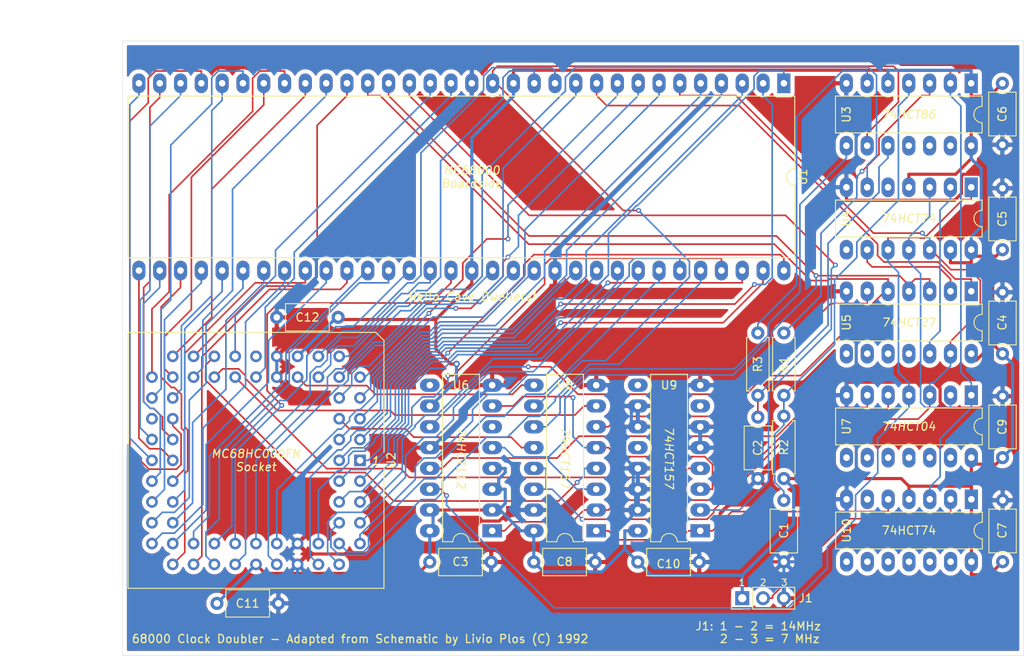
<source format=kicad_pcb>
(kicad_pcb (version 20171130) (host pcbnew "(5.1.2-1)-1")
  (layers (0 F.Cu mixed) (31 B.Cu mixed) (35 F.Paste user) (36 B.SilkS user) (37 F.SilkS user) (38 B.Mask user) (39 F.Mask user) (44 Edge.Cuts user))
  (net 0 "")
  (net 1 /GND)
  (net 2 /VCC)
  (net 3 /CPU_D5)
  (net 4 /CPU_D6)
  (net 5 /CPU_D7)
  (net 6 /CPU_D8)
  (net 7 /CPU_D9)
  (net 8 /CPU_D10)
  (net 9 /CPU_D11)
  (net 10 /CPU_D12)
  (net 11 /CPU_D13)
  (net 12 /CPU_D14)
  (net 13 /CPU_D15)
  (net 14 /CPU_A23)
  (net 15 /CPU_A22)
  (net 16 /CPU_A21)
  (net 17 /CPU_A20)
  (net 18 /CPU_A19)
  (net 19 /CPU_A18)
  (net 20 /CPU_A17)
  (net 21 /CPU_A16)
  (net 22 /CPU_A15)
  (net 23 /CPU_A14)
  (net 24 /CPU_A13)
  (net 25 /CPU_A12)
  (net 26 /CPU_A11)
  (net 27 /CPU_A10)
  (net 28 /CPU_A9)
  (net 29 /CPU_A8)
  (net 30 /CPU_A7)
  (net 31 /CPU_A6)
  (net 32 /CPU_A5)
  (net 33 /CPU_A4)
  (net 34 /CPU_A3)
  (net 35 /CPU_A2)
  (net 36 /CPU_A1)
  (net 37 /CPU_FC0)
  (net 38 /CPU_FC1)
  (net 39 /CPU_FC2)
  (net 40 /CPU_IPL0)
  (net 41 /CPU_IPL1)
  (net 42 /CPU_IPL2)
  (net 43 /CPU_BERR)
  (net 44 /CPU_VPA)
  (net 45 /CPU_E)
  (net 46 /CPU_VMA)
  (net 47 /CPU_RESET)
  (net 48 /CPU_HALT)
  (net 49 /CPU_CLK)
  (net 50 /CPU_BR)
  (net 51 /CPU_BGACK)
  (net 52 /CPU_BG)
  (net 53 /CPU_DTACK)
  (net 54 /CPU_RW)
  (net 55 /CPU_LDS)
  (net 56 /CPU_UDS)
  (net 57 /CPU_AS)
  (net 58 /CPU_D0)
  (net 59 /CPU_D1)
  (net 60 /CPU_D2)
  (net 61 /CPU_D3)
  (net 62 /CPU_D4)
  (net 63 "Net-(R1-Pad2)")
  (net 64 "Net-(R3-Pad2)")
  (net 65 "Net-(U4-Pad5)")
  (net 66 "Net-(U4-Pad9)")
  (net 67 "Net-(U4-Pad2)")
  (net 68 "Net-(U4-Pad8)")
  (net 69 "Net-(U4-Pad1)")
  (net 70 "Net-(U5-Pad6)")
  (net 71 "Net-(U6-Pad9)")
  (net 72 "Net-(U6-Pad6)")
  (net 73 "/A500 14Mhz Accelerator Sheet 2/CDAC")
  (net 74 /CPU_CLK14)
  (net 75 "/A500 14Mhz Accelerator Sheet 2/_CLKIN")
  (net 76 /CPU_E14)
  (net 77 /CPU_DTACK14)
  (net 78 "/A500 14Mhz Accelerator Sheet 2/_E_OUT")
  (net 79 /CPU_VMA14)
  (net 80 "/A500 14Mhz Accelerator Sheet 2/SPD_SEL")
  (net 81 /CPU_VPA14)
  (net 82 /CPU_AS14)
  (net 83 "/A500 14Mhz Accelerator Sheet 2/SW_CLK14")
  (net 84 "/A500 14Mhz Accelerator Sheet 2/SW_E14")
  (net 85 "/A500 14Mhz Accelerator Sheet 2/SW_VMA")
  (net 86 "/A500 14Mhz Accelerator Sheet 2/SEL_SW")
  (net 87 "Net-(U9-Pad9)")
  (net 88 "Net-(U9-Pad12)")
  (net 89 "Net-(U9-Pad7)")
  (net 90 "Net-(U10-Pad6)")
  (net 91 "Net-(U2-Pad18)")
  (net 92 "Net-(U2-Pad31)")
  (net 93 "Net-(C1-Pad2)")
  (module Resistor_THT:R_Axial_DIN0207_L6.3mm_D2.5mm_P7.62mm_Horizontal (layer F.Cu) (at 162.56 128.27 90)
    (fp_text reference R3 (at 3.81 0 90) (layer F.SilkS))
    (fp_text value 560)
    (pad 2 thru_hole oval (at 7.62 0 90) (size 1.6 1.6) (drill 0.8) (layers *.Cu *.Mask) (net 64 "Net-(R3-Pad2)"))
    (pad 1 thru_hole circle (at 0 0 90) (size 1.6 1.6) (drill 0.8) (layers *.Cu *.Mask) (net 73 "/A500 14Mhz Accelerator Sheet 2/CDAC"))
  )
  (module Resistor_THT:R_Axial_DIN0207_L6.3mm_D2.5mm_P7.62mm_Horizontal (layer F.Cu) (at 165.735 138.43 90)
    (fp_text reference R2 (at 3.81 0 90) (layer F.SilkS))
    (fp_text value 10k)
    (pad 2 thru_hole oval (at 7.62 0 90) (size 1.6 1.6) (drill 0.8) (layers *.Cu *.Mask) (net 93 "Net-(C1-Pad2)"))
    (pad 1 thru_hole circle (at 0 0 90) (size 1.6 1.6) (drill 0.8) (layers *.Cu *.Mask) (net 2 /VCC))
  )
  (module Resistor_THT:R_Axial_DIN0207_L6.3mm_D2.5mm_P7.62mm_Horizontal (layer F.Cu) (at 165.735 128.27 90)
    (fp_text reference R1 (at 3.81 0.014 90) (layer F.SilkS))
    (fp_text value 560)
    (pad 2 thru_hole oval (at 7.62 0 90) (size 1.6 1.6) (drill 0.8) (layers *.Cu *.Mask) (net 63 "Net-(R1-Pad2)"))
    (pad 1 thru_hole circle (at 0 0 90) (size 1.6 1.6) (drill 0.8) (layers *.Cu *.Mask) (net 93 "Net-(C1-Pad2)"))
  )
  (module Capacitor_THT:C_Axial_L5.1mm_D3.1mm_P7.50mm_Horizontal (layer F.Cu) (at 111.316 118.745 180)
    (fp_text reference C12 (at 3.75 0) (layer F.SilkS))
    (fp_text value 0.1uF)
    (pad 2 thru_hole oval (at 7.5 0 180) (size 1.6 1.6) (drill 0.8) (layers *.Cu *.Mask) (net 1 /GND))
    (pad 1 thru_hole circle (at 0 0 180) (size 1.6 1.6) (drill 0.8) (layers *.Cu *.Mask) (net 2 /VCC))
  )
  (module Capacitor_THT:C_Axial_L5.1mm_D3.1mm_P7.50mm_Horizontal (layer F.Cu) (at 96.52 153.67)
    (fp_text reference C11 (at 3.75 0) (layer F.SilkS))
    (fp_text value 0.1uF)
    (pad 2 thru_hole oval (at 7.5 0) (size 1.6 1.6) (drill 0.8) (layers *.Cu *.Mask) (net 1 /GND))
    (pad 1 thru_hole circle (at 0 0) (size 1.6 1.6) (drill 0.8) (layers *.Cu *.Mask) (net 2 /VCC))
  )
  (module Capacitor_THT:C_Axial_L5.1mm_D3.1mm_P7.50mm_Horizontal (layer F.Cu) (at 147.907 148.619)
    (fp_text reference C10 (at 3.75 0.225) (layer F.SilkS))
    (fp_text value 0.1uF)
    (pad 2 thru_hole oval (at 7.5 0) (size 1.6 1.6) (drill 0.8) (layers *.Cu *.Mask) (net 1 /GND))
    (pad 1 thru_hole circle (at 0 0) (size 1.6 1.6) (drill 0.8) (layers *.Cu *.Mask) (net 2 /VCC))
  )
  (module Capacitor_THT:C_Axial_L5.1mm_D3.1mm_P7.50mm_Horizontal (layer F.Cu) (at 192.434 135.874 90)
    (fp_text reference C9 (at 3.75 -0.029 90) (layer F.SilkS))
    (fp_text value 0.1uF)
    (pad 2 thru_hole oval (at 7.5 0 90) (size 1.6 1.6) (drill 0.8) (layers *.Cu *.Mask) (net 1 /GND))
    (pad 1 thru_hole circle (at 0 0 90) (size 1.6 1.6) (drill 0.8) (layers *.Cu *.Mask) (net 2 /VCC))
  )
  (module Capacitor_THT:C_Axial_L5.1mm_D3.1mm_P7.50mm_Horizontal (layer F.Cu) (at 135.207 148.619)
    (fp_text reference C8 (at 3.75 -0.029) (layer F.SilkS))
    (fp_text value 0.1uF)
    (pad 2 thru_hole oval (at 7.5 0) (size 1.6 1.6) (drill 0.8) (layers *.Cu *.Mask) (net 1 /GND))
    (pad 1 thru_hole circle (at 0 0) (size 1.6 1.6) (drill 0.8) (layers *.Cu *.Mask) (net 2 /VCC))
  )
  (module Capacitor_THT:C_Axial_L5.1mm_D3.1mm_P7.50mm_Horizontal (layer F.Cu) (at 192.441 148.579 90)
    (fp_text reference C7 (at 3.7986 -0.036 90) (layer F.SilkS))
    (fp_text value 0.1uF)
    (pad 2 thru_hole oval (at 7.5 0 90) (size 1.6 1.6) (drill 0.8) (layers *.Cu *.Mask) (net 1 /GND))
    (pad 1 thru_hole circle (at 0 0 90) (size 1.6 1.6) (drill 0.8) (layers *.Cu *.Mask) (net 2 /VCC))
  )
  (module Capacitor_THT:C_Axial_L5.1mm_D3.1mm_P7.50mm_Horizontal (layer F.Cu) (at 192.416 90.1713 270)
    (fp_text reference C6 (at 3.75 0.0106 90) (layer F.SilkS))
    (fp_text value 0.1uF)
    (pad 2 thru_hole oval (at 7.5 0 270) (size 1.6 1.6) (drill 0.8) (layers *.Cu *.Mask) (net 1 /GND))
    (pad 1 thru_hole circle (at 0 0 270) (size 1.6 1.6) (drill 0.8) (layers *.Cu *.Mask) (net 2 /VCC))
  )
  (module Capacitor_THT:C_Axial_L5.1mm_D3.1mm_P7.50mm_Horizontal (layer F.Cu) (at 192.421 110.487 90)
    (fp_text reference C5 (at 3.75 -0.0163 90) (layer F.SilkS))
    (fp_text value 0.1uF)
    (pad 2 thru_hole oval (at 7.5 0 90) (size 1.6 1.6) (drill 0.8) (layers *.Cu *.Mask) (net 1 /GND))
    (pad 1 thru_hole circle (at 0 0 90) (size 1.6 1.6) (drill 0.8) (layers *.Cu *.Mask) (net 2 /VCC))
  )
  (module Capacitor_THT:C_Axial_L5.1mm_D3.1mm_P7.50mm_Horizontal (layer F.Cu) (at 192.428 123.186 90)
    (fp_text reference C4 (at 3.8065 -0.0234 90) (layer F.SilkS))
    (fp_text value 0.1uF)
    (pad 2 thru_hole oval (at 7.5 0 90) (size 1.6 1.6) (drill 0.8) (layers *.Cu *.Mask) (net 1 /GND))
    (pad 1 thru_hole circle (at 0 0 90) (size 1.6 1.6) (drill 0.8) (layers *.Cu *.Mask) (net 2 /VCC))
  )
  (module Capacitor_THT:C_Axial_L5.1mm_D3.1mm_P7.50mm_Horizontal (layer F.Cu) (at 122.507 148.619)
    (fp_text reference C3 (at 3.75 -0.029) (layer F.SilkS))
    (fp_text value 0.1uF)
    (pad 2 thru_hole oval (at 7.5 0) (size 1.6 1.6) (drill 0.8) (layers *.Cu *.Mask) (net 1 /GND))
    (pad 1 thru_hole circle (at 0 0) (size 1.6 1.6) (drill 0.8) (layers *.Cu *.Mask) (net 2 /VCC))
  )
  (module Capacitor_THT:C_Axial_L5.1mm_D3.1mm_P7.50mm_Horizontal (layer F.Cu) (at 162.56 138.43 90)
    (fp_text reference C2 (at 3.75 0 90) (layer F.SilkS))
    (fp_text value 22pf)
    (pad 2 thru_hole oval (at 7.5 0 90) (size 1.6 1.6) (drill 0.8) (layers *.Cu *.Mask) (net 73 "/A500 14Mhz Accelerator Sheet 2/CDAC"))
    (pad 1 thru_hole circle (at 0 0 90) (size 1.6 1.6) (drill 0.8) (layers *.Cu *.Mask) (net 1 /GND))
  )
  (module Capacitor_THT:C_Axial_L5.1mm_D3.1mm_P7.50mm_Horizontal (layer F.Cu) (at 165.735 148.59 90)
    (fp_text reference C1 (at 3.81 0 90) (layer F.SilkS))
    (fp_text value 22pf)
    (pad 2 thru_hole oval (at 7.5 0 90) (size 1.6 1.6) (drill 0.8) (layers *.Cu *.Mask) (net 93 "Net-(C1-Pad2)"))
    (pad 1 thru_hole circle (at 0 0 90) (size 1.6 1.6) (drill 0.8) (layers *.Cu *.Mask) (net 1 /GND))
  )
  (module Package_DIP:DIP-14_W7.62mm_LongPads (layer F.Cu) (at 188.606 90.1713 270)
    (fp_text reference U3 (at 3.81 15.24 90) (layer F.SilkS))
    (fp_text value 74HC86)
    (pad 1 thru_hole rect (at 0 0 270) (size 2.4 1.6) (drill 0.8) (layers *.Cu *.Mask) (net 2 /VCC))
    (pad 8 thru_hole oval (at 7.62 15.24 270) (size 2.4 1.6) (drill 0.8) (layers *.Cu *.Mask) (net 83 "/A500 14Mhz Accelerator Sheet 2/SW_CLK14"))
    (pad 2 thru_hole oval (at 0 2.54 270) (size 2.4 1.6) (drill 0.8) (layers *.Cu *.Mask) (net 49 /CPU_CLK))
    (pad 9 thru_hole oval (at 7.62 12.7 270) (size 2.4 1.6) (drill 0.8) (layers *.Cu *.Mask) (net 49 /CPU_CLK))
    (pad 3 thru_hole oval (at 0 5.08 270) (size 2.4 1.6) (drill 0.8) (layers *.Cu *.Mask) (net 63 "Net-(R1-Pad2)"))
    (pad 10 thru_hole oval (at 7.62 10.16 270) (size 2.4 1.6) (drill 0.8) (layers *.Cu *.Mask) (net 73 "/A500 14Mhz Accelerator Sheet 2/CDAC"))
    (pad 4 thru_hole oval (at 0 7.62 270) (size 2.4 1.6) (drill 0.8) (layers *.Cu *.Mask) (net 93 "Net-(C1-Pad2)"))
    (pad 11 thru_hole oval (at 7.62 7.62 270) (size 2.4 1.6) (drill 0.8) (layers *.Cu *.Mask))
    (pad 5 thru_hole oval (at 0 10.16 270) (size 2.4 1.6) (drill 0.8) (layers *.Cu *.Mask) (net 2 /VCC))
    (pad 12 thru_hole oval (at 7.62 5.08 270) (size 2.4 1.6) (drill 0.8) (layers *.Cu *.Mask))
    (pad 6 thru_hole oval (at 0 12.7 270) (size 2.4 1.6) (drill 0.8) (layers *.Cu *.Mask) (net 64 "Net-(R3-Pad2)"))
    (pad 13 thru_hole oval (at 7.62 2.54 270) (size 2.4 1.6) (drill 0.8) (layers *.Cu *.Mask))
    (pad 7 thru_hole oval (at 0 15.24 270) (size 2.4 1.6) (drill 0.8) (layers *.Cu *.Mask) (net 1 /GND))
    (pad 14 thru_hole oval (at 7.62 0 270) (size 2.4 1.6) (drill 0.8) (layers *.Cu *.Mask) (net 2 /VCC))
  )
  (module Package_DIP:DIP-14_W7.62mm_LongPads (layer F.Cu) (at 188.611 102.867 270)
    (fp_text reference U4 (at 3.81 15.24 90) (layer F.SilkS))
    (fp_text value 74HC74)
    (pad 14 thru_hole oval (at 7.62 0 270) (size 2.4 1.6) (drill 0.8) (layers *.Cu *.Mask) (net 2 /VCC))
    (pad 7 thru_hole oval (at 0 15.24 270) (size 2.4 1.6) (drill 0.8) (layers *.Cu *.Mask) (net 1 /GND))
    (pad 13 thru_hole oval (at 7.62 2.54 270) (size 2.4 1.6) (drill 0.8) (layers *.Cu *.Mask) (net 2 /VCC))
    (pad 6 thru_hole oval (at 0 12.7 270) (size 2.4 1.6) (drill 0.8) (layers *.Cu *.Mask) (net 77 /CPU_DTACK14))
    (pad 12 thru_hole oval (at 7.62 5.08 270) (size 2.4 1.6) (drill 0.8) (layers *.Cu *.Mask) (net 57 /CPU_AS))
    (pad 5 thru_hole oval (at 0 10.16 270) (size 2.4 1.6) (drill 0.8) (layers *.Cu *.Mask) (net 65 "Net-(U4-Pad5)"))
    (pad 11 thru_hole oval (at 7.62 7.62 270) (size 2.4 1.6) (drill 0.8) (layers *.Cu *.Mask) (net 75 "/A500 14Mhz Accelerator Sheet 2/_CLKIN"))
    (pad 4 thru_hole oval (at 0 7.62 270) (size 2.4 1.6) (drill 0.8) (layers *.Cu *.Mask) (net 2 /VCC))
    (pad 10 thru_hole oval (at 7.62 10.16 270) (size 2.4 1.6) (drill 0.8) (layers *.Cu *.Mask) (net 69 "Net-(U4-Pad1)"))
    (pad 3 thru_hole oval (at 0 5.08 270) (size 2.4 1.6) (drill 0.8) (layers *.Cu *.Mask) (net 75 "/A500 14Mhz Accelerator Sheet 2/_CLKIN"))
    (pad 9 thru_hole oval (at 7.62 12.7 270) (size 2.4 1.6) (drill 0.8) (layers *.Cu *.Mask) (net 66 "Net-(U4-Pad9)"))
    (pad 2 thru_hole oval (at 0 2.54 270) (size 2.4 1.6) (drill 0.8) (layers *.Cu *.Mask) (net 67 "Net-(U4-Pad2)"))
    (pad 8 thru_hole oval (at 7.62 15.24 270) (size 2.4 1.6) (drill 0.8) (layers *.Cu *.Mask) (net 68 "Net-(U4-Pad8)"))
    (pad 1 thru_hole rect (at 0 0 270) (size 2.4 1.6) (drill 0.8) (layers *.Cu *.Mask) (net 69 "Net-(U4-Pad1)"))
  )
  (module Package_DIP:DIP-14_W7.62mm_LongPads (layer F.Cu) (at 188.618 115.566 270)
    (fp_text reference U5 (at 3.81 15.24 90) (layer F.SilkS))
    (fp_text value 74LS27)
    (pad 1 thru_hole rect (at 0 0 270) (size 2.4 1.6) (drill 0.8) (layers *.Cu *.Mask) (net 53 /CPU_DTACK))
    (pad 8 thru_hole oval (at 7.62 15.24 270) (size 2.4 1.6) (drill 0.8) (layers *.Cu *.Mask))
    (pad 2 thru_hole oval (at 0 2.54 270) (size 2.4 1.6) (drill 0.8) (layers *.Cu *.Mask) (net 66 "Net-(U4-Pad9)"))
    (pad 9 thru_hole oval (at 7.62 12.7 270) (size 2.4 1.6) (drill 0.8) (layers *.Cu *.Mask))
    (pad 3 thru_hole oval (at 0 5.08 270) (size 2.4 1.6) (drill 0.8) (layers *.Cu *.Mask) (net 45 /CPU_E))
    (pad 10 thru_hole oval (at 7.62 10.16 270) (size 2.4 1.6) (drill 0.8) (layers *.Cu *.Mask))
    (pad 4 thru_hole oval (at 0 7.62 270) (size 2.4 1.6) (drill 0.8) (layers *.Cu *.Mask) (net 45 /CPU_E))
    (pad 11 thru_hole oval (at 7.62 7.62 270) (size 2.4 1.6) (drill 0.8) (layers *.Cu *.Mask))
    (pad 5 thru_hole oval (at 0 10.16 270) (size 2.4 1.6) (drill 0.8) (layers *.Cu *.Mask) (net 44 /CPU_VPA))
    (pad 12 thru_hole oval (at 7.62 5.08 270) (size 2.4 1.6) (drill 0.8) (layers *.Cu *.Mask) (net 67 "Net-(U4-Pad2)"))
    (pad 6 thru_hole oval (at 0 12.7 270) (size 2.4 1.6) (drill 0.8) (layers *.Cu *.Mask) (net 70 "Net-(U5-Pad6)"))
    (pad 13 thru_hole oval (at 7.62 2.54 270) (size 2.4 1.6) (drill 0.8) (layers *.Cu *.Mask) (net 57 /CPU_AS))
    (pad 7 thru_hole oval (at 0 15.24 270) (size 2.4 1.6) (drill 0.8) (layers *.Cu *.Mask) (net 1 /GND))
    (pad 14 thru_hole oval (at 7.62 0 270) (size 2.4 1.6) (drill 0.8) (layers *.Cu *.Mask) (net 2 /VCC))
  )
  (module Package_DIP:DIP-16_W7.62mm_LongPads (layer F.Cu) (at 130.127 144.809 180)
    (fp_text reference U6 (at 3.81 17.78) (layer F.SilkS))
    (fp_text value 74LS112)
    (pad 1 thru_hole rect (at 0 0 180) (size 2.4 1.6) (drill 0.8) (layers *.Cu *.Mask) (net 84 "/A500 14Mhz Accelerator Sheet 2/SW_E14"))
    (pad 9 thru_hole oval (at 7.62 17.78 180) (size 2.4 1.6) (drill 0.8) (layers *.Cu *.Mask) (net 71 "Net-(U6-Pad9)"))
    (pad 2 thru_hole oval (at 0 2.54 180) (size 2.4 1.6) (drill 0.8) (layers *.Cu *.Mask) (net 2 /VCC))
    (pad 10 thru_hole oval (at 7.62 15.24 180) (size 2.4 1.6) (drill 0.8) (layers *.Cu *.Mask) (net 2 /VCC))
    (pad 3 thru_hole oval (at 0 5.08 180) (size 2.4 1.6) (drill 0.8) (layers *.Cu *.Mask) (net 2 /VCC))
    (pad 11 thru_hole oval (at 7.62 12.7 180) (size 2.4 1.6) (drill 0.8) (layers *.Cu *.Mask) (net 70 "Net-(U5-Pad6)"))
    (pad 4 thru_hole oval (at 0 7.62 180) (size 2.4 1.6) (drill 0.8) (layers *.Cu *.Mask) (net 2 /VCC))
    (pad 12 thru_hole oval (at 7.62 10.16 180) (size 2.4 1.6) (drill 0.8) (layers *.Cu *.Mask) (net 1 /GND))
    (pad 5 thru_hole oval (at 0 10.16 180) (size 2.4 1.6) (drill 0.8) (layers *.Cu *.Mask) (net 45 /CPU_E))
    (pad 13 thru_hole oval (at 7.62 7.62 180) (size 2.4 1.6) (drill 0.8) (layers *.Cu *.Mask) (net 78 "/A500 14Mhz Accelerator Sheet 2/_E_OUT"))
    (pad 6 thru_hole oval (at 0 12.7 180) (size 2.4 1.6) (drill 0.8) (layers *.Cu *.Mask) (net 72 "Net-(U6-Pad6)"))
    (pad 14 thru_hole oval (at 7.62 5.08 180) (size 2.4 1.6) (drill 0.8) (layers *.Cu *.Mask) (net 69 "Net-(U4-Pad1)"))
    (pad 7 thru_hole oval (at 0 15.24 180) (size 2.4 1.6) (drill 0.8) (layers *.Cu *.Mask) (net 85 "/A500 14Mhz Accelerator Sheet 2/SW_VMA"))
    (pad 15 thru_hole oval (at 7.62 2.54 180) (size 2.4 1.6) (drill 0.8) (layers *.Cu *.Mask) (net 2 /VCC))
    (pad 8 thru_hole oval (at 0 17.78 180) (size 2.4 1.6) (drill 0.8) (layers *.Cu *.Mask) (net 1 /GND))
    (pad 16 thru_hole oval (at 7.62 0 180) (size 2.4 1.6) (drill 0.8) (layers *.Cu *.Mask) (net 2 /VCC))
  )
  (module Package_DIP:DIP-14_W7.62mm_LongPads (layer F.Cu) (at 188.624 128.254 270)
    (fp_text reference U7 (at 3.81 15.24 270) (layer F.SilkS))
    (fp_text value 74HC04)
    (pad 14 thru_hole oval (at 7.62 0 270) (size 2.4 1.6) (drill 0.8) (layers *.Cu *.Mask) (net 2 /VCC))
    (pad 7 thru_hole oval (at 0 15.24 270) (size 2.4 1.6) (drill 0.8) (layers *.Cu *.Mask) (net 1 /GND))
    (pad 13 thru_hole oval (at 7.62 2.54 270) (size 2.4 1.6) (drill 0.8) (layers *.Cu *.Mask))
    (pad 6 thru_hole oval (at 0 12.7 270) (size 2.4 1.6) (drill 0.8) (layers *.Cu *.Mask) (net 78 "/A500 14Mhz Accelerator Sheet 2/_E_OUT"))
    (pad 12 thru_hole oval (at 7.62 5.08 270) (size 2.4 1.6) (drill 0.8) (layers *.Cu *.Mask))
    (pad 5 thru_hole oval (at 0 10.16 270) (size 2.4 1.6) (drill 0.8) (layers *.Cu *.Mask) (net 84 "/A500 14Mhz Accelerator Sheet 2/SW_E14"))
    (pad 11 thru_hole oval (at 7.62 7.62 270) (size 2.4 1.6) (drill 0.8) (layers *.Cu *.Mask))
    (pad 4 thru_hole oval (at 0 7.62 270) (size 2.4 1.6) (drill 0.8) (layers *.Cu *.Mask) (net 69 "Net-(U4-Pad1)"))
    (pad 10 thru_hole oval (at 7.62 10.16 270) (size 2.4 1.6) (drill 0.8) (layers *.Cu *.Mask))
    (pad 3 thru_hole oval (at 0 5.08 270) (size 2.4 1.6) (drill 0.8) (layers *.Cu *.Mask) (net 57 /CPU_AS))
    (pad 9 thru_hole oval (at 7.62 12.7 270) (size 2.4 1.6) (drill 0.8) (layers *.Cu *.Mask))
    (pad 2 thru_hole oval (at 0 2.54 270) (size 2.4 1.6) (drill 0.8) (layers *.Cu *.Mask) (net 75 "/A500 14Mhz Accelerator Sheet 2/_CLKIN"))
    (pad 8 thru_hole oval (at 7.62 15.24 270) (size 2.4 1.6) (drill 0.8) (layers *.Cu *.Mask))
    (pad 1 thru_hole rect (at 0 0 270) (size 2.4 1.6) (drill 0.8) (layers *.Cu *.Mask) (net 49 /CPU_CLK))
  )
  (module Connector_PinHeader_2.54mm:PinHeader_1x03_P2.54mm_Vertical (layer F.Cu) (at 160.655 153.035 90)
    (fp_text reference J1 (at 0 7.747 180) (layer F.SilkS))
    (fp_text value "Speed Selector")
    (pad 1 thru_hole rect (at 0 0 90) (size 1.7 1.7) (drill 1) (layers *.Cu *.Mask) (net 2 /VCC))
    (pad 2 thru_hole oval (at 0 2.54 90) (size 1.7 1.7) (drill 1) (layers *.Cu *.Mask) (net 80 "/A500 14Mhz Accelerator Sheet 2/SPD_SEL"))
    (pad 3 thru_hole oval (at 0 5.08 90) (size 1.7 1.7) (drill 1) (layers *.Cu *.Mask) (net 1 /GND))
  )
  (module Package_DIP:DIP-16_W7.62mm_LongPads (layer F.Cu) (at 142.827 144.809 180)
    (fp_text reference U8 (at 3.81 17.78) (layer F.SilkS))
    (fp_text value 74LS157)
    (pad 1 thru_hole rect (at 0 0 180) (size 2.4 1.6) (drill 0.8) (layers *.Cu *.Mask) (net 86 "/A500 14Mhz Accelerator Sheet 2/SEL_SW"))
    (pad 9 thru_hole oval (at 7.62 17.78 180) (size 2.4 1.6) (drill 0.8) (layers *.Cu *.Mask) (net 74 /CPU_CLK14))
    (pad 2 thru_hole oval (at 0 2.54 180) (size 2.4 1.6) (drill 0.8) (layers *.Cu *.Mask) (net 84 "/A500 14Mhz Accelerator Sheet 2/SW_E14"))
    (pad 10 thru_hole oval (at 7.62 15.24 180) (size 2.4 1.6) (drill 0.8) (layers *.Cu *.Mask) (net 49 /CPU_CLK))
    (pad 3 thru_hole oval (at 0 5.08 180) (size 2.4 1.6) (drill 0.8) (layers *.Cu *.Mask) (net 45 /CPU_E))
    (pad 11 thru_hole oval (at 7.62 12.7 180) (size 2.4 1.6) (drill 0.8) (layers *.Cu *.Mask) (net 83 "/A500 14Mhz Accelerator Sheet 2/SW_CLK14"))
    (pad 4 thru_hole oval (at 0 7.62 180) (size 2.4 1.6) (drill 0.8) (layers *.Cu *.Mask) (net 76 /CPU_E14))
    (pad 12 thru_hole oval (at 7.62 10.16 180) (size 2.4 1.6) (drill 0.8) (layers *.Cu *.Mask) (net 82 /CPU_AS14))
    (pad 5 thru_hole oval (at 0 10.16 180) (size 2.4 1.6) (drill 0.8) (layers *.Cu *.Mask) (net 85 "/A500 14Mhz Accelerator Sheet 2/SW_VMA"))
    (pad 13 thru_hole oval (at 7.62 7.62 180) (size 2.4 1.6) (drill 0.8) (layers *.Cu *.Mask) (net 57 /CPU_AS))
    (pad 6 thru_hole oval (at 0 12.7 180) (size 2.4 1.6) (drill 0.8) (layers *.Cu *.Mask) (net 44 /CPU_VPA))
    (pad 14 thru_hole oval (at 7.62 5.08 180) (size 2.4 1.6) (drill 0.8) (layers *.Cu *.Mask) (net 57 /CPU_AS))
    (pad 7 thru_hole oval (at 0 15.24 180) (size 2.4 1.6) (drill 0.8) (layers *.Cu *.Mask) (net 81 /CPU_VPA14))
    (pad 15 thru_hole oval (at 7.62 2.54 180) (size 2.4 1.6) (drill 0.8) (layers *.Cu *.Mask) (net 1 /GND))
    (pad 8 thru_hole oval (at 0 17.78 180) (size 2.4 1.6) (drill 0.8) (layers *.Cu *.Mask) (net 1 /GND))
    (pad 16 thru_hole oval (at 7.62 0 180) (size 2.4 1.6) (drill 0.8) (layers *.Cu *.Mask) (net 2 /VCC))
  )
  (module Package_DIP:DIP-16_W7.62mm_LongPads (layer F.Cu) (at 155.527 144.809 180)
    (fp_text reference U9 (at 3.81 17.78) (layer F.SilkS))
    (fp_text value 74LS157)
    (pad 1 thru_hole rect (at 0 0 180) (size 2.4 1.6) (drill 0.8) (layers *.Cu *.Mask) (net 86 "/A500 14Mhz Accelerator Sheet 2/SEL_SW"))
    (pad 9 thru_hole oval (at 7.62 17.78 180) (size 2.4 1.6) (drill 0.8) (layers *.Cu *.Mask) (net 87 "Net-(U9-Pad9)"))
    (pad 2 thru_hole oval (at 0 2.54 180) (size 2.4 1.6) (drill 0.8) (layers *.Cu *.Mask) (net 46 /CPU_VMA))
    (pad 10 thru_hole oval (at 7.62 15.24 180) (size 2.4 1.6) (drill 0.8) (layers *.Cu *.Mask) (net 1 /GND))
    (pad 3 thru_hole oval (at 0 5.08 180) (size 2.4 1.6) (drill 0.8) (layers *.Cu *.Mask) (net 85 "/A500 14Mhz Accelerator Sheet 2/SW_VMA"))
    (pad 11 thru_hole oval (at 7.62 12.7 180) (size 2.4 1.6) (drill 0.8) (layers *.Cu *.Mask) (net 1 /GND))
    (pad 4 thru_hole oval (at 0 7.62 180) (size 2.4 1.6) (drill 0.8) (layers *.Cu *.Mask) (net 79 /CPU_VMA14))
    (pad 12 thru_hole oval (at 7.62 10.16 180) (size 2.4 1.6) (drill 0.8) (layers *.Cu *.Mask) (net 88 "Net-(U9-Pad12)"))
    (pad 5 thru_hole oval (at 0 10.16 180) (size 2.4 1.6) (drill 0.8) (layers *.Cu *.Mask) (net 1 /GND))
    (pad 13 thru_hole oval (at 7.62 7.62 180) (size 2.4 1.6) (drill 0.8) (layers *.Cu *.Mask) (net 1 /GND))
    (pad 6 thru_hole oval (at 0 12.7 180) (size 2.4 1.6) (drill 0.8) (layers *.Cu *.Mask) (net 1 /GND))
    (pad 14 thru_hole oval (at 7.62 5.08 180) (size 2.4 1.6) (drill 0.8) (layers *.Cu *.Mask) (net 1 /GND))
    (pad 7 thru_hole oval (at 0 15.24 180) (size 2.4 1.6) (drill 0.8) (layers *.Cu *.Mask) (net 89 "Net-(U9-Pad7)"))
    (pad 15 thru_hole oval (at 7.62 2.54 180) (size 2.4 1.6) (drill 0.8) (layers *.Cu *.Mask) (net 1 /GND))
    (pad 8 thru_hole oval (at 0 17.78 180) (size 2.4 1.6) (drill 0.8) (layers *.Cu *.Mask) (net 1 /GND))
    (pad 16 thru_hole oval (at 7.62 0 180) (size 2.4 1.6) (drill 0.8) (layers *.Cu *.Mask) (net 2 /VCC))
  )
  (module Package_DIP:DIP-14_W7.62mm_LongPads (layer F.Cu) (at 188.631 140.959 270)
    (fp_text reference U10 (at 3.81 15.24 90) (layer F.SilkS))
    (fp_text value 74HC74)
    (pad 1 thru_hole rect (at 0 0 270) (size 2.4 1.6) (drill 0.8) (layers *.Cu *.Mask) (net 2 /VCC))
    (pad 8 thru_hole oval (at 7.62 15.24 270) (size 2.4 1.6) (drill 0.8) (layers *.Cu *.Mask))
    (pad 2 thru_hole oval (at 0 2.54 270) (size 2.4 1.6) (drill 0.8) (layers *.Cu *.Mask) (net 80 "/A500 14Mhz Accelerator Sheet 2/SPD_SEL"))
    (pad 9 thru_hole oval (at 7.62 12.7 270) (size 2.4 1.6) (drill 0.8) (layers *.Cu *.Mask))
    (pad 3 thru_hole oval (at 0 5.08 270) (size 2.4 1.6) (drill 0.8) (layers *.Cu *.Mask) (net 49 /CPU_CLK))
    (pad 10 thru_hole oval (at 7.62 10.16 270) (size 2.4 1.6) (drill 0.8) (layers *.Cu *.Mask))
    (pad 4 thru_hole oval (at 0 7.62 270) (size 2.4 1.6) (drill 0.8) (layers *.Cu *.Mask) (net 2 /VCC))
    (pad 11 thru_hole oval (at 7.62 7.62 270) (size 2.4 1.6) (drill 0.8) (layers *.Cu *.Mask))
    (pad 5 thru_hole oval (at 0 10.16 270) (size 2.4 1.6) (drill 0.8) (layers *.Cu *.Mask) (net 86 "/A500 14Mhz Accelerator Sheet 2/SEL_SW"))
    (pad 12 thru_hole oval (at 7.62 5.08 270) (size 2.4 1.6) (drill 0.8) (layers *.Cu *.Mask))
    (pad 6 thru_hole oval (at 0 12.7 270) (size 2.4 1.6) (drill 0.8) (layers *.Cu *.Mask) (net 90 "Net-(U10-Pad6)"))
    (pad 13 thru_hole oval (at 7.62 2.54 270) (size 2.4 1.6) (drill 0.8) (layers *.Cu *.Mask))
    (pad 7 thru_hole oval (at 0 15.24 270) (size 2.4 1.6) (drill 0.8) (layers *.Cu *.Mask) (net 1 /GND))
    (pad 14 thru_hole oval (at 7.62 0 270) (size 2.4 1.6) (drill 0.8) (layers *.Cu *.Mask) (net 2 /VCC))
  )
  (module Package_LCC:PLCC-68_THT-Socket (layer F.Cu) (at 113.987 136.204 270)
    (fp_text reference U2 (at 0 -3.825 90) (layer F.SilkS))
    (fp_text value "68HC000 Socket")
    (pad 2 thru_hole circle (at 0 2.54 270) (size 1.4224 1.4224) (drill 0.8) (layers *.Cu *.Mask) (net 61 /CPU_D3))
    (pad 4 thru_hole circle (at -2.54 2.54 270) (size 1.4224 1.4224) (drill 0.8) (layers *.Cu *.Mask) (net 59 /CPU_D1))
    (pad 6 thru_hole circle (at -5.08 2.54 270) (size 1.4224 1.4224) (drill 0.8) (layers *.Cu *.Mask) (net 82 /CPU_AS14))
    (pad 8 thru_hole circle (at -7.62 2.54 270) (size 1.4224 1.4224) (drill 0.8) (layers *.Cu *.Mask) (net 55 /CPU_LDS))
    (pad 68 thru_hole circle (at 2.54 2.54 270) (size 1.4224 1.4224) (drill 0.8) (layers *.Cu *.Mask) (net 3 /CPU_D5))
    (pad 66 thru_hole circle (at 5.08 2.54 270) (size 1.4224 1.4224) (drill 0.8) (layers *.Cu *.Mask) (net 5 /CPU_D7))
    (pad 64 thru_hole circle (at 7.62 2.54 270) (size 1.4224 1.4224) (drill 0.8) (layers *.Cu *.Mask) (net 7 /CPU_D9))
    (pad 62 thru_hole circle (at 10.16 2.54 270) (size 1.4224 1.4224) (drill 0.8) (layers *.Cu *.Mask) (net 9 /CPU_D11))
    (pad 1 thru_hole rect (at 0 0 270) (size 1.4224 1.4224) (drill 0.8) (layers *.Cu *.Mask) (net 62 /CPU_D4))
    (pad 3 thru_hole circle (at -2.54 0 270) (size 1.4224 1.4224) (drill 0.8) (layers *.Cu *.Mask) (net 60 /CPU_D2))
    (pad 5 thru_hole circle (at -5.08 0 270) (size 1.4224 1.4224) (drill 0.8) (layers *.Cu *.Mask) (net 58 /CPU_D0))
    (pad 7 thru_hole circle (at -7.62 0 270) (size 1.4224 1.4224) (drill 0.8) (layers *.Cu *.Mask) (net 56 /CPU_UDS))
    (pad 9 thru_hole circle (at -10.16 0 270) (size 1.4224 1.4224) (drill 0.8) (layers *.Cu *.Mask) (net 54 /CPU_RW))
    (pad 67 thru_hole circle (at 2.54 0 270) (size 1.4224 1.4224) (drill 0.8) (layers *.Cu *.Mask) (net 4 /CPU_D6))
    (pad 65 thru_hole circle (at 5.08 0 270) (size 1.4224 1.4224) (drill 0.8) (layers *.Cu *.Mask) (net 6 /CPU_D8))
    (pad 63 thru_hole circle (at 7.62 0 270) (size 1.4224 1.4224) (drill 0.8) (layers *.Cu *.Mask) (net 8 /CPU_D10))
    (pad 11 thru_hole circle (at -10.16 2.54 270) (size 1.4224 1.4224) (drill 0.8) (layers *.Cu *.Mask) (net 52 /CPU_BG))
    (pad 13 thru_hole circle (at -10.16 5.08 270) (size 1.4224 1.4224) (drill 0.8) (layers *.Cu *.Mask) (net 50 /CPU_BR))
    (pad 15 thru_hole circle (at -10.16 7.62 270) (size 1.4224 1.4224) (drill 0.8) (layers *.Cu *.Mask) (net 74 /CPU_CLK14))
    (pad 17 thru_hole circle (at -10.16 10.16 270) (size 1.4224 1.4224) (drill 0.8) (layers *.Cu *.Mask) (net 1 /GND))
    (pad 19 thru_hole circle (at -10.16 12.7 270) (size 1.4224 1.4224) (drill 0.8) (layers *.Cu *.Mask) (net 48 /CPU_HALT))
    (pad 21 thru_hole circle (at -10.16 15.24 270) (size 1.4224 1.4224) (drill 0.8) (layers *.Cu *.Mask) (net 79 /CPU_VMA14))
    (pad 23 thru_hole circle (at -10.16 17.78 270) (size 1.4224 1.4224) (drill 0.8) (layers *.Cu *.Mask) (net 81 /CPU_VPA14))
    (pad 25 thru_hole circle (at -10.16 20.32 270) (size 1.4224 1.4224) (drill 0.8) (layers *.Cu *.Mask) (net 42 /CPU_IPL2))
    (pad 10 thru_hole circle (at -12.7 2.54 270) (size 1.4224 1.4224) (drill 0.8) (layers *.Cu *.Mask) (net 77 /CPU_DTACK14))
    (pad 12 thru_hole circle (at -12.7 5.08 270) (size 1.4224 1.4224) (drill 0.8) (layers *.Cu *.Mask) (net 51 /CPU_BGACK))
    (pad 14 thru_hole circle (at -12.7 7.62 270) (size 1.4224 1.4224) (drill 0.8) (layers *.Cu *.Mask) (net 2 /VCC))
    (pad 16 thru_hole circle (at -12.7 10.16 270) (size 1.4224 1.4224) (drill 0.8) (layers *.Cu *.Mask) (net 1 /GND))
    (pad 18 thru_hole circle (at -12.7 12.7 270) (size 1.4224 1.4224) (drill 0.8) (layers *.Cu *.Mask) (net 91 "Net-(U2-Pad18)"))
    (pad 20 thru_hole circle (at -12.7 15.24 270) (size 1.4224 1.4224) (drill 0.8) (layers *.Cu *.Mask) (net 47 /CPU_RESET))
    (pad 22 thru_hole circle (at -12.7 17.78 270) (size 1.4224 1.4224) (drill 0.8) (layers *.Cu *.Mask) (net 76 /CPU_E14))
    (pad 24 thru_hole circle (at -12.7 20.32 270) (size 1.4224 1.4224) (drill 0.8) (layers *.Cu *.Mask) (net 43 /CPU_BERR))
    (pad 26 thru_hole circle (at -12.7 22.86 270) (size 1.4224 1.4224) (drill 0.8) (layers *.Cu *.Mask) (net 41 /CPU_IPL1))
    (pad 28 thru_hole circle (at -10.16 22.86 270) (size 1.4224 1.4224) (drill 0.8) (layers *.Cu *.Mask) (net 39 /CPU_FC2))
    (pad 30 thru_hole circle (at -7.62 22.86 270) (size 1.4224 1.4224) (drill 0.8) (layers *.Cu *.Mask) (net 37 /CPU_FC0))
    (pad 32 thru_hole circle (at -5.08 22.86 270) (size 1.4224 1.4224) (drill 0.8) (layers *.Cu *.Mask) (net 36 /CPU_A1))
    (pad 34 thru_hole circle (at -2.54 22.86 270) (size 1.4224 1.4224) (drill 0.8) (layers *.Cu *.Mask) (net 34 /CPU_A3))
    (pad 36 thru_hole circle (at 0 22.86 270) (size 1.4224 1.4224) (drill 0.8) (layers *.Cu *.Mask) (net 32 /CPU_A5))
    (pad 38 thru_hole circle (at 2.54 22.86 270) (size 1.4224 1.4224) (drill 0.8) (layers *.Cu *.Mask) (net 30 /CPU_A7))
    (pad 40 thru_hole circle (at 5.08 22.86 270) (size 1.4224 1.4224) (drill 0.8) (layers *.Cu *.Mask) (net 28 /CPU_A9))
    (pad 42 thru_hole circle (at 7.62 22.86 270) (size 1.4224 1.4224) (drill 0.8) (layers *.Cu *.Mask) (net 26 /CPU_A11))
    (pad 44 thru_hole circle (at 12.7 22.86 270) (size 1.4224 1.4224) (drill 0.8) (layers *.Cu *.Mask) (net 24 /CPU_A13))
    (pad 27 thru_hole circle (at -10.16 25.4 270) (size 1.4224 1.4224) (drill 0.8) (layers *.Cu *.Mask) (net 40 /CPU_IPL0))
    (pad 29 thru_hole circle (at -7.62 25.4 270) (size 1.4224 1.4224) (drill 0.8) (layers *.Cu *.Mask) (net 38 /CPU_FC1))
    (pad 31 thru_hole circle (at -5.08 25.4 270) (size 1.4224 1.4224) (drill 0.8) (layers *.Cu *.Mask) (net 92 "Net-(U2-Pad31)"))
    (pad 33 thru_hole circle (at -2.54 25.4 270) (size 1.4224 1.4224) (drill 0.8) (layers *.Cu *.Mask) (net 35 /CPU_A2))
    (pad 35 thru_hole circle (at 0 25.4 270) (size 1.4224 1.4224) (drill 0.8) (layers *.Cu *.Mask) (net 33 /CPU_A4))
    (pad 37 thru_hole circle (at 2.54 25.4 270) (size 1.4224 1.4224) (drill 0.8) (layers *.Cu *.Mask) (net 31 /CPU_A6))
    (pad 39 thru_hole circle (at 5.08 25.4 270) (size 1.4224 1.4224) (drill 0.8) (layers *.Cu *.Mask) (net 29 /CPU_A8))
    (pad 41 thru_hole circle (at 7.62 25.4 270) (size 1.4224 1.4224) (drill 0.8) (layers *.Cu *.Mask) (net 27 /CPU_A10))
    (pad 43 thru_hole circle (at 10.16 25.4 270) (size 1.4224 1.4224) (drill 0.8) (layers *.Cu *.Mask) (net 25 /CPU_A12))
    (pad 45 thru_hole circle (at 10.16 22.86 270) (size 1.4224 1.4224) (drill 0.8) (layers *.Cu *.Mask) (net 23 /CPU_A14))
    (pad 47 thru_hole circle (at 10.16 20.32 270) (size 1.4224 1.4224) (drill 0.8) (layers *.Cu *.Mask) (net 21 /CPU_A16))
    (pad 49 thru_hole circle (at 10.16 17.78 270) (size 1.4224 1.4224) (drill 0.8) (layers *.Cu *.Mask) (net 19 /CPU_A18))
    (pad 51 thru_hole circle (at 10.16 15.24 270) (size 1.4224 1.4224) (drill 0.8) (layers *.Cu *.Mask) (net 17 /CPU_A20))
    (pad 53 thru_hole circle (at 10.16 12.7 270) (size 1.4224 1.4224) (drill 0.8) (layers *.Cu *.Mask) (net 16 /CPU_A21))
    (pad 55 thru_hole circle (at 10.16 10.16 270) (size 1.4224 1.4224) (drill 0.8) (layers *.Cu *.Mask) (net 14 /CPU_A23))
    (pad 57 thru_hole circle (at 10.16 7.62 270) (size 1.4224 1.4224) (drill 0.8) (layers *.Cu *.Mask) (net 1 /GND))
    (pad 59 thru_hole circle (at 10.16 5.08 270) (size 1.4224 1.4224) (drill 0.8) (layers *.Cu *.Mask) (net 12 /CPU_D14))
    (pad 61 thru_hole circle (at 10.16 0 270) (size 1.4224 1.4224) (drill 0.8) (layers *.Cu *.Mask) (net 10 /CPU_D12))
    (pad 46 thru_hole circle (at 12.7 20.32 270) (size 1.4224 1.4224) (drill 0.8) (layers *.Cu *.Mask) (net 22 /CPU_A15))
    (pad 48 thru_hole circle (at 12.7 17.78 270) (size 1.4224 1.4224) (drill 0.8) (layers *.Cu *.Mask) (net 20 /CPU_A17))
    (pad 50 thru_hole circle (at 12.7 15.24 270) (size 1.4224 1.4224) (drill 0.8) (layers *.Cu *.Mask) (net 18 /CPU_A19))
    (pad 52 thru_hole circle (at 12.7 12.7 270) (size 1.4224 1.4224) (drill 0.8) (layers *.Cu *.Mask) (net 2 /VCC))
    (pad 54 thru_hole circle (at 12.7 10.16 270) (size 1.4224 1.4224) (drill 0.8) (layers *.Cu *.Mask) (net 15 /CPU_A22))
    (pad 56 thru_hole circle (at 12.7 7.62 270) (size 1.4224 1.4224) (drill 0.8) (layers *.Cu *.Mask) (net 1 /GND))
    (pad 58 thru_hole circle (at 12.7 5.08 270) (size 1.4224 1.4224) (drill 0.8) (layers *.Cu *.Mask) (net 13 /CPU_D15))
    (pad 60 thru_hole circle (at 12.7 2.54 270) (size 1.4224 1.4224) (drill 0.8) (layers *.Cu *.Mask) (net 11 /CPU_D13))
  )
  (module Package_DIP:DIP-64_W22.86mm_LongPads (layer F.Cu) (at 165.735 90.17 270)
    (fp_text reference U1 (at 11.43 -2.33 90) (layer F.SilkS))
    (fp_text value "68000 Boardside")
    (pad 1 thru_hole rect (at 0 0 270) (size 2.4 1.6) (drill 0.8) (layers *.Cu *.Mask) (net 62 /CPU_D4))
    (pad 33 thru_hole oval (at 22.86 78.74 270) (size 2.4 1.6) (drill 0.8) (layers *.Cu *.Mask) (net 32 /CPU_A5))
    (pad 2 thru_hole oval (at 0 2.54 270) (size 2.4 1.6) (drill 0.8) (layers *.Cu *.Mask) (net 61 /CPU_D3))
    (pad 34 thru_hole oval (at 22.86 76.2 270) (size 2.4 1.6) (drill 0.8) (layers *.Cu *.Mask) (net 31 /CPU_A6))
    (pad 3 thru_hole oval (at 0 5.08 270) (size 2.4 1.6) (drill 0.8) (layers *.Cu *.Mask) (net 60 /CPU_D2))
    (pad 35 thru_hole oval (at 22.86 73.66 270) (size 2.4 1.6) (drill 0.8) (layers *.Cu *.Mask) (net 30 /CPU_A7))
    (pad 4 thru_hole oval (at 0 7.62 270) (size 2.4 1.6) (drill 0.8) (layers *.Cu *.Mask) (net 59 /CPU_D1))
    (pad 36 thru_hole oval (at 22.86 71.12 270) (size 2.4 1.6) (drill 0.8) (layers *.Cu *.Mask) (net 29 /CPU_A8))
    (pad 5 thru_hole oval (at 0 10.16 270) (size 2.4 1.6) (drill 0.8) (layers *.Cu *.Mask) (net 58 /CPU_D0))
    (pad 37 thru_hole oval (at 22.86 68.58 270) (size 2.4 1.6) (drill 0.8) (layers *.Cu *.Mask) (net 28 /CPU_A9))
    (pad 6 thru_hole oval (at 0 12.7 270) (size 2.4 1.6) (drill 0.8) (layers *.Cu *.Mask) (net 57 /CPU_AS))
    (pad 38 thru_hole oval (at 22.86 66.04 270) (size 2.4 1.6) (drill 0.8) (layers *.Cu *.Mask) (net 27 /CPU_A10))
    (pad 7 thru_hole oval (at 0 15.24 270) (size 2.4 1.6) (drill 0.8) (layers *.Cu *.Mask) (net 56 /CPU_UDS))
    (pad 39 thru_hole oval (at 22.86 63.5 270) (size 2.4 1.6) (drill 0.8) (layers *.Cu *.Mask) (net 26 /CPU_A11))
    (pad 8 thru_hole oval (at 0 17.78 270) (size 2.4 1.6) (drill 0.8) (layers *.Cu *.Mask) (net 55 /CPU_LDS))
    (pad 40 thru_hole oval (at 22.86 60.96 270) (size 2.4 1.6) (drill 0.8) (layers *.Cu *.Mask) (net 25 /CPU_A12))
    (pad 9 thru_hole oval (at 0 20.32 270) (size 2.4 1.6) (drill 0.8) (layers *.Cu *.Mask) (net 54 /CPU_RW))
    (pad 41 thru_hole oval (at 22.86 58.42 270) (size 2.4 1.6) (drill 0.8) (layers *.Cu *.Mask) (net 24 /CPU_A13))
    (pad 10 thru_hole oval (at 0 22.86 270) (size 2.4 1.6) (drill 0.8) (layers *.Cu *.Mask) (net 53 /CPU_DTACK))
    (pad 42 thru_hole oval (at 22.86 55.88 270) (size 2.4 1.6) (drill 0.8) (layers *.Cu *.Mask) (net 23 /CPU_A14))
    (pad 11 thru_hole oval (at 0 25.4 270) (size 2.4 1.6) (drill 0.8) (layers *.Cu *.Mask) (net 52 /CPU_BG))
    (pad 43 thru_hole oval (at 22.86 53.34 270) (size 2.4 1.6) (drill 0.8) (layers *.Cu *.Mask) (net 22 /CPU_A15))
    (pad 12 thru_hole oval (at 0 27.94 270) (size 2.4 1.6) (drill 0.8) (layers *.Cu *.Mask) (net 51 /CPU_BGACK))
    (pad 44 thru_hole oval (at 22.86 50.8 270) (size 2.4 1.6) (drill 0.8) (layers *.Cu *.Mask) (net 21 /CPU_A16))
    (pad 13 thru_hole oval (at 0 30.48 270) (size 2.4 1.6) (drill 0.8) (layers *.Cu *.Mask) (net 50 /CPU_BR))
    (pad 45 thru_hole oval (at 22.86 48.26 270) (size 2.4 1.6) (drill 0.8) (layers *.Cu *.Mask) (net 20 /CPU_A17))
    (pad 14 thru_hole oval (at 0 33.02 270) (size 2.4 1.6) (drill 0.8) (layers *.Cu *.Mask) (net 2 /VCC))
    (pad 46 thru_hole oval (at 22.86 45.72 270) (size 2.4 1.6) (drill 0.8) (layers *.Cu *.Mask) (net 19 /CPU_A18))
    (pad 15 thru_hole oval (at 0 35.56 270) (size 2.4 1.6) (drill 0.8) (layers *.Cu *.Mask) (net 49 /CPU_CLK))
    (pad 47 thru_hole oval (at 22.86 43.18 270) (size 2.4 1.6) (drill 0.8) (layers *.Cu *.Mask) (net 18 /CPU_A19))
    (pad 16 thru_hole oval (at 0 38.1 270) (size 2.4 1.6) (drill 0.8) (layers *.Cu *.Mask) (net 1 /GND))
    (pad 48 thru_hole oval (at 22.86 40.64 270) (size 2.4 1.6) (drill 0.8) (layers *.Cu *.Mask) (net 17 /CPU_A20))
    (pad 17 thru_hole oval (at 0 40.64 270) (size 2.4 1.6) (drill 0.8) (layers *.Cu *.Mask) (net 48 /CPU_HALT))
    (pad 49 thru_hole oval (at 22.86 38.1 270) (size 2.4 1.6) (drill 0.8) (layers *.Cu *.Mask) (net 2 /VCC))
    (pad 18 thru_hole oval (at 0 43.18 270) (size 2.4 1.6) (drill 0.8) (layers *.Cu *.Mask) (net 47 /CPU_RESET))
    (pad 50 thru_hole oval (at 22.86 35.56 270) (size 2.4 1.6) (drill 0.8) (layers *.Cu *.Mask) (net 16 /CPU_A21))
    (pad 19 thru_hole oval (at 0 45.72 270) (size 2.4 1.6) (drill 0.8) (layers *.Cu *.Mask) (net 46 /CPU_VMA))
    (pad 51 thru_hole oval (at 22.86 33.02 270) (size 2.4 1.6) (drill 0.8) (layers *.Cu *.Mask) (net 15 /CPU_A22))
    (pad 20 thru_hole oval (at 0 48.26 270) (size 2.4 1.6) (drill 0.8) (layers *.Cu *.Mask) (net 45 /CPU_E))
    (pad 52 thru_hole oval (at 22.86 30.48 270) (size 2.4 1.6) (drill 0.8) (layers *.Cu *.Mask) (net 14 /CPU_A23))
    (pad 21 thru_hole oval (at 0 50.8 270) (size 2.4 1.6) (drill 0.8) (layers *.Cu *.Mask) (net 44 /CPU_VPA))
    (pad 53 thru_hole oval (at 22.86 27.94 270) (size 2.4 1.6) (drill 0.8) (layers *.Cu *.Mask) (net 1 /GND))
    (pad 22 thru_hole oval (at 0 53.34 270) (size 2.4 1.6) (drill 0.8) (layers *.Cu *.Mask) (net 43 /CPU_BERR))
    (pad 54 thru_hole oval (at 22.86 25.4 270) (size 2.4 1.6) (drill 0.8) (layers *.Cu *.Mask) (net 13 /CPU_D15))
    (pad 23 thru_hole oval (at 0 55.88 270) (size 2.4 1.6) (drill 0.8) (layers *.Cu *.Mask) (net 42 /CPU_IPL2))
    (pad 55 thru_hole oval (at 22.86 22.86 270) (size 2.4 1.6) (drill 0.8) (layers *.Cu *.Mask) (net 12 /CPU_D14))
    (pad 24 thru_hole oval (at 0 58.42 270) (size 2.4 1.6) (drill 0.8) (layers *.Cu *.Mask) (net 41 /CPU_IPL1))
    (pad 56 thru_hole oval (at 22.86 20.32 270) (size 2.4 1.6) (drill 0.8) (layers *.Cu *.Mask) (net 11 /CPU_D13))
    (pad 25 thru_hole oval (at 0 60.96 270) (size 2.4 1.6) (drill 0.8) (layers *.Cu *.Mask) (net 40 /CPU_IPL0))
    (pad 57 thru_hole oval (at 22.86 17.78 270) (size 2.4 1.6) (drill 0.8) (layers *.Cu *.Mask) (net 10 /CPU_D12))
    (pad 26 thru_hole oval (at 0 63.5 270) (size 2.4 1.6) (drill 0.8) (layers *.Cu *.Mask) (net 39 /CPU_FC2))
    (pad 58 thru_hole oval (at 22.86 15.24 270) (size 2.4 1.6) (drill 0.8) (layers *.Cu *.Mask) (net 9 /CPU_D11))
    (pad 27 thru_hole oval (at 0 66.04 270) (size 2.4 1.6) (drill 0.8) (layers *.Cu *.Mask) (net 38 /CPU_FC1))
    (pad 59 thru_hole oval (at 22.86 12.7 270) (size 2.4 1.6) (drill 0.8) (layers *.Cu *.Mask) (net 8 /CPU_D10))
    (pad 28 thru_hole oval (at 0 68.58 270) (size 2.4 1.6) (drill 0.8) (layers *.Cu *.Mask) (net 37 /CPU_FC0))
    (pad 60 thru_hole oval (at 22.86 10.16 270) (size 2.4 1.6) (drill 0.8) (layers *.Cu *.Mask) (net 7 /CPU_D9))
    (pad 29 thru_hole oval (at 0 71.12 270) (size 2.4 1.6) (drill 0.8) (layers *.Cu *.Mask) (net 36 /CPU_A1))
    (pad 61 thru_hole oval (at 22.86 7.62 270) (size 2.4 1.6) (drill 0.8) (layers *.Cu *.Mask) (net 6 /CPU_D8))
    (pad 30 thru_hole oval (at 0 73.66 270) (size 2.4 1.6) (drill 0.8) (layers *.Cu *.Mask) (net 35 /CPU_A2))
    (pad 62 thru_hole oval (at 22.86 5.08 270) (size 2.4 1.6) (drill 0.8) (layers *.Cu *.Mask) (net 5 /CPU_D7))
    (pad 31 thru_hole oval (at 0 76.2 270) (size 2.4 1.6) (drill 0.8) (layers *.Cu *.Mask) (net 34 /CPU_A3))
    (pad 63 thru_hole oval (at 22.86 2.54 270) (size 2.4 1.6) (drill 0.8) (layers *.Cu *.Mask) (net 4 /CPU_D6))
    (pad 32 thru_hole oval (at 0 78.74 270) (size 2.4 1.6) (drill 0.8) (layers *.Cu *.Mask) (net 33 /CPU_A4))
    (pad 64 thru_hole oval (at 22.86 0 270) (size 2.4 1.6) (drill 0.8) (layers *.Cu *.Mask) (net 3 /CPU_D5))
  )
  (gr_text "1   2   3" (at 163.195 151.13) (layer F.SilkS) (effects (font (size 0.8 0.8) (thickness 0.125))))
  (gr_text "68000 Clock Doubler - Adapted from Schematic by Livio Plos (C) 1992" (at 114 158) (layer F.SilkS) (effects (font (size 1 1))))
  (gr_text "2 - 3 = 7 MHz" (at 164 158) (layer F.SilkS) (effects (font (size 1 1))))
  (gr_text "J1: 1 - 2 = 14MHz\n" (at 162.6 156.45) (layer F.SilkS) (effects (font (size 1 1))))
  (gr_line (start 195 160) (end 175 160) (layer Edge.Cuts) (width 0.05))
  (gr_line (start 195 110) (end 195 160) (layer Edge.Cuts) (width 0.05))
  (gr_line (start 195 85) (end 195 110) (layer Edge.Cuts) (width 0.05))
  (gr_line (start 97 85) (end 195 85) (layer Edge.Cuts) (width 0.05))
  (gr_line (start 85 160) (end 175 160) (layer Edge.Cuts) (width 0.05))
  (gr_line (start 85 99) (end 85 160) (layer Edge.Cuts) (width 0.05))
  (gr_line (start 85 90) (end 85 99) (layer Edge.Cuts) (width 0.05))
  (gr_line (start 85 85) (end 97 85) (layer Edge.Cuts) (width 0.05))
  (gr_line (start 85 90) (end 85 85) (layer Edge.Cuts) (width 0.05))
  (gr_text 1 (at 115.8919 136.271) (layer F.SilkS) (effects (font (size 1 1) (thickness 0.15) italic)))
  (gr_text "Hello Cave Dwellers!" (at 127.635 116.205) (layer F.SilkS) (effects (font (size 1 1) (thickness 0.15) italic)))
  (gr_text 74HCT74 (at 181.011 144.7686) (layer F.SilkS) (effects (font (size 1 1))))
  (gr_text 74HCT157 (at 151.717 135.919 270) (layer F.SilkS) (effects (font (size 1 1) (thickness 0.15) italic)))
  (gr_text 74HCT157 (at 139.017 135.89 270) (layer F.SilkS) (effects (font (size 1 1) (thickness 0.15) italic)))
  (gr_text 74HCT04 (at 180.975 132.08) (layer F.SilkS) (effects (font (size 1 1) (thickness 0.15) italic)))
  (gr_text 74HCT112 (at 126.317 135.919 270) (layer F.SilkS) (effects (font (size 1 1) (thickness 0.15) italic)))
  (gr_text 74HCT27 (at 180.9984 119.3765) (layer F.SilkS) (effects (font (size 1 1) (thickness 0.15) italic)))
  (gr_text 74HCT74 (at 180.9913 106.6772) (layer F.SilkS) (effects (font (size 1 1) (thickness 0.15) italic)))
  (gr_text 74HCT86 (at 180.9856 93.9813) (layer F.SilkS) (effects (font (size 1 1) (thickness 0.15) italic)))
  (gr_text "MC68000\nBoardside" (at 127.635 101.6) (layer F.SilkS) (effects (font (size 1 1) (thickness 0.15) italic)))
  (gr_text "MC68HC000FN\nSocket" (at 101.2869 136.204) (layer F.SilkS) (effects (font (size 1 1) (thickness 0.15) italic)))
  (segment (start 137.7035 123.5878) (end 134.7433 123.5878) (width 0.381) (layer F.Cu) (net 1))
  (segment (start 134.7433 123.5878) (end 131.7178 126.6133) (width 0.381) (layer F.Cu) (net 1))
  (segment (start 131.7178 126.6133) (end 131.7178 127.029) (width 0.381) (layer F.Cu) (net 1))
  (segment (start 165.735 148.59) (end 165.735 153.035) (width 0.381) (layer B.Cu) (net 1))
  (segment (start 165.735 148.59) (end 167.3508 148.59) (width 0.381) (layer B.Cu) (net 1))
  (segment (start 167.3508 148.59) (end 173.391 142.5498) (width 0.381) (layer B.Cu) (net 1))
  (segment (start 147.6283 139.729) (end 147.6283 141.7523) (width 0.381) (layer B.Cu) (net 1))
  (segment (start 147.6283 141.7523) (end 147.1116 142.269) (width 0.381) (layer B.Cu) (net 1))
  (segment (start 147.1116 142.269) (end 147.1116 143.1237) (width 0.381) (layer B.Cu) (net 1))
  (segment (start 147.1116 143.1237) (end 142.8071 147.4282) (width 0.381) (layer B.Cu) (net 1))
  (segment (start 142.8071 147.4282) (end 142.707 147.4282) (width 0.381) (layer B.Cu) (net 1))
  (segment (start 147.907 142.269) (end 147.1116 142.269) (width 0.381) (layer B.Cu) (net 1))
  (segment (start 142.707 148.619) (end 142.707 147.4282) (width 0.381) (layer B.Cu) (net 1))
  (segment (start 135.207 142.269) (end 136.7978 142.269) (width 0.381) (layer B.Cu) (net 1))
  (segment (start 136.7978 142.269) (end 141.957 147.4282) (width 0.381) (layer B.Cu) (net 1))
  (segment (start 141.957 147.4282) (end 142.707 147.4282) (width 0.381) (layer B.Cu) (net 1))
  (segment (start 147.6283 139.729) (end 147.3496 139.729) (width 0.381) (layer B.Cu) (net 1))
  (segment (start 147.907 139.729) (end 147.6283 139.729) (width 0.381) (layer B.Cu) (net 1))
  (segment (start 127.5858 147.3886) (end 118.578 147.3886) (width 0.381) (layer F.Cu) (net 1))
  (segment (start 118.578 147.3886) (end 118.3326 147.634) (width 0.381) (layer F.Cu) (net 1))
  (segment (start 118.3326 147.634) (end 107.637 147.634) (width 0.381) (layer F.Cu) (net 1))
  (segment (start 128.8162 148.619) (end 127.5858 147.3886) (width 0.381) (layer F.Cu) (net 1))
  (segment (start 135.207 142.269) (end 132.3272 142.269) (width 0.381) (layer F.Cu) (net 1))
  (segment (start 132.3272 142.269) (end 130.9781 143.6181) (width 0.381) (layer F.Cu) (net 1))
  (segment (start 130.9781 143.6181) (end 128.7318 143.6181) (width 0.381) (layer F.Cu) (net 1))
  (segment (start 128.7318 143.6181) (end 127.5858 144.7641) (width 0.381) (layer F.Cu) (net 1))
  (segment (start 127.5858 144.7641) (end 127.5858 147.3886) (width 0.381) (layer F.Cu) (net 1))
  (segment (start 141.2362 127.029) (end 137.795 123.5878) (width 0.381) (layer F.Cu) (net 1))
  (segment (start 137.795 123.5878) (end 137.7035 123.5878) (width 0.381) (layer F.Cu) (net 1))
  (segment (start 137.795 114.6208) (end 137.7035 114.7123) (width 0.381) (layer F.Cu) (net 1))
  (segment (start 137.7035 114.7123) (end 137.7035 123.5878) (width 0.381) (layer F.Cu) (net 1))
  (segment (start 147.1116 129.569) (end 146.3162 129.569) (width 0.381) (layer B.Cu) (net 1))
  (segment (start 147.907 129.569) (end 147.1116 129.569) (width 0.381) (layer B.Cu) (net 1))
  (segment (start 147.1116 132.109) (end 146.3162 132.109) (width 0.381) (layer B.Cu) (net 1))
  (segment (start 147.907 132.109) (end 147.1116 132.109) (width 0.381) (layer B.Cu) (net 1))
  (segment (start 147.1116 132.109) (end 147.1116 129.569) (width 0.381) (layer B.Cu) (net 1))
  (segment (start 147.6283 137.189) (end 146.3162 135.8769) (width 0.381) (layer B.Cu) (net 1))
  (segment (start 146.3162 135.8769) (end 146.3162 132.109) (width 0.381) (layer B.Cu) (net 1))
  (segment (start 147.3496 139.729) (end 147.3496 137.4677) (width 0.381) (layer B.Cu) (net 1))
  (segment (start 147.3496 137.4677) (end 147.6283 137.189) (width 0.381) (layer B.Cu) (net 1))
  (segment (start 142.827 127.029) (end 144.4178 127.029) (width 0.381) (layer B.Cu) (net 1))
  (segment (start 144.4178 127.029) (end 144.4178 127.6706) (width 0.381) (layer B.Cu) (net 1))
  (segment (start 144.4178 127.6706) (end 146.3162 129.569) (width 0.381) (layer B.Cu) (net 1))
  (segment (start 155.527 134.649) (end 153.9362 134.649) (width 0.381) (layer B.Cu) (net 1))
  (segment (start 192.434 128.374) (end 191.2432 128.374) (width 0.381) (layer F.Cu) (net 1))
  (segment (start 173.384 128.254) (end 173.384 126.6632) (width 0.381) (layer F.Cu) (net 1))
  (segment (start 173.384 126.6632) (end 184.0396 126.6632) (width 0.381) (layer F.Cu) (net 1))
  (segment (start 184.0396 126.6632) (end 184.814 127.4376) (width 0.381) (layer F.Cu) (net 1))
  (segment (start 184.814 127.4376) (end 184.814 129.0927) (width 0.381) (layer F.Cu) (net 1))
  (segment (start 184.814 129.0927) (end 185.5662 129.8449) (width 0.381) (layer F.Cu) (net 1))
  (segment (start 185.5662 129.8449) (end 189.7723 129.8449) (width 0.381) (layer F.Cu) (net 1))
  (segment (start 189.7723 129.8449) (end 191.2432 128.374) (width 0.381) (layer F.Cu) (net 1))
  (segment (start 147.907 137.189) (end 147.6283 137.189) (width 0.381) (layer B.Cu) (net 1))
  (segment (start 104.1025 122.3951) (end 120.2532 122.3951) (width 0.381) (layer F.Cu) (net 1))
  (segment (start 120.2532 122.3951) (end 124.8871 127.029) (width 0.381) (layer F.Cu) (net 1))
  (segment (start 124.8871 127.029) (end 128.5362 127.029) (width 0.381) (layer F.Cu) (net 1))
  (segment (start 173.378 115.566) (end 173.378 117.1568) (width 0.381) (layer B.Cu) (net 1))
  (segment (start 173.384 128.254) (end 173.384 126.6632) (width 0.381) (layer B.Cu) (net 1))
  (segment (start 173.384 126.6632) (end 174.5689 125.4783) (width 0.381) (layer B.Cu) (net 1))
  (segment (start 174.5689 125.4783) (end 174.5689 118.3477) (width 0.381) (layer B.Cu) (net 1))
  (segment (start 174.5689 118.3477) (end 173.378 117.1568) (width 0.381) (layer B.Cu) (net 1))
  (segment (start 173.384 129.0494) (end 173.384 128.254) (width 0.381) (layer B.Cu) (net 1))
  (segment (start 173.384 129.0494) (end 173.384 129.8448) (width 0.381) (layer B.Cu) (net 1))
  (segment (start 173.371 102.867) (end 173.371 101.2762) (width 0.381) (layer B.Cu) (net 1))
  (segment (start 173.371 101.2762) (end 174.5568 100.0904) (width 0.381) (layer B.Cu) (net 1))
  (segment (start 174.5568 100.0904) (end 174.5568 92.9529) (width 0.381) (layer B.Cu) (net 1))
  (segment (start 174.5568 92.9529) (end 173.366 91.7621) (width 0.381) (layer B.Cu) (net 1))
  (segment (start 173.366 90.1713) (end 173.366 91.7621) (width 0.381) (layer B.Cu) (net 1))
  (segment (start 155.407 148.619) (end 155.407 147.4282) (width 0.381) (layer B.Cu) (net 1))
  (segment (start 147.907 142.269) (end 149.4978 142.269) (width 0.381) (layer B.Cu) (net 1))
  (segment (start 149.4978 142.269) (end 154.657 147.4282) (width 0.381) (layer B.Cu) (net 1))
  (segment (start 154.657 147.4282) (end 155.407 147.4282) (width 0.381) (layer B.Cu) (net 1))
  (segment (start 127.635 90.17) (end 127.635 91.7608) (width 0.381) (layer B.Cu) (net 1))
  (segment (start 103.816 118.745) (end 103.816 117.5542) (width 0.381) (layer B.Cu) (net 1))
  (segment (start 103.816 117.5542) (end 104.9324 117.5542) (width 0.381) (layer B.Cu) (net 1))
  (segment (start 104.9324 117.5542) (end 108.6641 113.8225) (width 0.381) (layer B.Cu) (net 1))
  (segment (start 108.6641 113.8225) (end 108.6641 110.7317) (width 0.381) (layer B.Cu) (net 1))
  (segment (start 108.6641 110.7317) (end 127.635 91.7608) (width 0.381) (layer B.Cu) (net 1))
  (segment (start 103.827 123.504) (end 103.827 126.044) (width 0.381) (layer B.Cu) (net 1))
  (segment (start 103.816 119.9358) (end 104.1025 120.2223) (width 0.381) (layer F.Cu) (net 1))
  (segment (start 104.1025 120.2223) (end 104.1025 122.3951) (width 0.381) (layer F.Cu) (net 1))
  (segment (start 103.827 123.504) (end 103.827 122.6706) (width 0.381) (layer F.Cu) (net 1))
  (segment (start 103.827 122.6706) (end 104.1025 122.3951) (width 0.381) (layer F.Cu) (net 1))
  (segment (start 155.527 127.029) (end 153.9362 127.029) (width 0.381) (layer B.Cu) (net 1))
  (segment (start 153.9362 127.029) (end 153.9362 132.109) (width 0.381) (layer B.Cu) (net 1))
  (segment (start 155.527 132.109) (end 153.9362 132.109) (width 0.381) (layer B.Cu) (net 1))
  (segment (start 153.9362 132.109) (end 153.9362 134.649) (width 0.381) (layer B.Cu) (net 1))
  (segment (start 192.428 115.686) (end 192.428 114.4952) (width 0.381) (layer B.Cu) (net 1))
  (segment (start 192.421 102.987) (end 192.421 104.1778) (width 0.381) (layer B.Cu) (net 1))
  (segment (start 192.421 104.1778) (end 193.6187 105.3755) (width 0.381) (layer B.Cu) (net 1))
  (segment (start 193.6187 105.3755) (end 193.6187 113.3045) (width 0.381) (layer B.Cu) (net 1))
  (segment (start 193.6187 113.3045) (end 192.428 114.4952) (width 0.381) (layer B.Cu) (net 1))
  (segment (start 189.7979 101.4802) (end 189.5936 101.276) (width 0.381) (layer F.Cu) (net 1))
  (segment (start 189.5936 101.276) (end 187.6493 101.276) (width 0.381) (layer F.Cu) (net 1))
  (segment (start 187.6493 101.276) (end 187.4201 101.5052) (width 0.381) (layer F.Cu) (net 1))
  (segment (start 187.4201 101.5052) (end 187.4201 103.6275) (width 0.381) (layer F.Cu) (net 1))
  (segment (start 187.4201 103.6275) (end 186.5898 104.4578) (width 0.381) (layer F.Cu) (net 1))
  (segment (start 186.5898 104.4578) (end 173.371 104.4578) (width 0.381) (layer F.Cu) (net 1))
  (segment (start 191.2302 102.987) (end 191.2302 102.9126) (width 0.381) (layer F.Cu) (net 1))
  (segment (start 191.2302 102.9126) (end 189.7979 101.4802) (width 0.381) (layer F.Cu) (net 1))
  (segment (start 192.416 98.8621) (end 189.7979 101.4802) (width 0.381) (layer F.Cu) (net 1))
  (segment (start 192.416 97.6713) (end 192.416 98.8621) (width 0.381) (layer F.Cu) (net 1))
  (segment (start 137.795 113.03) (end 137.795 114.6208) (width 0.381) (layer F.Cu) (net 1))
  (segment (start 130.127 127.029) (end 131.7178 127.029) (width 0.381) (layer F.Cu) (net 1))
  (segment (start 142.827 127.029) (end 141.2362 127.029) (width 0.381) (layer F.Cu) (net 1))
  (segment (start 130.127 127.029) (end 130.0156 127.029) (width 0.381) (layer B.Cu) (net 1))
  (segment (start 130.0156 127.029) (end 126.9897 130.0549) (width 0.381) (layer B.Cu) (net 1))
  (segment (start 126.9897 130.0549) (end 126.9897 130.4185) (width 0.381) (layer B.Cu) (net 1))
  (segment (start 126.9897 130.4185) (end 122.7592 134.649) (width 0.381) (layer B.Cu) (net 1))
  (segment (start 122.7592 134.649) (end 122.507 134.649) (width 0.381) (layer B.Cu) (net 1))
  (segment (start 107.637 147.634) (end 106.367 146.364) (width 0.381) (layer F.Cu) (net 1))
  (segment (start 107.637 147.634) (end 106.367 148.904) (width 0.381) (layer F.Cu) (net 1))
  (segment (start 173.391 140.959) (end 173.391 139.3682) (width 0.381) (layer B.Cu) (net 1))
  (segment (start 173.384 129.8448) (end 174.575 131.0358) (width 0.381) (layer B.Cu) (net 1))
  (segment (start 174.575 131.0358) (end 174.575 138.1842) (width 0.381) (layer B.Cu) (net 1))
  (segment (start 174.575 138.1842) (end 173.391 139.3682) (width 0.381) (layer B.Cu) (net 1))
  (segment (start 173.391 140.959) (end 173.391 142.5498) (width 0.381) (layer B.Cu) (net 1))
  (segment (start 147.907 132.109) (end 155.527 132.109) (width 0.381) (layer F.Cu) (net 1))
  (segment (start 130.127 127.029) (end 128.5362 127.029) (width 0.381) (layer F.Cu) (net 1))
  (segment (start 130.007 148.619) (end 128.8162 148.619) (width 0.381) (layer F.Cu) (net 1))
  (segment (start 173.371 102.867) (end 173.371 104.4578) (width 0.381) (layer F.Cu) (net 1))
  (segment (start 192.421 102.987) (end 191.2302 102.987) (width 0.381) (layer F.Cu) (net 1))
  (segment (start 192.434 128.374) (end 192.434 129.5648) (width 0.381) (layer B.Cu) (net 1))
  (segment (start 192.441 141.079) (end 192.441 139.8882) (width 0.381) (layer B.Cu) (net 1))
  (segment (start 192.441 139.8882) (end 191.2086 138.6558) (width 0.381) (layer B.Cu) (net 1))
  (segment (start 191.2086 138.6558) (end 191.2086 130.7902) (width 0.381) (layer B.Cu) (net 1))
  (segment (start 191.2086 130.7902) (end 192.434 129.5648) (width 0.381) (layer B.Cu) (net 1))
  (segment (start 192.434 128.374) (end 192.434 127.1832) (width 0.381) (layer B.Cu) (net 1))
  (segment (start 192.428 115.686) (end 192.428 116.8768) (width 0.381) (layer B.Cu) (net 1))
  (segment (start 192.428 116.8768) (end 191.2026 118.1022) (width 0.381) (layer B.Cu) (net 1))
  (segment (start 191.2026 118.1022) (end 191.2026 125.9518) (width 0.381) (layer B.Cu) (net 1))
  (segment (start 191.2026 125.9518) (end 192.434 127.1832) (width 0.381) (layer B.Cu) (net 1))
  (segment (start 162.56 138.43) (end 158.779 134.649) (width 0.381) (layer B.Cu) (net 1))
  (segment (start 158.779 134.649) (end 155.527 134.649) (width 0.381) (layer B.Cu) (net 1))
  (segment (start 155.407 148.619) (end 156.5978 148.619) (width 0.381) (layer F.Cu) (net 1))
  (segment (start 165.735 148.59) (end 156.6268 148.59) (width 0.381) (layer F.Cu) (net 1))
  (segment (start 156.6268 148.59) (end 156.5978 148.619) (width 0.381) (layer F.Cu) (net 1))
  (segment (start 103.816 118.745) (end 103.816 119.9358) (width 0.381) (layer F.Cu) (net 1))
  (segment (start 104.02 153.67) (end 104.02 152.4792) (width 0.381) (layer B.Cu) (net 1))
  (segment (start 106.367 148.904) (end 106.367 150.1322) (width 0.381) (layer B.Cu) (net 1))
  (segment (start 106.367 150.1322) (end 104.02 152.4792) (width 0.381) (layer B.Cu) (net 1))
  (segment (start 123.2461 119.0097) (end 123.2461 122.6288) (width 0.381) (layer F.Cu) (net 2))
  (segment (start 123.2461 122.6288) (end 125.0564 124.4391) (width 0.381) (layer F.Cu) (net 2))
  (segment (start 125.0564 124.4391) (end 125.7767 124.4391) (width 0.381) (layer F.Cu) (net 2))
  (segment (start 122.507 129.569) (end 122.6302 129.569) (width 0.381) (layer B.Cu) (net 2))
  (segment (start 122.6302 129.569) (end 125.7767 126.4225) (width 0.381) (layer B.Cu) (net 2))
  (segment (start 125.7767 126.4225) (end 125.7767 124.4391) (width 0.381) (layer B.Cu) (net 2))
  (segment (start 188.624 136.6694) (end 191.6386 136.6694) (width 0.381) (layer F.Cu) (net 2))
  (segment (start 191.6386 136.6694) (end 192.434 135.874) (width 0.381) (layer F.Cu) (net 2))
  (segment (start 188.624 136.6694) (end 188.624 137.4648) (width 0.381) (layer F.Cu) (net 2))
  (segment (start 188.624 135.874) (end 188.624 136.6694) (width 0.381) (layer F.Cu) (net 2))
  (segment (start 192.428 123.186) (end 193.65 124.408) (width 0.381) (layer B.Cu) (net 2))
  (segment (start 193.65 124.408) (end 193.65 134.658) (width 0.381) (layer B.Cu) (net 2))
  (segment (start 193.65 134.658) (end 192.434 135.874) (width 0.381) (layer B.Cu) (net 2))
  (segment (start 127.635 114.6208) (end 123.2461 119.0097) (width 0.381) (layer F.Cu) (net 2))
  (segment (start 111.316 118.745) (end 111.5807 119.0097) (width 0.381) (layer F.Cu) (net 2))
  (segment (start 111.5807 119.0097) (end 123.2461 119.0097) (width 0.381) (layer F.Cu) (net 2))
  (segment (start 191.2308 121.9888) (end 192.428 123.186) (width 0.381) (layer F.Cu) (net 2))
  (segment (start 188.606 90.1713) (end 188.606 88.5805) (width 0.381) (layer B.Cu) (net 2))
  (segment (start 178.446 90.1713) (end 178.446 88.5805) (width 0.381) (layer B.Cu) (net 2))
  (segment (start 178.446 88.5805) (end 188.606 88.5805) (width 0.381) (layer B.Cu) (net 2))
  (segment (start 127.635 113.03) (end 127.635 114.6208) (width 0.381) (layer F.Cu) (net 2))
  (segment (start 165.735 138.43) (end 180.0728 138.43) (width 0.381) (layer F.Cu) (net 2))
  (segment (start 180.0728 138.43) (end 181.011 139.3682) (width 0.381) (layer F.Cu) (net 2))
  (segment (start 188.624 139.3612) (end 188.624 137.4648) (width 0.381) (layer F.Cu) (net 2))
  (segment (start 188.631 139.3682) (end 188.624 139.3612) (width 0.381) (layer F.Cu) (net 2))
  (segment (start 188.624 139.3612) (end 181.018 139.3612) (width 0.381) (layer F.Cu) (net 2))
  (segment (start 181.018 139.3612) (end 181.011 139.3682) (width 0.381) (layer F.Cu) (net 2))
  (segment (start 181.011 140.959) (end 181.011 139.3682) (width 0.381) (layer F.Cu) (net 2))
  (segment (start 191.2308 111.2824) (end 191.2308 121.9888) (width 0.381) (layer F.Cu) (net 2))
  (segment (start 188.618 123.9814) (end 189.2382 123.9814) (width 0.381) (layer F.Cu) (net 2))
  (segment (start 189.2382 123.9814) (end 191.2308 121.9888) (width 0.381) (layer F.Cu) (net 2))
  (segment (start 188.618 123.186) (end 188.618 123.9814) (width 0.381) (layer F.Cu) (net 2))
  (segment (start 191.2308 111.2824) (end 191.6256 111.2824) (width 0.381) (layer F.Cu) (net 2))
  (segment (start 191.6256 111.2824) (end 192.421 110.487) (width 0.381) (layer F.Cu) (net 2))
  (segment (start 188.611 111.2824) (end 191.2308 111.2824) (width 0.381) (layer F.Cu) (net 2))
  (segment (start 188.631 140.959) (end 188.631 139.3682) (width 0.381) (layer F.Cu) (net 2))
  (segment (start 188.631 148.579) (end 188.631 140.959) (width 0.381) (layer F.Cu) (net 2))
  (segment (start 134.4116 144.809) (end 135.207 145.6044) (width 0.381) (layer B.Cu) (net 2))
  (segment (start 135.207 145.6044) (end 135.207 148.619) (width 0.381) (layer B.Cu) (net 2))
  (segment (start 134.4116 144.809) (end 133.6162 144.809) (width 0.381) (layer B.Cu) (net 2))
  (segment (start 135.207 144.809) (end 134.4116 144.809) (width 0.381) (layer B.Cu) (net 2))
  (segment (start 130.9993 142.1921) (end 131.7178 141.4736) (width 0.381) (layer B.Cu) (net 2))
  (segment (start 131.7178 141.4736) (end 131.7178 139.729) (width 0.381) (layer B.Cu) (net 2))
  (segment (start 130.9224 142.269) (end 130.9993 142.1921) (width 0.381) (layer B.Cu) (net 2))
  (segment (start 130.9993 142.1921) (end 133.6162 144.809) (width 0.381) (layer B.Cu) (net 2))
  (segment (start 135.207 148.619) (end 136.3995 149.8115) (width 0.381) (layer B.Cu) (net 2))
  (segment (start 136.3995 149.8115) (end 143.5329 149.8115) (width 0.381) (layer B.Cu) (net 2))
  (segment (start 143.5329 149.8115) (end 146.3162 147.0282) (width 0.381) (layer B.Cu) (net 2))
  (segment (start 130.127 137.189) (end 131.7178 137.189) (width 0.381) (layer B.Cu) (net 2))
  (segment (start 130.9224 139.729) (end 130.9224 138.4776) (width 0.381) (layer B.Cu) (net 2))
  (segment (start 130.9224 138.4776) (end 130.9225 138.4776) (width 0.381) (layer B.Cu) (net 2))
  (segment (start 130.9225 138.4776) (end 131.7178 137.6823) (width 0.381) (layer B.Cu) (net 2))
  (segment (start 131.7178 137.6823) (end 131.7178 137.189) (width 0.381) (layer B.Cu) (net 2))
  (segment (start 130.9224 139.729) (end 131.7178 139.729) (width 0.381) (layer B.Cu) (net 2))
  (segment (start 130.127 139.729) (end 130.9224 139.729) (width 0.381) (layer B.Cu) (net 2))
  (segment (start 130.127 142.269) (end 128.5362 142.269) (width 0.381) (layer F.Cu) (net 2))
  (segment (start 122.507 142.269) (end 128.5362 142.269) (width 0.381) (layer F.Cu) (net 2))
  (segment (start 130.127 142.269) (end 130.9224 142.269) (width 0.381) (layer B.Cu) (net 2))
  (segment (start 101.287 148.904) (end 96.521 153.67) (width 0.381) (layer B.Cu) (net 2))
  (segment (start 96.521 153.67) (end 96.52 153.67) (width 0.381) (layer B.Cu) (net 2))
  (segment (start 178.446 90.1713) (end 178.446 88.5805) (width 0.381) (layer F.Cu) (net 2))
  (segment (start 122.9047 144.809) (end 122.9047 142.269) (width 0.381) (layer B.Cu) (net 2))
  (segment (start 122.507 144.809) (end 122.9047 144.809) (width 0.381) (layer B.Cu) (net 2))
  (segment (start 122.507 148.619) (end 122.507 145.2067) (width 0.381) (layer B.Cu) (net 2))
  (segment (start 122.507 145.2067) (end 122.9047 144.809) (width 0.381) (layer B.Cu) (net 2))
  (segment (start 122.507 142.269) (end 122.9047 142.269) (width 0.381) (layer B.Cu) (net 2))
  (segment (start 188.606 97.7913) (end 188.606 99.3821) (width 0.381) (layer F.Cu) (net 2))
  (segment (start 180.991 102.867) (end 180.991 101.2762) (width 0.381) (layer F.Cu) (net 2))
  (segment (start 180.991 101.2762) (end 186.7119 101.2762) (width 0.381) (layer F.Cu) (net 2))
  (segment (start 186.7119 101.2762) (end 188.606 99.3821) (width 0.381) (layer F.Cu) (net 2))
  (segment (start 188.606 97.7913) (end 188.606 91.7621) (width 0.381) (layer F.Cu) (net 2))
  (segment (start 132.715 90.17) (end 132.715 88.5792) (width 0.381) (layer F.Cu) (net 2))
  (segment (start 132.715 88.5792) (end 178.4447 88.5792) (width 0.381) (layer F.Cu) (net 2))
  (segment (start 178.4447 88.5792) (end 178.446 88.5805) (width 0.381) (layer F.Cu) (net 2))
  (segment (start 160.655 150.2409) (end 160.655 153.035) (width 0.381) (layer B.Cu) (net 2))
  (segment (start 165.735 138.43) (end 166.9294 139.6244) (width 0.381) (layer B.Cu) (net 2))
  (segment (start 166.9294 139.6244) (end 166.9294 143.9665) (width 0.381) (layer B.Cu) (net 2))
  (segment (start 166.9294 143.9665) (end 160.655 150.2409) (width 0.381) (layer B.Cu) (net 2))
  (segment (start 147.907 148.619) (end 149.5289 150.2409) (width 0.381) (layer B.Cu) (net 2))
  (segment (start 149.5289 150.2409) (end 160.655 150.2409) (width 0.381) (layer B.Cu) (net 2))
  (segment (start 146.3162 147.0282) (end 147.907 148.619) (width 0.381) (layer B.Cu) (net 2))
  (segment (start 146.3162 147.0282) (end 146.3162 144.809) (width 0.381) (layer B.Cu) (net 2))
  (segment (start 147.907 144.809) (end 146.3162 144.809) (width 0.381) (layer B.Cu) (net 2))
  (segment (start 188.606 97.7913) (end 188.606 99.3821) (width 0.381) (layer B.Cu) (net 2))
  (segment (start 188.611 110.487) (end 188.611 108.8962) (width 0.381) (layer B.Cu) (net 2))
  (segment (start 188.611 108.8962) (end 189.8323 107.6749) (width 0.381) (layer B.Cu) (net 2))
  (segment (start 189.8323 107.6749) (end 189.8323 100.6084) (width 0.381) (layer B.Cu) (net 2))
  (segment (start 189.8323 100.6084) (end 188.606 99.3821) (width 0.381) (layer B.Cu) (net 2))
  (segment (start 132.715 90.17) (end 132.715 91.7608) (width 0.381) (layer B.Cu) (net 2))
  (segment (start 127.635 113.03) (end 127.635 96.8408) (width 0.381) (layer B.Cu) (net 2))
  (segment (start 127.635 96.8408) (end 132.715 91.7608) (width 0.381) (layer B.Cu) (net 2))
  (segment (start 101.287 148.904) (end 102.39 150.007) (width 0.381) (layer F.Cu) (net 2))
  (segment (start 102.39 150.007) (end 121.119 150.007) (width 0.381) (layer F.Cu) (net 2))
  (segment (start 121.119 150.007) (end 122.507 148.619) (width 0.381) (layer F.Cu) (net 2))
  (segment (start 188.606 90.1713) (end 188.606 91.7621) (width 0.381) (layer F.Cu) (net 2))
  (segment (start 188.606 91.7621) (end 190.8252 91.7621) (width 0.381) (layer F.Cu) (net 2))
  (segment (start 190.8252 91.7621) (end 192.416 90.1713) (width 0.381) (layer F.Cu) (net 2))
  (segment (start 188.631 148.579) (end 188.631 150.1698) (width 0.381) (layer F.Cu) (net 2))
  (segment (start 188.631 150.1698) (end 190.8502 150.1698) (width 0.381) (layer F.Cu) (net 2))
  (segment (start 190.8502 150.1698) (end 192.441 148.579) (width 0.381) (layer F.Cu) (net 2))
  (segment (start 188.611 111.2824) (end 188.611 112.0778) (width 0.381) (layer F.Cu) (net 2))
  (segment (start 188.611 110.487) (end 188.611 111.2824) (width 0.381) (layer F.Cu) (net 2))
  (segment (start 186.071 110.487) (end 186.071 112.0778) (width 0.381) (layer F.Cu) (net 2))
  (segment (start 186.071 112.0778) (end 188.611 112.0778) (width 0.381) (layer F.Cu) (net 2))
  (segment (start 106.367 123.504) (end 111.126 118.745) (width 0.381) (layer B.Cu) (net 2))
  (segment (start 111.126 118.745) (end 111.316 118.745) (width 0.381) (layer B.Cu) (net 2))
  (via (at 125.7767 124.4391) (size 0.8) (drill 0.4) (layers F.Cu B.Cu) (net 2))
  (segment (start 165.735 113.03) (end 165.735 111.5297) (width 0.2) (layer F.Cu) (net 3))
  (segment (start 111.447 138.744) (end 112.8587 137.3323) (width 0.2) (layer B.Cu) (net 3))
  (segment (start 112.8587 137.3323) (end 114.7299 137.3323) (width 0.2) (layer B.Cu) (net 3))
  (segment (start 114.7299 137.3323) (end 117.0363 135.0259) (width 0.2) (layer B.Cu) (net 3))
  (segment (start 117.0363 135.0259) (end 117.0363 133.5133) (width 0.2) (layer B.Cu) (net 3))
  (segment (start 117.0363 133.5133) (end 119.1096 131.44) (width 0.2) (layer B.Cu) (net 3))
  (segment (start 119.1096 131.44) (end 119.1096 127.2855) (width 0.2) (layer B.Cu) (net 3))
  (segment (start 119.1096 127.2855) (end 122.6352 123.7599) (width 0.2) (layer B.Cu) (net 3))
  (segment (start 122.6352 123.7599) (end 124.0504 123.7599) (width 0.2) (layer B.Cu) (net 3))
  (segment (start 124.0504 123.7599) (end 124.7086 123.1017) (width 0.2) (layer B.Cu) (net 3))
  (segment (start 165.735 111.5297) (end 165.2957 111.0904) (width 0.2) (layer F.Cu) (net 3))
  (segment (start 165.2957 111.0904) (end 135.2158 111.0904) (width 0.2) (layer F.Cu) (net 3))
  (segment (start 135.2158 111.0904) (end 133.985 112.3212) (width 0.2) (layer F.Cu) (net 3))
  (segment (start 133.985 112.3212) (end 133.985 113.8253) (width 0.2) (layer F.Cu) (net 3))
  (segment (start 133.985 113.8253) (end 124.7086 123.1017) (width 0.2) (layer F.Cu) (net 3))
  (via (at 124.7086 123.1017) (size 0.6) (layers F.Cu B.Cu) (net 3))
  (segment (start 113.987 138.744) (end 117.4541 135.2769) (width 0.2) (layer B.Cu) (net 4))
  (segment (start 117.4541 135.2769) (end 117.4541 133.6616) (width 0.2) (layer B.Cu) (net 4))
  (segment (start 117.4541 133.6616) (end 119.5099 131.6058) (width 0.2) (layer B.Cu) (net 4))
  (segment (start 119.5099 131.6058) (end 119.5099 127.4513) (width 0.2) (layer B.Cu) (net 4))
  (segment (start 119.5099 127.4513) (end 122.801 124.1602) (width 0.2) (layer B.Cu) (net 4))
  (segment (start 122.801 124.1602) (end 124.4991 124.1602) (width 0.2) (layer B.Cu) (net 4))
  (segment (start 124.4991 124.1602) (end 125.7609 122.8984) (width 0.2) (layer B.Cu) (net 4))
  (segment (start 125.7609 122.8984) (end 134.988 122.8984) (width 0.2) (layer B.Cu) (net 4))
  (segment (start 134.988 122.8984) (end 138.4843 119.4021) (width 0.2) (layer B.Cu) (net 4))
  (segment (start 138.4843 119.4021) (end 158.3232 119.4021) (width 0.2) (layer F.Cu) (net 4))
  (segment (start 158.3232 119.4021) (end 163.195 114.5303) (width 0.2) (layer F.Cu) (net 4))
  (segment (start 163.195 113.03) (end 163.195 114.5303) (width 0.2) (layer F.Cu) (net 4))
  (via (at 138.4843 119.4021) (size 0.6) (layers F.Cu B.Cu) (net 4))
  (segment (start 111.447 141.284) (end 112.717 140.014) (width 0.2) (layer B.Cu) (net 5))
  (segment (start 112.717 140.014) (end 114.1926 140.014) (width 0.2) (layer B.Cu) (net 5))
  (segment (start 114.1926 140.014) (end 118.14 136.0666) (width 0.2) (layer B.Cu) (net 5))
  (segment (start 118.14 136.0666) (end 118.14 133.5418) (width 0.2) (layer B.Cu) (net 5))
  (segment (start 118.14 133.5418) (end 119.9102 131.7716) (width 0.2) (layer B.Cu) (net 5))
  (segment (start 119.9102 131.7716) (end 119.9102 127.6173) (width 0.2) (layer B.Cu) (net 5))
  (segment (start 119.9102 127.6173) (end 122.554 124.9735) (width 0.2) (layer B.Cu) (net 5))
  (segment (start 122.554 124.9735) (end 124.2519 124.9735) (width 0.2) (layer B.Cu) (net 5))
  (segment (start 124.2519 124.9735) (end 125.9266 123.2988) (width 0.2) (layer B.Cu) (net 5))
  (segment (start 125.9266 123.2988) (end 135.4849 123.2988) (width 0.2) (layer B.Cu) (net 5))
  (segment (start 135.4849 123.2988) (end 144.2534 114.5303) (width 0.2) (layer B.Cu) (net 5))
  (segment (start 160.655 114.5303) (end 144.2534 114.5303) (width 0.2) (layer F.Cu) (net 5))
  (segment (start 160.655 113.03) (end 160.655 114.5303) (width 0.2) (layer F.Cu) (net 5))
  (via (at 144.2534 114.5303) (size 0.6) (layers F.Cu B.Cu) (net 5))
  (segment (start 113.987 141.284) (end 118.5425 136.7285) (width 0.2) (layer B.Cu) (net 6))
  (segment (start 118.5425 136.7285) (end 118.5425 133.7054) (width 0.2) (layer B.Cu) (net 6))
  (segment (start 118.5425 133.7054) (end 120.3105 131.9374) (width 0.2) (layer B.Cu) (net 6))
  (segment (start 120.3105 131.9374) (end 120.3105 129.7552) (width 0.2) (layer B.Cu) (net 6))
  (segment (start 120.3105 129.7552) (end 121.6069 128.4588) (width 0.2) (layer B.Cu) (net 6))
  (segment (start 121.6069 128.4588) (end 123.0461 128.4588) (width 0.2) (layer B.Cu) (net 6))
  (segment (start 123.0461 128.4588) (end 124.7158 126.7891) (width 0.2) (layer B.Cu) (net 6))
  (segment (start 124.7158 126.7891) (end 124.7158 125.8808) (width 0.2) (layer B.Cu) (net 6))
  (segment (start 124.7158 125.8808) (end 125.3255 125.8808) (width 0.2) (layer F.Cu) (net 6))
  (segment (start 125.3255 125.8808) (end 136.525 114.6813) (width 0.2) (layer F.Cu) (net 6))
  (segment (start 136.525 114.6813) (end 136.525 112.2942) (width 0.2) (layer F.Cu) (net 6))
  (segment (start 136.525 112.2942) (end 137.2895 111.5297) (width 0.2) (layer F.Cu) (net 6))
  (segment (start 137.2895 111.5297) (end 158.115 111.5297) (width 0.2) (layer F.Cu) (net 6))
  (segment (start 158.115 113.03) (end 158.115 111.5297) (width 0.2) (layer F.Cu) (net 6))
  (via (at 124.7158 125.8808) (size 0.6) (layers F.Cu B.Cu) (net 6))
  (segment (start 155.575 114.5303) (end 145.6544 124.4509) (width 0.2) (layer B.Cu) (net 7))
  (segment (start 145.6544 124.4509) (end 142.0413 124.4509) (width 0.2) (layer B.Cu) (net 7))
  (segment (start 142.0413 124.4509) (end 137.8215 128.6707) (width 0.2) (layer B.Cu) (net 7))
  (segment (start 137.8215 128.6707) (end 137.8215 128.9464) (width 0.2) (layer B.Cu) (net 7))
  (segment (start 137.8215 128.9464) (end 135.9289 130.839) (width 0.2) (layer B.Cu) (net 7))
  (segment (start 135.9289 130.839) (end 134.5193 130.839) (width 0.2) (layer B.Cu) (net 7))
  (segment (start 134.5193 130.839) (end 131.9793 133.379) (width 0.2) (layer B.Cu) (net 7))
  (segment (start 131.9793 133.379) (end 129.4356 133.379) (width 0.2) (layer B.Cu) (net 7))
  (segment (start 129.4356 133.379) (end 124.0529 138.7617) (width 0.2) (layer B.Cu) (net 7))
  (segment (start 124.0529 138.7617) (end 124.0529 140.1394) (width 0.2) (layer B.Cu) (net 7))
  (segment (start 124.0529 140.1394) (end 123.1933 140.999) (width 0.2) (layer B.Cu) (net 7))
  (segment (start 123.1933 140.999) (end 121.4302 140.999) (width 0.2) (layer B.Cu) (net 7))
  (segment (start 121.4302 140.999) (end 114.6449 147.7843) (width 0.2) (layer B.Cu) (net 7))
  (segment (start 114.6449 147.7843) (end 111.4328 147.7843) (width 0.2) (layer B.Cu) (net 7))
  (segment (start 111.4328 147.7843) (end 110.4333 146.7848) (width 0.2) (layer B.Cu) (net 7))
  (segment (start 110.4333 146.7848) (end 110.4333 144.8377) (width 0.2) (layer B.Cu) (net 7))
  (segment (start 110.4333 144.8377) (end 111.447 143.824) (width 0.2) (layer B.Cu) (net 7))
  (segment (start 155.575 113.03) (end 155.575 114.5303) (width 0.2) (layer B.Cu) (net 7))
  (segment (start 113.987 143.824) (end 119.5433 138.2677) (width 0.2) (layer B.Cu) (net 8))
  (segment (start 119.5433 138.2677) (end 119.5433 135.6393) (width 0.2) (layer B.Cu) (net 8))
  (segment (start 119.5433 135.6393) (end 121.8036 133.379) (width 0.2) (layer B.Cu) (net 8))
  (segment (start 121.8036 133.379) (end 123.2406 133.379) (width 0.2) (layer B.Cu) (net 8))
  (segment (start 123.2406 133.379) (end 125.3948 131.2248) (width 0.2) (layer B.Cu) (net 8))
  (segment (start 125.3948 131.2248) (end 125.3948 129.7881) (width 0.2) (layer B.Cu) (net 8))
  (segment (start 125.3948 129.7881) (end 129.8053 125.3776) (width 0.2) (layer B.Cu) (net 8))
  (segment (start 129.8053 125.3776) (end 135.1498 125.3776) (width 0.2) (layer B.Cu) (net 8))
  (segment (start 135.1498 125.3776) (end 146.8546 113.6728) (width 0.2) (layer B.Cu) (net 8))
  (segment (start 146.8546 113.6728) (end 146.8546 112.1491) (width 0.2) (layer B.Cu) (net 8))
  (segment (start 146.8546 112.1491) (end 147.474 111.5297) (width 0.2) (layer B.Cu) (net 8))
  (segment (start 147.474 111.5297) (end 153.035 111.5297) (width 0.2) (layer B.Cu) (net 8))
  (segment (start 153.035 113.03) (end 153.035 111.5297) (width 0.2) (layer B.Cu) (net 8))
  (segment (start 150.495 114.5303) (end 150.0587 114.5303) (width 0.2) (layer B.Cu) (net 9))
  (segment (start 150.0587 114.5303) (end 136.4596 128.1294) (width 0.2) (layer B.Cu) (net 9))
  (segment (start 136.4596 128.1294) (end 134.3008 128.1294) (width 0.2) (layer B.Cu) (net 9))
  (segment (start 134.3008 128.1294) (end 131.5912 130.839) (width 0.2) (layer B.Cu) (net 9))
  (segment (start 131.5912 130.839) (end 129.3737 130.839) (width 0.2) (layer B.Cu) (net 9))
  (segment (start 129.3737 130.839) (end 124.0249 136.1878) (width 0.2) (layer B.Cu) (net 9))
  (segment (start 124.0249 136.1878) (end 124.0249 137.6325) (width 0.2) (layer B.Cu) (net 9))
  (segment (start 124.0249 137.6325) (end 123.1984 138.459) (width 0.2) (layer B.Cu) (net 9))
  (segment (start 123.1984 138.459) (end 121.8207 138.459) (width 0.2) (layer B.Cu) (net 9))
  (segment (start 121.8207 138.459) (end 115.0323 145.2474) (width 0.2) (layer B.Cu) (net 9))
  (segment (start 115.0323 145.2474) (end 115.0323 146.7703) (width 0.2) (layer B.Cu) (net 9))
  (segment (start 115.0323 146.7703) (end 114.4237 147.3789) (width 0.2) (layer B.Cu) (net 9))
  (segment (start 114.4237 147.3789) (end 112.4619 147.3789) (width 0.2) (layer B.Cu) (net 9))
  (segment (start 112.4619 147.3789) (end 111.447 146.364) (width 0.2) (layer B.Cu) (net 9))
  (segment (start 150.495 113.03) (end 150.495 114.5303) (width 0.2) (layer B.Cu) (net 9))
  (segment (start 113.987 146.364) (end 113.987 145.2873) (width 0.2) (layer B.Cu) (net 10))
  (segment (start 113.987 145.2873) (end 120.7387 138.5356) (width 0.2) (layer B.Cu) (net 10))
  (segment (start 120.7387 138.5356) (end 120.7387 136.9717) (width 0.2) (layer B.Cu) (net 10))
  (segment (start 120.7387 136.9717) (end 121.7914 135.919) (width 0.2) (layer B.Cu) (net 10))
  (segment (start 121.7914 135.919) (end 123.2045 135.919) (width 0.2) (layer B.Cu) (net 10))
  (segment (start 123.2045 135.919) (end 127.7264 131.3971) (width 0.2) (layer B.Cu) (net 10))
  (segment (start 127.7264 131.3971) (end 127.7264 130.0125) (width 0.2) (layer B.Cu) (net 10))
  (segment (start 127.7264 130.0125) (end 129.5816 128.1573) (width 0.2) (layer B.Cu) (net 10))
  (segment (start 129.5816 128.1573) (end 132.072 128.1573) (width 0.2) (layer B.Cu) (net 10))
  (segment (start 132.072 128.1573) (end 134.4514 125.7779) (width 0.2) (layer B.Cu) (net 10))
  (segment (start 134.4514 125.7779) (end 136.7074 125.7779) (width 0.2) (layer B.Cu) (net 10))
  (segment (start 136.7074 125.7779) (end 147.955 114.5303) (width 0.2) (layer B.Cu) (net 10))
  (segment (start 147.955 113.03) (end 147.955 114.5303) (width 0.2) (layer B.Cu) (net 10))
  (segment (start 145.415 114.5303) (end 136.1656 123.7797) (width 0.2) (layer B.Cu) (net 11))
  (segment (start 136.1656 123.7797) (end 130.2706 123.7797) (width 0.2) (layer B.Cu) (net 11))
  (segment (start 130.2706 123.7797) (end 123.353 130.6973) (width 0.2) (layer B.Cu) (net 11))
  (segment (start 123.353 130.6973) (end 121.944 130.6973) (width 0.2) (layer B.Cu) (net 11))
  (segment (start 121.944 130.6973) (end 120.7108 131.9305) (width 0.2) (layer B.Cu) (net 11))
  (segment (start 120.7108 131.9305) (end 120.7108 132.1032) (width 0.2) (layer B.Cu) (net 11))
  (segment (start 120.7108 132.1032) (end 119.143 133.671) (width 0.2) (layer B.Cu) (net 11))
  (segment (start 119.143 133.671) (end 119.143 137.6063) (width 0.2) (layer B.Cu) (net 11))
  (segment (start 119.143 137.6063) (end 114.1953 142.554) (width 0.2) (layer B.Cu) (net 11))
  (segment (start 114.1953 142.554) (end 111.2256 142.554) (width 0.2) (layer B.Cu) (net 11))
  (segment (start 111.2256 142.554) (end 110.033 143.7466) (width 0.2) (layer B.Cu) (net 11))
  (segment (start 110.033 143.7466) (end 110.033 147.49) (width 0.2) (layer B.Cu) (net 11))
  (segment (start 110.033 147.49) (end 111.447 148.904) (width 0.2) (layer B.Cu) (net 11))
  (segment (start 145.415 113.03) (end 145.415 114.5303) (width 0.2) (layer B.Cu) (net 11))
  (segment (start 108.907 146.364) (end 108.907 139.8411) (width 0.2) (layer B.Cu) (net 12))
  (segment (start 108.907 139.8411) (end 111.2741 137.474) (width 0.2) (layer B.Cu) (net 12))
  (segment (start 111.2741 137.474) (end 111.6554 137.474) (width 0.2) (layer B.Cu) (net 12))
  (segment (start 111.6554 137.474) (end 112.6003 136.5291) (width 0.2) (layer B.Cu) (net 12))
  (segment (start 112.6003 136.5291) (end 112.6003 135.6659) (width 0.2) (layer B.Cu) (net 12))
  (segment (start 112.6003 135.6659) (end 113.1716 135.0946) (width 0.2) (layer B.Cu) (net 12))
  (segment (start 113.1716 135.0946) (end 114.5907 135.0946) (width 0.2) (layer B.Cu) (net 12))
  (segment (start 114.5907 135.0946) (end 115.7774 133.9079) (width 0.2) (layer B.Cu) (net 12))
  (segment (start 115.7774 133.9079) (end 115.7774 133.64) (width 0.2) (layer B.Cu) (net 12))
  (segment (start 115.7774 133.64) (end 118.3089 131.1085) (width 0.2) (layer B.Cu) (net 12))
  (segment (start 118.3089 131.1085) (end 118.3089 126.954) (width 0.2) (layer B.Cu) (net 12))
  (segment (start 118.3089 126.954) (end 122.3036 122.9593) (width 0.2) (layer B.Cu) (net 12))
  (segment (start 122.3036 122.9593) (end 123.4358 122.9593) (width 0.2) (layer B.Cu) (net 12))
  (segment (start 123.4358 122.9593) (end 124.2973 122.0978) (width 0.2) (layer B.Cu) (net 12))
  (segment (start 124.2973 122.0978) (end 134.3733 122.0978) (width 0.2) (layer B.Cu) (net 12))
  (segment (start 134.3733 122.0978) (end 142.875 113.5961) (width 0.2) (layer B.Cu) (net 12))
  (segment (start 142.875 113.5961) (end 142.875 113.03) (width 0.2) (layer B.Cu) (net 12))
  (segment (start 108.907 148.904) (end 107.8941 147.8911) (width 0.2) (layer B.Cu) (net 13))
  (segment (start 107.8941 147.8911) (end 107.8941 138.2736) (width 0.2) (layer B.Cu) (net 13))
  (segment (start 107.8941 138.2736) (end 111.2337 134.934) (width 0.2) (layer B.Cu) (net 13))
  (segment (start 111.2337 134.934) (end 111.7128 134.934) (width 0.2) (layer B.Cu) (net 13))
  (segment (start 111.7128 134.934) (end 112.8587 133.7881) (width 0.2) (layer B.Cu) (net 13))
  (segment (start 112.8587 133.7881) (end 112.8587 133.2905) (width 0.2) (layer B.Cu) (net 13))
  (segment (start 112.8587 133.2905) (end 113.5926 132.5566) (width 0.2) (layer B.Cu) (net 13))
  (segment (start 113.5926 132.5566) (end 114.5962 132.5566) (width 0.2) (layer B.Cu) (net 13))
  (segment (start 114.5962 132.5566) (end 116.908 130.2448) (width 0.2) (layer B.Cu) (net 13))
  (segment (start 116.908 130.2448) (end 116.908 126.6566) (width 0.2) (layer B.Cu) (net 13))
  (segment (start 116.908 126.6566) (end 121.8062 121.7584) (width 0.2) (layer B.Cu) (net 13))
  (segment (start 121.8062 121.7584) (end 122.9384 121.7584) (width 0.2) (layer B.Cu) (net 13))
  (segment (start 122.9384 121.7584) (end 123.9999 120.6969) (width 0.2) (layer B.Cu) (net 13))
  (segment (start 123.9999 120.6969) (end 132.6681 120.6969) (width 0.2) (layer B.Cu) (net 13))
  (segment (start 132.6681 120.6969) (end 140.335 113.03) (width 0.2) (layer B.Cu) (net 13))
  (segment (start 103.827 146.364) (end 103.827 139.8307) (width 0.2) (layer B.Cu) (net 14))
  (segment (start 103.827 139.8307) (end 111.2637 132.394) (width 0.2) (layer B.Cu) (net 14))
  (segment (start 111.2637 132.394) (end 111.674 132.394) (width 0.2) (layer B.Cu) (net 14))
  (segment (start 111.674 132.394) (end 112.717 131.351) (width 0.2) (layer B.Cu) (net 14))
  (segment (start 112.717 131.351) (end 112.717 130.9456) (width 0.2) (layer B.Cu) (net 14))
  (segment (start 112.717 130.9456) (end 113.6417 130.0209) (width 0.2) (layer B.Cu) (net 14))
  (segment (start 113.6417 130.0209) (end 114.0084 130.0209) (width 0.2) (layer B.Cu) (net 14))
  (segment (start 114.0084 130.0209) (end 115.7071 128.3222) (width 0.2) (layer B.Cu) (net 14))
  (segment (start 115.7071 128.3222) (end 115.7071 126.1592) (width 0.2) (layer B.Cu) (net 14))
  (segment (start 115.7071 126.1592) (end 121.3088 120.5575) (width 0.2) (layer B.Cu) (net 14))
  (segment (start 121.3088 120.5575) (end 122.441 120.5575) (width 0.2) (layer B.Cu) (net 14))
  (segment (start 122.441 120.5575) (end 123.7029 119.2956) (width 0.2) (layer B.Cu) (net 14))
  (segment (start 123.7029 119.2956) (end 128.9894 119.2956) (width 0.2) (layer B.Cu) (net 14))
  (segment (start 128.9894 119.2956) (end 135.255 113.03) (width 0.2) (layer B.Cu) (net 14))
  (segment (start 132.715 113.03) (end 128.6988 117.0462) (width 0.2) (layer B.Cu) (net 15))
  (segment (start 128.6988 117.0462) (end 125.4432 117.0462) (width 0.2) (layer B.Cu) (net 15))
  (segment (start 125.4432 117.0462) (end 125.3346 117.1548) (width 0.2) (layer B.Cu) (net 15))
  (segment (start 125.3346 117.1548) (end 122.0761 117.1548) (width 0.2) (layer B.Cu) (net 15))
  (segment (start 122.0761 117.1548) (end 117.0499 122.181) (width 0.2) (layer B.Cu) (net 15))
  (segment (start 117.0499 122.181) (end 115.8356 122.181) (width 0.2) (layer B.Cu) (net 15))
  (segment (start 115.8356 122.181) (end 112.5461 125.4705) (width 0.2) (layer B.Cu) (net 15))
  (segment (start 112.5461 125.4705) (end 112.5461 126.4026) (width 0.2) (layer B.Cu) (net 15))
  (segment (start 112.5461 126.4026) (end 111.8931 127.0556) (width 0.2) (layer B.Cu) (net 15))
  (segment (start 111.8931 127.0556) (end 111.5338 127.0556) (width 0.2) (layer B.Cu) (net 15))
  (segment (start 111.5338 127.0556) (end 102.7951 135.7943) (width 0.2) (layer B.Cu) (net 15))
  (segment (start 102.7951 135.7943) (end 102.7951 147.8721) (width 0.2) (layer B.Cu) (net 15))
  (segment (start 102.7951 147.8721) (end 103.827 148.904) (width 0.2) (layer B.Cu) (net 15))
  (segment (start 101.287 146.364) (end 101.287 136.1799) (width 0.2) (layer B.Cu) (net 16))
  (segment (start 101.287 136.1799) (end 110.0112 127.4557) (width 0.2) (layer B.Cu) (net 16))
  (segment (start 110.0112 127.4557) (end 110.0112 126.0457) (width 0.2) (layer B.Cu) (net 16))
  (segment (start 110.0112 126.0457) (end 111.0245 125.0324) (width 0.2) (layer B.Cu) (net 16))
  (segment (start 111.0245 125.0324) (end 111.8434 125.0324) (width 0.2) (layer B.Cu) (net 16))
  (segment (start 111.8434 125.0324) (end 118.9378 117.938) (width 0.2) (layer B.Cu) (net 16))
  (segment (start 118.9378 117.938) (end 120.1606 117.938) (width 0.2) (layer B.Cu) (net 16))
  (segment (start 120.1606 117.938) (end 121.8165 116.2821) (width 0.2) (layer B.Cu) (net 16))
  (segment (start 121.8165 116.2821) (end 123.6967 116.2821) (width 0.2) (layer B.Cu) (net 16))
  (segment (start 123.6967 116.2821) (end 123.7332 116.2456) (width 0.2) (layer B.Cu) (net 16))
  (segment (start 123.7332 116.2456) (end 126.9594 116.2456) (width 0.2) (layer B.Cu) (net 16))
  (segment (start 126.9594 116.2456) (end 130.175 113.03) (width 0.2) (layer B.Cu) (net 16))
  (segment (start 125.095 113.03) (end 125.095 114.5303) (width 0.2) (layer F.Cu) (net 17))
  (segment (start 104.4373 129.4926) (end 98.747 135.1829) (width 0.2) (layer B.Cu) (net 17))
  (segment (start 98.747 135.1829) (end 98.747 146.364) (width 0.2) (layer B.Cu) (net 17))
  (segment (start 125.095 114.5303) (end 122.6305 116.9948) (width 0.2) (layer F.Cu) (net 17))
  (segment (start 122.6305 116.9948) (end 104.0018 116.9948) (width 0.2) (layer F.Cu) (net 17))
  (segment (start 104.0018 116.9948) (end 102.6473 118.3493) (width 0.2) (layer F.Cu) (net 17))
  (segment (start 102.6473 118.3493) (end 102.6473 127.7026) (width 0.2) (layer F.Cu) (net 17))
  (segment (start 102.6473 127.7026) (end 104.4373 129.4926) (width 0.2) (layer F.Cu) (net 17))
  (via (at 104.4373 129.4926) (size 0.6) (layers F.Cu B.Cu) (net 17))
  (segment (start 98.747 148.904) (end 100.017 147.634) (width 0.2) (layer B.Cu) (net 18))
  (segment (start 100.017 147.634) (end 100.017 136.0814) (width 0.2) (layer B.Cu) (net 18))
  (segment (start 100.017 136.0814) (end 107.8955 128.2029) (width 0.2) (layer B.Cu) (net 18))
  (segment (start 107.8955 128.2029) (end 107.8955 125.5568) (width 0.2) (layer B.Cu) (net 18))
  (segment (start 107.8955 125.5568) (end 108.6783 124.774) (width 0.2) (layer B.Cu) (net 18))
  (segment (start 108.6783 124.774) (end 109.1482 124.774) (width 0.2) (layer B.Cu) (net 18))
  (segment (start 109.1482 124.774) (end 110.0061 123.9161) (width 0.2) (layer B.Cu) (net 18))
  (segment (start 110.0061 123.9161) (end 110.0061 122.8837) (width 0.2) (layer B.Cu) (net 18))
  (segment (start 110.0061 122.8837) (end 111.6943 121.1955) (width 0.2) (layer B.Cu) (net 18))
  (segment (start 111.6943 121.1955) (end 113.6964 121.1955) (width 0.2) (layer B.Cu) (net 18))
  (segment (start 113.6964 121.1955) (end 119.0457 115.8462) (width 0.2) (layer B.Cu) (net 18))
  (segment (start 119.0457 115.8462) (end 119.8634 115.8462) (width 0.2) (layer B.Cu) (net 18))
  (segment (start 119.8634 115.8462) (end 121.1793 114.5303) (width 0.2) (layer B.Cu) (net 18))
  (segment (start 121.1793 114.5303) (end 122.555 114.5303) (width 0.2) (layer B.Cu) (net 18))
  (segment (start 122.555 113.03) (end 122.555 114.5303) (width 0.2) (layer B.Cu) (net 18))
  (segment (start 120.015 113.03) (end 113.159 119.886) (width 0.2) (layer B.Cu) (net 19))
  (segment (start 113.159 119.886) (end 111.0286 119.886) (width 0.2) (layer B.Cu) (net 19))
  (segment (start 111.0286 119.886) (end 107.495 123.4196) (width 0.2) (layer B.Cu) (net 19))
  (segment (start 107.495 123.4196) (end 107.495 126.3518) (width 0.2) (layer B.Cu) (net 19))
  (segment (start 107.495 126.3518) (end 104.9545 128.8923) (width 0.2) (layer B.Cu) (net 19))
  (segment (start 104.9545 128.8923) (end 104.1887 128.8923) (width 0.2) (layer B.Cu) (net 19))
  (segment (start 104.1887 128.8923) (end 98.3466 134.7344) (width 0.2) (layer B.Cu) (net 19))
  (segment (start 98.3466 134.7344) (end 98.3466 144.2244) (width 0.2) (layer B.Cu) (net 19))
  (segment (start 98.3466 144.2244) (end 96.207 146.364) (width 0.2) (layer B.Cu) (net 19))
  (segment (start 117.475 114.5303) (end 113.8971 114.5303) (width 0.2) (layer B.Cu) (net 20))
  (segment (start 113.8971 114.5303) (end 105.3535 123.0739) (width 0.2) (layer B.Cu) (net 20))
  (segment (start 105.3535 123.0739) (end 105.3535 126.8785) (width 0.2) (layer B.Cu) (net 20))
  (segment (start 105.3535 126.8785) (end 96.7997 135.4323) (width 0.2) (layer B.Cu) (net 20))
  (segment (start 96.7997 135.4323) (end 96.7997 143.3483) (width 0.2) (layer B.Cu) (net 20))
  (segment (start 96.7997 143.3483) (end 95.1751 144.9729) (width 0.2) (layer B.Cu) (net 20))
  (segment (start 95.1751 144.9729) (end 95.1751 147.8721) (width 0.2) (layer B.Cu) (net 20))
  (segment (start 95.1751 147.8721) (end 96.207 148.904) (width 0.2) (layer B.Cu) (net 20))
  (segment (start 117.475 113.03) (end 117.475 114.5303) (width 0.2) (layer B.Cu) (net 20))
  (segment (start 93.667 146.364) (end 93.667 144.8938) (width 0.2) (layer B.Cu) (net 21))
  (segment (start 93.667 144.8938) (end 95.6081 142.9527) (width 0.2) (layer B.Cu) (net 21))
  (segment (start 95.6081 142.9527) (end 95.6081 135.6936) (width 0.2) (layer B.Cu) (net 21))
  (segment (start 95.6081 135.6936) (end 104.951 126.3507) (width 0.2) (layer B.Cu) (net 21))
  (segment (start 104.951 126.3507) (end 104.951 122.9101) (width 0.2) (layer B.Cu) (net 21))
  (segment (start 104.951 122.9101) (end 114.8311 113.03) (width 0.2) (layer B.Cu) (net 21))
  (segment (start 114.8311 113.03) (end 114.935 113.03) (width 0.2) (layer B.Cu) (net 21))
  (segment (start 112.395 114.5303) (end 111.5941 115.3312) (width 0.2) (layer F.Cu) (net 22))
  (segment (start 111.5941 115.3312) (end 102.9193 115.3312) (width 0.2) (layer F.Cu) (net 22))
  (segment (start 102.9193 115.3312) (end 94.6786 123.5719) (width 0.2) (layer F.Cu) (net 22))
  (segment (start 94.6786 123.5719) (end 94.6786 147.8924) (width 0.2) (layer F.Cu) (net 22))
  (segment (start 94.6786 147.8924) (end 93.667 148.904) (width 0.2) (layer F.Cu) (net 22))
  (segment (start 112.395 113.03) (end 112.395 114.5303) (width 0.2) (layer F.Cu) (net 22))
  (segment (start 91.127 146.364) (end 95.2077 142.2833) (width 0.2) (layer B.Cu) (net 23))
  (segment (start 95.2077 142.2833) (end 95.2077 134.2766) (width 0.2) (layer B.Cu) (net 23))
  (segment (start 95.2077 134.2766) (end 102.8154 126.6689) (width 0.2) (layer B.Cu) (net 23))
  (segment (start 102.8154 126.6689) (end 102.8154 121.5699) (width 0.2) (layer B.Cu) (net 23))
  (segment (start 102.8154 121.5699) (end 109.855 114.5303) (width 0.2) (layer B.Cu) (net 23))
  (segment (start 109.855 113.03) (end 109.855 114.5303) (width 0.2) (layer B.Cu) (net 23))
  (segment (start 91.127 148.904) (end 92.5907 147.4403) (width 0.2) (layer F.Cu) (net 24))
  (segment (start 92.5907 147.4403) (end 92.5907 137.8267) (width 0.2) (layer F.Cu) (net 24))
  (segment (start 92.5907 137.8267) (end 92.9409 137.4765) (width 0.2) (layer F.Cu) (net 24))
  (segment (start 92.9409 137.4765) (end 92.9409 132.4709) (width 0.2) (layer F.Cu) (net 24))
  (segment (start 92.9409 132.4709) (end 92.5907 132.1207) (width 0.2) (layer F.Cu) (net 24))
  (segment (start 92.5907 132.1207) (end 92.5907 123.13) (width 0.2) (layer F.Cu) (net 24))
  (segment (start 92.5907 123.13) (end 101.1904 114.5303) (width 0.2) (layer F.Cu) (net 24))
  (segment (start 101.1904 114.5303) (end 107.315 114.5303) (width 0.2) (layer F.Cu) (net 24))
  (segment (start 107.315 113.03) (end 107.315 114.5303) (width 0.2) (layer F.Cu) (net 24))
  (segment (start 88.587 146.364) (end 89.857 145.094) (width 0.2) (layer B.Cu) (net 25))
  (segment (start 89.857 145.094) (end 91.3326 145.094) (width 0.2) (layer B.Cu) (net 25))
  (segment (start 91.3326 145.094) (end 94.8073 141.6193) (width 0.2) (layer B.Cu) (net 25))
  (segment (start 94.8073 141.6193) (end 94.8073 132.2653) (width 0.2) (layer B.Cu) (net 25))
  (segment (start 94.8073 132.2653) (end 100.017 127.0556) (width 0.2) (layer B.Cu) (net 25))
  (segment (start 100.017 127.0556) (end 100.017 119.2883) (width 0.2) (layer B.Cu) (net 25))
  (segment (start 100.017 119.2883) (end 104.775 114.5303) (width 0.2) (layer B.Cu) (net 25))
  (segment (start 104.775 113.03) (end 104.775 114.5303) (width 0.2) (layer B.Cu) (net 25))
  (segment (start 102.235 114.5303) (end 97.6187 119.1466) (width 0.2) (layer B.Cu) (net 26))
  (segment (start 97.6187 119.1466) (end 97.6187 127.5242) (width 0.2) (layer B.Cu) (net 26))
  (segment (start 97.6187 127.5242) (end 93.5477 131.5952) (width 0.2) (layer B.Cu) (net 26))
  (segment (start 93.5477 131.5952) (end 93.5477 141.4033) (width 0.2) (layer B.Cu) (net 26))
  (segment (start 93.5477 141.4033) (end 91.127 143.824) (width 0.2) (layer B.Cu) (net 26))
  (segment (start 102.235 113.03) (end 102.235 114.5303) (width 0.2) (layer B.Cu) (net 26))
  (segment (start 88.587 143.824) (end 89.857 142.554) (width 0.2) (layer B.Cu) (net 27))
  (segment (start 89.857 142.554) (end 91.3326 142.554) (width 0.2) (layer B.Cu) (net 27))
  (segment (start 91.3326 142.554) (end 93.1473 140.7393) (width 0.2) (layer B.Cu) (net 27))
  (segment (start 93.1473 140.7393) (end 93.1473 128.8453) (width 0.2) (layer B.Cu) (net 27))
  (segment (start 93.1473 128.8453) (end 95.1954 126.7972) (width 0.2) (layer B.Cu) (net 27))
  (segment (start 95.1954 126.7972) (end 95.1954 119.6918) (width 0.2) (layer B.Cu) (net 27))
  (segment (start 95.1954 119.6918) (end 99.695 115.1922) (width 0.2) (layer B.Cu) (net 27))
  (segment (start 99.695 115.1922) (end 99.695 113.03) (width 0.2) (layer B.Cu) (net 27))
  (segment (start 97.155 113.03) (end 97.155 115.5772) (width 0.2) (layer B.Cu) (net 28))
  (segment (start 97.155 115.5772) (end 92.5845 120.1477) (width 0.2) (layer B.Cu) (net 28))
  (segment (start 92.5845 120.1477) (end 92.5845 139.8265) (width 0.2) (layer B.Cu) (net 28))
  (segment (start 92.5845 139.8265) (end 91.127 141.284) (width 0.2) (layer B.Cu) (net 28))
  (segment (start 88.587 141.284) (end 90.1154 139.7556) (width 0.2) (layer B.Cu) (net 29))
  (segment (start 90.1154 139.7556) (end 90.1154 119.0299) (width 0.2) (layer B.Cu) (net 29))
  (segment (start 90.1154 119.0299) (end 94.615 114.5303) (width 0.2) (layer B.Cu) (net 29))
  (segment (start 94.615 113.03) (end 94.615 114.5303) (width 0.2) (layer B.Cu) (net 29))
  (segment (start 91.127 138.744) (end 91.127 138.7243) (width 0.2) (layer F.Cu) (net 30))
  (segment (start 91.127 138.7243) (end 92.5406 137.3107) (width 0.2) (layer F.Cu) (net 30))
  (segment (start 92.5406 137.3107) (end 92.5406 132.6367) (width 0.2) (layer F.Cu) (net 30))
  (segment (start 92.5406 132.6367) (end 92.1903 132.2864) (width 0.2) (layer F.Cu) (net 30))
  (segment (start 92.1903 132.2864) (end 92.1903 128.1738) (width 0.2) (layer F.Cu) (net 30))
  (segment (start 92.1903 128.1738) (end 91.3305 127.314) (width 0.2) (layer F.Cu) (net 30))
  (segment (start 91.3305 127.314) (end 90.9631 127.314) (width 0.2) (layer F.Cu) (net 30))
  (segment (start 90.9631 127.314) (end 89.7072 126.0581) (width 0.2) (layer F.Cu) (net 30))
  (segment (start 89.7072 126.0581) (end 89.7072 117.4642) (width 0.2) (layer F.Cu) (net 30))
  (segment (start 89.7072 117.4642) (end 92.075 115.0964) (width 0.2) (layer F.Cu) (net 30))
  (segment (start 92.075 115.0964) (end 92.075 114.5303) (width 0.2) (layer F.Cu) (net 30))
  (segment (start 92.075 113.03) (end 92.075 114.5303) (width 0.2) (layer F.Cu) (net 30))
  (segment (start 88.587 138.744) (end 89.5993 137.7317) (width 0.2) (layer B.Cu) (net 31))
  (segment (start 89.5993 137.7317) (end 89.5993 130.6938) (width 0.2) (layer B.Cu) (net 31))
  (segment (start 89.5993 130.6938) (end 88.7595 129.854) (width 0.2) (layer B.Cu) (net 31))
  (segment (start 88.7595 129.854) (end 88.3779 129.854) (width 0.2) (layer B.Cu) (net 31))
  (segment (start 88.3779 129.854) (end 87.5399 129.016) (width 0.2) (layer B.Cu) (net 31))
  (segment (start 87.5399 129.016) (end 87.5399 117.0915) (width 0.2) (layer B.Cu) (net 31))
  (segment (start 87.5399 117.0915) (end 89.535 115.0964) (width 0.2) (layer B.Cu) (net 31))
  (segment (start 89.535 115.0964) (end 89.535 114.5303) (width 0.2) (layer B.Cu) (net 31))
  (segment (start 89.535 113.03) (end 89.535 114.5303) (width 0.2) (layer B.Cu) (net 31))
  (segment (start 86.995 114.5303) (end 86.995 133.5024) (width 0.2) (layer F.Cu) (net 32))
  (segment (start 86.995 133.5024) (end 88.2849 134.7923) (width 0.2) (layer F.Cu) (net 32))
  (segment (start 88.2849 134.7923) (end 89.7153 134.7923) (width 0.2) (layer F.Cu) (net 32))
  (segment (start 89.7153 134.7923) (end 91.127 136.204) (width 0.2) (layer F.Cu) (net 32))
  (segment (start 86.995 113.03) (end 86.995 114.5303) (width 0.2) (layer F.Cu) (net 32))
  (segment (start 86.995 90.17) (end 86.995 91.6703) (width 0.2) (layer B.Cu) (net 33))
  (segment (start 86.995 91.6703) (end 85.8826 92.7827) (width 0.2) (layer B.Cu) (net 33))
  (segment (start 85.8826 92.7827) (end 85.8826 133.4996) (width 0.2) (layer B.Cu) (net 33))
  (segment (start 85.8826 133.4996) (end 88.587 136.204) (width 0.2) (layer B.Cu) (net 33))
  (segment (start 91.127 133.664) (end 89.857 132.394) (width 0.2) (layer F.Cu) (net 34))
  (segment (start 89.857 132.394) (end 89.857 130.9136) (width 0.2) (layer F.Cu) (net 34))
  (segment (start 89.857 130.9136) (end 88.7974 129.854) (width 0.2) (layer F.Cu) (net 34))
  (segment (start 88.7974 129.854) (end 88.3754 129.854) (width 0.2) (layer F.Cu) (net 34))
  (segment (start 88.3754 129.854) (end 87.5754 129.054) (width 0.2) (layer F.Cu) (net 34))
  (segment (start 87.5754 129.054) (end 87.5754 115.1064) (width 0.2) (layer F.Cu) (net 34))
  (segment (start 87.5754 115.1064) (end 88.3382 114.3436) (width 0.2) (layer F.Cu) (net 34))
  (segment (start 88.3382 114.3436) (end 88.3382 93.1016) (width 0.2) (layer F.Cu) (net 34))
  (segment (start 88.3382 93.1016) (end 89.535 91.9048) (width 0.2) (layer F.Cu) (net 34))
  (segment (start 89.535 91.9048) (end 89.535 91.6703) (width 0.2) (layer F.Cu) (net 34))
  (segment (start 89.535 90.17) (end 89.535 91.6703) (width 0.2) (layer F.Cu) (net 34))
  (segment (start 92.075 90.17) (end 92.075 91.6703) (width 0.2) (layer B.Cu) (net 35))
  (segment (start 92.075 91.6703) (end 88.3375 95.4078) (width 0.2) (layer B.Cu) (net 35))
  (segment (start 88.3375 95.4078) (end 88.3375 115.4448) (width 0.2) (layer B.Cu) (net 35))
  (segment (start 88.3375 115.4448) (end 87.1385 116.6438) (width 0.2) (layer B.Cu) (net 35))
  (segment (start 87.1385 116.6438) (end 87.1385 132.2155) (width 0.2) (layer B.Cu) (net 35))
  (segment (start 87.1385 132.2155) (end 88.587 133.664) (width 0.2) (layer B.Cu) (net 35))
  (segment (start 94.615 90.17) (end 94.615 88.6697) (width 0.2) (layer F.Cu) (net 36))
  (segment (start 94.615 88.6697) (end 89.0044 88.6697) (width 0.2) (layer F.Cu) (net 36))
  (segment (start 89.0044 88.6697) (end 88.1381 89.536) (width 0.2) (layer F.Cu) (net 36))
  (segment (start 88.1381 89.536) (end 88.1381 92.5412) (width 0.2) (layer F.Cu) (net 36))
  (segment (start 88.1381 92.5412) (end 85.8862 94.7931) (width 0.2) (layer F.Cu) (net 36))
  (segment (start 85.8862 94.7931) (end 85.8862 134.9475) (width 0.2) (layer F.Cu) (net 36))
  (segment (start 85.8862 134.9475) (end 88.2231 137.2844) (width 0.2) (layer F.Cu) (net 36))
  (segment (start 88.2231 137.2844) (end 91.5771 137.2844) (width 0.2) (layer F.Cu) (net 36))
  (segment (start 91.5771 137.2844) (end 92.1403 136.7212) (width 0.2) (layer F.Cu) (net 36))
  (segment (start 92.1403 136.7212) (end 92.1403 133.0028) (width 0.2) (layer F.Cu) (net 36))
  (segment (start 92.1403 133.0028) (end 91.127 131.9895) (width 0.2) (layer F.Cu) (net 36))
  (segment (start 91.127 131.9895) (end 91.127 131.124) (width 0.2) (layer F.Cu) (net 36))
  (segment (start 97.155 91.6703) (end 97.155 92.2364) (width 0.2) (layer B.Cu) (net 37))
  (segment (start 97.155 92.2364) (end 95.885 93.5064) (width 0.2) (layer B.Cu) (net 37))
  (segment (start 95.885 93.5064) (end 95.885 116.0862) (width 0.2) (layer B.Cu) (net 37))
  (segment (start 95.885 116.0862) (end 92.1842 119.787) (width 0.2) (layer B.Cu) (net 37))
  (segment (start 92.1842 119.787) (end 92.1842 127.5268) (width 0.2) (layer B.Cu) (net 37))
  (segment (start 92.1842 127.5268) (end 91.127 128.584) (width 0.2) (layer B.Cu) (net 37))
  (segment (start 97.155 90.17) (end 97.155 91.6703) (width 0.2) (layer B.Cu) (net 37))
  (segment (start 99.695 90.17) (end 99.695 88.6697) (width 0.2) (layer B.Cu) (net 38))
  (segment (start 99.695 88.6697) (end 96.6928 88.6697) (width 0.2) (layer B.Cu) (net 38))
  (segment (start 96.6928 88.6697) (end 95.885 89.4775) (width 0.2) (layer B.Cu) (net 38))
  (segment (start 95.885 89.4775) (end 95.885 92.7128) (width 0.2) (layer B.Cu) (net 38))
  (segment (start 95.885 92.7128) (end 90.8813 97.7165) (width 0.2) (layer B.Cu) (net 38))
  (segment (start 90.8813 97.7165) (end 90.8813 116.6088) (width 0.2) (layer B.Cu) (net 38))
  (segment (start 90.8813 116.6088) (end 89.715 117.7751) (width 0.2) (layer B.Cu) (net 38))
  (segment (start 89.715 117.7751) (end 89.715 127.456) (width 0.2) (layer B.Cu) (net 38))
  (segment (start 89.715 127.456) (end 88.587 128.584) (width 0.2) (layer B.Cu) (net 38))
  (segment (start 91.127 126.044) (end 90.1076 125.0246) (width 0.2) (layer F.Cu) (net 39))
  (segment (start 90.1076 125.0246) (end 90.1076 121.0852) (width 0.2) (layer F.Cu) (net 39))
  (segment (start 90.1076 121.0852) (end 93.4002 117.7926) (width 0.2) (layer F.Cu) (net 39))
  (segment (start 93.4002 117.7926) (end 93.4002 101.6365) (width 0.2) (layer F.Cu) (net 39))
  (segment (start 93.4002 101.6365) (end 102.235 92.8017) (width 0.2) (layer F.Cu) (net 39))
  (segment (start 102.235 92.8017) (end 102.235 91.6703) (width 0.2) (layer F.Cu) (net 39))
  (segment (start 102.235 90.17) (end 102.235 91.6703) (width 0.2) (layer F.Cu) (net 39))
  (segment (start 104.775 90.17) (end 104.775 88.6697) (width 0.2) (layer F.Cu) (net 40))
  (segment (start 104.775 88.6697) (end 101.7562 88.6697) (width 0.2) (layer F.Cu) (net 40))
  (segment (start 101.7562 88.6697) (end 100.8786 89.5473) (width 0.2) (layer F.Cu) (net 40))
  (segment (start 100.8786 89.5473) (end 100.8786 93.592) (width 0.2) (layer F.Cu) (net 40))
  (segment (start 100.8786 93.592) (end 90.6911 103.7795) (width 0.2) (layer F.Cu) (net 40))
  (segment (start 90.6911 103.7795) (end 90.6911 115.6312) (width 0.2) (layer F.Cu) (net 40))
  (segment (start 90.6911 115.6312) (end 88.587 117.7353) (width 0.2) (layer F.Cu) (net 40))
  (segment (start 88.587 117.7353) (end 88.587 126.044) (width 0.2) (layer F.Cu) (net 40))
  (segment (start 107.315 90.17) (end 107.315 91.6703) (width 0.2) (layer F.Cu) (net 41))
  (segment (start 107.315 91.6703) (end 95.885 103.1003) (width 0.2) (layer F.Cu) (net 41))
  (segment (start 95.885 103.1003) (end 95.885 118.746) (width 0.2) (layer F.Cu) (net 41))
  (segment (start 95.885 118.746) (end 91.127 123.504) (width 0.2) (layer F.Cu) (net 41))
  (segment (start 109.855 90.17) (end 109.855 91.6703) (width 0.2) (layer B.Cu) (net 42))
  (segment (start 109.855 91.6703) (end 98.425 103.1003) (width 0.2) (layer B.Cu) (net 42))
  (segment (start 98.425 103.1003) (end 98.425 115.4687) (width 0.2) (layer B.Cu) (net 42))
  (segment (start 98.425 115.4687) (end 94.795 119.0987) (width 0.2) (layer B.Cu) (net 42))
  (segment (start 94.795 119.0987) (end 94.795 124.916) (width 0.2) (layer B.Cu) (net 42))
  (segment (start 94.795 124.916) (end 93.667 126.044) (width 0.2) (layer B.Cu) (net 42))
  (segment (start 112.395 90.17) (end 112.395 91.6703) (width 0.2) (layer F.Cu) (net 43))
  (segment (start 112.395 91.6703) (end 108.7546 95.3107) (width 0.2) (layer F.Cu) (net 43))
  (segment (start 108.7546 95.3107) (end 108.7546 113.6888) (width 0.2) (layer F.Cu) (net 43))
  (segment (start 108.7546 113.6888) (end 107.5127 114.9307) (width 0.2) (layer F.Cu) (net 43))
  (segment (start 107.5127 114.9307) (end 102.2403 114.9307) (width 0.2) (layer F.Cu) (net 43))
  (segment (start 102.2403 114.9307) (end 93.667 123.504) (width 0.2) (layer F.Cu) (net 43))
  (segment (start 142.827 132.109) (end 144.3273 132.109) (width 0.2) (layer F.Cu) (net 44))
  (segment (start 178.458 115.1876) (end 167.7866 125.859) (width 0.2) (layer F.Cu) (net 44))
  (segment (start 167.7866 125.859) (end 163.404 125.859) (width 0.2) (layer F.Cu) (net 44))
  (segment (start 163.404 125.859) (end 158.424 130.839) (width 0.2) (layer F.Cu) (net 44))
  (segment (start 158.424 130.839) (end 145.5973 130.839) (width 0.2) (layer F.Cu) (net 44))
  (segment (start 145.5973 130.839) (end 144.3273 132.109) (width 0.2) (layer F.Cu) (net 44))
  (segment (start 178.458 115.1876) (end 178.458 114.0657) (width 0.2) (layer F.Cu) (net 44))
  (segment (start 178.458 115.566) (end 178.458 115.1876) (width 0.2) (layer F.Cu) (net 44))
  (segment (start 178.458 114.0657) (end 171.3144 114.0657) (width 0.2) (layer F.Cu) (net 44))
  (segment (start 171.3144 114.0657) (end 171.125 114.2551) (width 0.2) (layer F.Cu) (net 44))
  (segment (start 171.125 114.2551) (end 169.0288 114.2551) (width 0.2) (layer F.Cu) (net 44))
  (segment (start 169.0288 114.2551) (end 164.5824 109.8087) (width 0.2) (layer F.Cu) (net 44))
  (segment (start 164.5824 109.8087) (end 134.5737 109.8087) (width 0.2) (layer F.Cu) (net 44))
  (segment (start 134.5737 109.8087) (end 116.4353 91.6703) (width 0.2) (layer F.Cu) (net 44))
  (segment (start 116.4353 91.6703) (end 114.935 91.6703) (width 0.2) (layer F.Cu) (net 44))
  (segment (start 114.935 90.17) (end 114.935 91.6703) (width 0.2) (layer F.Cu) (net 44))
  (segment (start 169.6692 113.6547) (end 164.8248 108.8103) (width 0.2) (layer F.Cu) (net 45))
  (segment (start 164.8248 108.8103) (end 134.615 108.8103) (width 0.2) (layer F.Cu) (net 45))
  (segment (start 134.615 108.8103) (end 117.475 91.6703) (width 0.2) (layer F.Cu) (net 45))
  (segment (start 180.998 114.8158) (end 179.8369 113.6547) (width 0.2) (layer F.Cu) (net 45))
  (segment (start 179.8369 113.6547) (end 169.6692 113.6547) (width 0.2) (layer F.Cu) (net 45))
  (segment (start 137.0141 135.7812) (end 139.004 133.7913) (width 0.2) (layer B.Cu) (net 45))
  (segment (start 139.004 133.7913) (end 139.004 128.6986) (width 0.2) (layer B.Cu) (net 45))
  (segment (start 139.004 128.6986) (end 141.9094 125.7932) (width 0.2) (layer B.Cu) (net 45))
  (segment (start 141.9094 125.7932) (end 159.5394 125.7932) (width 0.2) (layer B.Cu) (net 45))
  (segment (start 159.5394 125.7932) (end 164.2208 121.1118) (width 0.2) (layer B.Cu) (net 45))
  (segment (start 164.2208 121.1118) (end 164.2208 120.5455) (width 0.2) (layer B.Cu) (net 45))
  (segment (start 164.2208 120.5455) (end 169.6692 115.0971) (width 0.2) (layer B.Cu) (net 45))
  (segment (start 169.6692 115.0971) (end 169.6692 113.6547) (width 0.2) (layer B.Cu) (net 45))
  (segment (start 137.0141 135.7812) (end 137.0141 136.2889) (width 0.2) (layer B.Cu) (net 45))
  (segment (start 137.0141 136.2889) (end 140.4542 139.729) (width 0.2) (layer B.Cu) (net 45))
  (segment (start 140.4542 139.729) (end 141.3267 139.729) (width 0.2) (layer B.Cu) (net 45))
  (segment (start 131.6273 134.649) (end 132.7595 135.7812) (width 0.2) (layer B.Cu) (net 45))
  (segment (start 132.7595 135.7812) (end 137.0141 135.7812) (width 0.2) (layer B.Cu) (net 45))
  (segment (start 117.475 90.17) (end 117.475 91.6703) (width 0.2) (layer F.Cu) (net 45))
  (segment (start 180.998 114.8158) (end 181.7481 114.0657) (width 0.2) (layer F.Cu) (net 45))
  (segment (start 181.7481 114.0657) (end 183.538 114.0657) (width 0.2) (layer F.Cu) (net 45))
  (segment (start 183.538 115.566) (end 183.538 114.0657) (width 0.2) (layer F.Cu) (net 45))
  (segment (start 180.998 115.566) (end 180.998 114.8158) (width 0.2) (layer F.Cu) (net 45))
  (segment (start 142.827 139.729) (end 141.3267 139.729) (width 0.2) (layer B.Cu) (net 45))
  (segment (start 130.127 134.649) (end 131.6273 134.649) (width 0.2) (layer B.Cu) (net 45))
  (via (at 169.6692 113.6547) (size 0.6) (layers F.Cu B.Cu) (net 45))
  (segment (start 120.015 90.17) (end 120.015 91.6703) (width 0.2) (layer F.Cu) (net 46))
  (segment (start 172.0163 112.3634) (end 171.5288 112.8509) (width 0.2) (layer B.Cu) (net 46))
  (segment (start 171.5288 112.8509) (end 171.5288 120.1934) (width 0.2) (layer B.Cu) (net 46))
  (segment (start 171.5288 120.1934) (end 163.8627 127.8595) (width 0.2) (layer B.Cu) (net 46))
  (segment (start 163.8627 127.8595) (end 163.8627 138.7232) (width 0.2) (layer B.Cu) (net 46))
  (segment (start 163.8627 138.7232) (end 160.3169 142.269) (width 0.2) (layer B.Cu) (net 46))
  (segment (start 160.3169 142.269) (end 155.527 142.269) (width 0.2) (layer B.Cu) (net 46))
  (segment (start 120.015 91.6703) (end 134.6428 106.2981) (width 0.2) (layer F.Cu) (net 46))
  (segment (start 134.6428 106.2981) (end 165.951 106.2981) (width 0.2) (layer F.Cu) (net 46))
  (segment (start 165.951 106.2981) (end 172.0163 112.3634) (width 0.2) (layer F.Cu) (net 46))
  (via (at 172.0163 112.3634) (size 0.6) (layers F.Cu B.Cu) (net 46))
  (segment (start 122.555 90.17) (end 122.555 91.6703) (width 0.2) (layer B.Cu) (net 47))
  (segment (start 122.555 91.6703) (end 103.6746 110.5507) (width 0.2) (layer B.Cu) (net 47))
  (segment (start 103.6746 110.5507) (end 103.6746 113.657) (width 0.2) (layer B.Cu) (net 47))
  (segment (start 103.6746 113.657) (end 98.747 118.5846) (width 0.2) (layer B.Cu) (net 47))
  (segment (start 98.747 118.5846) (end 98.747 123.504) (width 0.2) (layer B.Cu) (net 47))
  (segment (start 125.095 90.17) (end 125.095 91.6703) (width 0.2) (layer B.Cu) (net 48))
  (segment (start 125.095 91.6703) (end 105.9586 110.8067) (width 0.2) (layer B.Cu) (net 48))
  (segment (start 105.9586 110.8067) (end 105.9586 113.9786) (width 0.2) (layer B.Cu) (net 48))
  (segment (start 105.9586 113.9786) (end 102.415 117.5222) (width 0.2) (layer B.Cu) (net 48))
  (segment (start 102.415 117.5222) (end 102.415 124.916) (width 0.2) (layer B.Cu) (net 48))
  (segment (start 102.415 124.916) (end 101.287 126.044) (width 0.2) (layer B.Cu) (net 48))
  (segment (start 147.9998 105.6978) (end 154.2063 111.9043) (width 0.2) (layer B.Cu) (net 49))
  (segment (start 154.2063 111.9043) (end 154.2063 113.8393) (width 0.2) (layer B.Cu) (net 49))
  (segment (start 154.2063 113.8393) (end 143.995 124.0506) (width 0.2) (layer B.Cu) (net 49))
  (segment (start 143.995 124.0506) (end 141.1046 124.0506) (width 0.2) (layer B.Cu) (net 49))
  (segment (start 141.1046 124.0506) (end 135.5862 129.569) (width 0.2) (layer B.Cu) (net 49))
  (segment (start 135.5862 129.569) (end 135.207 129.569) (width 0.2) (layer B.Cu) (net 49))
  (segment (start 130.175 89.7365) (end 146.1363 105.6978) (width 0.2) (layer F.Cu) (net 49))
  (segment (start 146.1363 105.6978) (end 147.9998 105.6978) (width 0.2) (layer F.Cu) (net 49))
  (segment (start 130.175 89.7365) (end 130.175 88.6697) (width 0.2) (layer F.Cu) (net 49))
  (segment (start 130.175 90.17) (end 130.175 89.7365) (width 0.2) (layer F.Cu) (net 49))
  (segment (start 188.624 128.254) (end 188.624 126.7537) (width 0.2) (layer B.Cu) (net 49))
  (segment (start 186.066 90.1713) (end 186.066 91.6716) (width 0.2) (layer B.Cu) (net 49))
  (segment (start 186.066 91.6716) (end 187.348 92.9536) (width 0.2) (layer B.Cu) (net 49))
  (segment (start 187.348 92.9536) (end 187.348 125.4777) (width 0.2) (layer B.Cu) (net 49))
  (segment (start 187.348 125.4777) (end 188.624 126.7537) (width 0.2) (layer B.Cu) (net 49))
  (segment (start 183.551 140.959) (end 183.551 139.4587) (width 0.2) (layer B.Cu) (net 49))
  (segment (start 188.624 128.254) (end 188.624 129.7543) (width 0.2) (layer B.Cu) (net 49))
  (segment (start 188.624 129.7543) (end 184.814 133.5643) (width 0.2) (layer B.Cu) (net 49))
  (segment (start 184.814 133.5643) (end 184.814 138.1957) (width 0.2) (layer B.Cu) (net 49))
  (segment (start 184.814 138.1957) (end 183.551 139.4587) (width 0.2) (layer B.Cu) (net 49))
  (segment (start 179.716 88.671) (end 179.716 92.481) (width 0.2) (layer F.Cu) (net 49))
  (segment (start 179.716 92.481) (end 175.906 96.291) (width 0.2) (layer F.Cu) (net 49))
  (segment (start 130.175 88.6697) (end 130.7586 88.0861) (width 0.2) (layer F.Cu) (net 49))
  (segment (start 130.7586 88.0861) (end 179.1311 88.0861) (width 0.2) (layer F.Cu) (net 49))
  (segment (start 179.1311 88.0861) (end 179.716 88.671) (width 0.2) (layer F.Cu) (net 49))
  (segment (start 179.716 88.671) (end 186.066 88.671) (width 0.2) (layer F.Cu) (net 49))
  (segment (start 175.906 97.7913) (end 175.906 96.291) (width 0.2) (layer F.Cu) (net 49))
  (segment (start 186.066 90.1713) (end 186.066 88.671) (width 0.2) (layer F.Cu) (net 49))
  (via (at 147.9998 105.6978) (size 0.6) (layers F.Cu B.Cu) (net 49))
  (segment (start 108.907 126.044) (end 110.4065 124.5445) (width 0.2) (layer B.Cu) (net 50))
  (segment (start 110.4065 124.5445) (end 110.4065 123.0678) (width 0.2) (layer B.Cu) (net 50))
  (segment (start 110.4065 123.0678) (end 111.2387 122.2356) (width 0.2) (layer B.Cu) (net 50))
  (segment (start 111.2387 122.2356) (end 113.2226 122.2356) (width 0.2) (layer B.Cu) (net 50))
  (segment (start 113.2226 122.2356) (end 118.4623 116.9959) (width 0.2) (layer B.Cu) (net 50))
  (segment (start 118.4623 116.9959) (end 119.4045 116.9959) (width 0.2) (layer B.Cu) (net 50))
  (segment (start 119.4045 116.9959) (end 120.9213 115.4791) (width 0.2) (layer B.Cu) (net 50))
  (segment (start 120.9213 115.4791) (end 122.1723 115.4791) (width 0.2) (layer B.Cu) (net 50))
  (segment (start 122.1723 115.4791) (end 123.825 113.8264) (width 0.2) (layer B.Cu) (net 50))
  (segment (start 123.825 113.8264) (end 123.825 99.6574) (width 0.2) (layer B.Cu) (net 50))
  (segment (start 123.825 99.6574) (end 131.445 92.0374) (width 0.2) (layer B.Cu) (net 50))
  (segment (start 131.445 92.0374) (end 131.445 89.4678) (width 0.2) (layer B.Cu) (net 50))
  (segment (start 131.445 89.4678) (end 132.2431 88.6697) (width 0.2) (layer B.Cu) (net 50))
  (segment (start 132.2431 88.6697) (end 135.255 88.6697) (width 0.2) (layer B.Cu) (net 50))
  (segment (start 135.255 90.17) (end 135.255 88.6697) (width 0.2) (layer B.Cu) (net 50))
  (segment (start 137.795 90.17) (end 137.795 88.6697) (width 0.2) (layer B.Cu) (net 51))
  (segment (start 137.795 88.6697) (end 137.3899 88.2646) (width 0.2) (layer B.Cu) (net 51))
  (segment (start 137.3899 88.2646) (end 130.0991 88.2646) (width 0.2) (layer B.Cu) (net 51))
  (segment (start 130.0991 88.2646) (end 129.0746 89.2891) (width 0.2) (layer B.Cu) (net 51))
  (segment (start 129.0746 89.2891) (end 129.0746 91.0155) (width 0.2) (layer B.Cu) (net 51))
  (segment (start 129.0746 91.0155) (end 121.4267 98.6634) (width 0.2) (layer B.Cu) (net 51))
  (segment (start 121.4267 98.6634) (end 121.4267 113.6036) (width 0.2) (layer B.Cu) (net 51))
  (segment (start 121.4267 113.6036) (end 120.4999 114.5304) (width 0.2) (layer B.Cu) (net 51))
  (segment (start 120.4999 114.5304) (end 119.7952 114.5304) (width 0.2) (layer B.Cu) (net 51))
  (segment (start 119.7952 114.5304) (end 113.9266 120.399) (width 0.2) (layer B.Cu) (net 51))
  (segment (start 113.9266 120.399) (end 111.9234 120.399) (width 0.2) (layer B.Cu) (net 51))
  (segment (start 111.9234 120.399) (end 108.907 123.4154) (width 0.2) (layer B.Cu) (net 51))
  (segment (start 108.907 123.4154) (end 108.907 123.504) (width 0.2) (layer B.Cu) (net 51))
  (segment (start 140.335 91.6703) (end 131.4541 100.5512) (width 0.2) (layer B.Cu) (net 52))
  (segment (start 131.4541 100.5512) (end 131.4541 113.7246) (width 0.2) (layer B.Cu) (net 52))
  (segment (start 131.4541 113.7246) (end 128.5328 116.6459) (width 0.2) (layer B.Cu) (net 52))
  (segment (start 128.5328 116.6459) (end 125.2774 116.6459) (width 0.2) (layer B.Cu) (net 52))
  (segment (start 125.2774 116.6459) (end 125.1688 116.7545) (width 0.2) (layer B.Cu) (net 52))
  (segment (start 125.1688 116.7545) (end 121.9103 116.7545) (width 0.2) (layer B.Cu) (net 52))
  (segment (start 121.9103 116.7545) (end 116.8841 121.7807) (width 0.2) (layer B.Cu) (net 52))
  (segment (start 116.8841 121.7807) (end 115.6698 121.7807) (width 0.2) (layer B.Cu) (net 52))
  (segment (start 115.6698 121.7807) (end 111.447 126.0035) (width 0.2) (layer B.Cu) (net 52))
  (segment (start 111.447 126.0035) (end 111.447 126.044) (width 0.2) (layer B.Cu) (net 52))
  (segment (start 140.335 90.17) (end 140.335 91.6703) (width 0.2) (layer B.Cu) (net 52))
  (segment (start 188.618 115.566) (end 188.618 114.0657) (width 0.2) (layer F.Cu) (net 53))
  (segment (start 142.875 90.17) (end 142.875 91.6703) (width 0.2) (layer F.Cu) (net 53))
  (segment (start 142.875 91.6703) (end 144.0927 92.888) (width 0.2) (layer F.Cu) (net 53))
  (segment (start 144.0927 92.888) (end 160.2683 92.888) (width 0.2) (layer F.Cu) (net 53))
  (segment (start 160.2683 92.888) (end 177.181 109.8007) (width 0.2) (layer F.Cu) (net 53))
  (segment (start 177.181 109.8007) (end 177.181 111.2101) (width 0.2) (layer F.Cu) (net 53))
  (segment (start 177.181 111.2101) (end 177.9583 111.9874) (width 0.2) (layer F.Cu) (net 53))
  (segment (start 177.9583 111.9874) (end 184.566 111.9874) (width 0.2) (layer F.Cu) (net 53))
  (segment (start 184.566 111.9874) (end 186.6443 114.0657) (width 0.2) (layer F.Cu) (net 53))
  (segment (start 186.6443 114.0657) (end 188.618 114.0657) (width 0.2) (layer F.Cu) (net 53))
  (segment (start 122.3897 118.2564) (end 114.6021 126.044) (width 0.2) (layer B.Cu) (net 54))
  (segment (start 114.6021 126.044) (end 113.987 126.044) (width 0.2) (layer B.Cu) (net 54))
  (segment (start 132.0547 109.1736) (end 129.4758 109.1736) (width 0.2) (layer F.Cu) (net 54))
  (segment (start 129.4758 109.1736) (end 126.5346 112.1148) (width 0.2) (layer F.Cu) (net 54))
  (segment (start 126.5346 112.1148) (end 126.5346 114.1115) (width 0.2) (layer F.Cu) (net 54))
  (segment (start 126.5346 114.1115) (end 122.3897 118.2564) (width 0.2) (layer F.Cu) (net 54))
  (segment (start 145.415 90.17) (end 145.415 91.6703) (width 0.2) (layer B.Cu) (net 54))
  (segment (start 145.415 91.6703) (end 132.0547 105.0306) (width 0.2) (layer B.Cu) (net 54))
  (segment (start 132.0547 105.0306) (end 132.0547 109.1736) (width 0.2) (layer B.Cu) (net 54))
  (via (at 122.3897 118.2564) (size 0.6) (layers F.Cu B.Cu) (net 54))
  (via (at 132.0547 109.1736) (size 0.6) (layers F.Cu B.Cu) (net 54))
  (segment (start 125.6918 117.6465) (end 122.1505 117.6465) (width 0.2) (layer B.Cu) (net 55))
  (segment (start 122.1505 117.6465) (end 115.0952 124.7018) (width 0.2) (layer B.Cu) (net 55))
  (segment (start 115.0952 124.7018) (end 113.8809 124.7018) (width 0.2) (layer B.Cu) (net 55))
  (segment (start 113.8809 124.7018) (end 112.9754 125.6073) (width 0.2) (layer B.Cu) (net 55))
  (segment (start 112.9754 125.6073) (end 112.9754 127.0556) (width 0.2) (layer B.Cu) (net 55))
  (segment (start 112.9754 127.0556) (end 111.447 128.584) (width 0.2) (layer B.Cu) (net 55))
  (segment (start 147.955 90.17) (end 147.955 91.6703) (width 0.2) (layer B.Cu) (net 55))
  (segment (start 132.0544 111.3796) (end 131.445 111.989) (width 0.2) (layer F.Cu) (net 55))
  (segment (start 131.445 111.989) (end 131.445 113.7363) (width 0.2) (layer F.Cu) (net 55))
  (segment (start 131.445 113.7363) (end 127.5348 117.6465) (width 0.2) (layer F.Cu) (net 55))
  (segment (start 127.5348 117.6465) (end 125.6918 117.6465) (width 0.2) (layer F.Cu) (net 55))
  (segment (start 147.955 91.6703) (end 133.3324 106.2929) (width 0.2) (layer B.Cu) (net 55))
  (segment (start 133.3324 106.2929) (end 133.3324 110.1016) (width 0.2) (layer B.Cu) (net 55))
  (segment (start 133.3324 110.1016) (end 132.0544 111.3796) (width 0.2) (layer B.Cu) (net 55))
  (via (at 125.6918 117.6465) (size 0.6) (layers F.Cu B.Cu) (net 55))
  (via (at 132.0544 111.3796) (size 0.6) (layers F.Cu B.Cu) (net 55))
  (segment (start 150.495 90.17) (end 150.495 91.6703) (width 0.2) (layer B.Cu) (net 56))
  (segment (start 150.495 91.6703) (end 134.1267 108.0386) (width 0.2) (layer B.Cu) (net 56))
  (segment (start 134.1267 108.0386) (end 134.1267 113.592) (width 0.2) (layer B.Cu) (net 56))
  (segment (start 134.1267 113.592) (end 129.006 118.7127) (width 0.2) (layer B.Cu) (net 56))
  (segment (start 129.006 118.7127) (end 122.8704 118.7127) (width 0.2) (layer B.Cu) (net 56))
  (segment (start 122.8704 118.7127) (end 121.6261 119.957) (width 0.2) (layer B.Cu) (net 56))
  (segment (start 121.6261 119.957) (end 121.3227 119.957) (width 0.2) (layer B.Cu) (net 56))
  (segment (start 121.3227 119.957) (end 115.2944 125.9853) (width 0.2) (layer B.Cu) (net 56))
  (segment (start 115.2944 125.9853) (end 115.2944 127.2766) (width 0.2) (layer B.Cu) (net 56))
  (segment (start 115.2944 127.2766) (end 113.987 128.584) (width 0.2) (layer B.Cu) (net 56))
  (segment (start 136.7073 139.729) (end 137.4412 139.729) (width 0.2) (layer B.Cu) (net 57))
  (segment (start 137.4412 139.729) (end 141.1095 143.3973) (width 0.2) (layer B.Cu) (net 57))
  (segment (start 135.207 139.729) (end 136.7073 139.729) (width 0.2) (layer B.Cu) (net 57))
  (segment (start 136.7073 139.729) (end 136.7073 137.189) (width 0.2) (layer B.Cu) (net 57))
  (segment (start 135.207 137.189) (end 136.7073 137.189) (width 0.2) (layer B.Cu) (net 57))
  (segment (start 183.544 129.7543) (end 182.1319 131.1664) (width 0.2) (layer F.Cu) (net 57))
  (segment (start 182.1319 131.1664) (end 168.2674 131.1664) (width 0.2) (layer F.Cu) (net 57))
  (segment (start 168.2674 131.1664) (end 157.1725 142.2613) (width 0.2) (layer F.Cu) (net 57))
  (segment (start 157.1725 142.2613) (end 157.1725 142.5808) (width 0.2) (layer F.Cu) (net 57))
  (segment (start 157.1725 142.5808) (end 156.356 143.3973) (width 0.2) (layer F.Cu) (net 57))
  (segment (start 156.356 143.3973) (end 141.1095 143.3973) (width 0.2) (layer F.Cu) (net 57))
  (segment (start 183.544 128.254) (end 183.544 129.7543) (width 0.2) (layer F.Cu) (net 57))
  (segment (start 183.544 128.254) (end 183.544 126.7537) (width 0.2) (layer B.Cu) (net 57))
  (segment (start 186.078 123.186) (end 186.078 124.6863) (width 0.2) (layer B.Cu) (net 57))
  (segment (start 186.078 124.6863) (end 184.0106 126.7537) (width 0.2) (layer B.Cu) (net 57))
  (segment (start 184.0106 126.7537) (end 183.544 126.7537) (width 0.2) (layer B.Cu) (net 57))
  (segment (start 186.078 123.186) (end 186.078 121.6857) (width 0.2) (layer F.Cu) (net 57))
  (segment (start 183.531 110.487) (end 183.6855 110.487) (width 0.2) (layer F.Cu) (net 57))
  (segment (start 183.6855 110.487) (end 186.1223 112.9238) (width 0.2) (layer F.Cu) (net 57))
  (segment (start 186.1223 112.9238) (end 188.4085 112.9238) (width 0.2) (layer F.Cu) (net 57))
  (segment (start 188.4085 112.9238) (end 189.7184 114.2337) (width 0.2) (layer F.Cu) (net 57))
  (segment (start 189.7184 114.2337) (end 189.7184 118.0453) (width 0.2) (layer F.Cu) (net 57))
  (segment (start 189.7184 118.0453) (end 186.078 121.6857) (width 0.2) (layer F.Cu) (net 57))
  (segment (start 183.531 110.487) (end 183.531 108.9867) (width 0.2) (layer B.Cu) (net 57))
  (segment (start 153.035 90.17) (end 153.035 91.6703) (width 0.2) (layer F.Cu) (net 57))
  (segment (start 182.6348 108.4617) (end 183.1598 108.9867) (width 0.2) (layer B.Cu) (net 57))
  (segment (start 183.1598 108.9867) (end 183.531 108.9867) (width 0.2) (layer B.Cu) (net 57))
  (segment (start 153.035 91.6703) (end 159.8892 91.6703) (width 0.2) (layer F.Cu) (net 57))
  (segment (start 159.8892 91.6703) (end 176.6806 108.4617) (width 0.2) (layer F.Cu) (net 57))
  (segment (start 176.6806 108.4617) (end 182.6348 108.4617) (width 0.2) (layer F.Cu) (net 57))
  (via (at 141.1095 143.3973) (size 0.6) (layers F.Cu B.Cu) (net 57))
  (via (at 182.6348 108.4617) (size 0.6) (layers F.Cu B.Cu) (net 57))
  (segment (start 113.987 131.124) (end 116.1074 129.0036) (width 0.2) (layer B.Cu) (net 58))
  (segment (start 116.1074 129.0036) (end 116.1074 126.325) (width 0.2) (layer B.Cu) (net 58))
  (segment (start 116.1074 126.325) (end 121.4746 120.9578) (width 0.2) (layer B.Cu) (net 58))
  (segment (start 121.4746 120.9578) (end 122.6068 120.9578) (width 0.2) (layer B.Cu) (net 58))
  (segment (start 122.6068 120.9578) (end 123.8183 119.7463) (width 0.2) (layer B.Cu) (net 58))
  (segment (start 123.8183 119.7463) (end 130.5337 119.7463) (width 0.2) (layer B.Cu) (net 58))
  (segment (start 130.5337 119.7463) (end 136.525 113.755) (width 0.2) (layer B.Cu) (net 58))
  (segment (start 136.525 113.755) (end 136.525 110.7203) (width 0.2) (layer B.Cu) (net 58))
  (segment (start 136.525 110.7203) (end 155.575 91.6703) (width 0.2) (layer B.Cu) (net 58))
  (segment (start 155.575 90.17) (end 155.575 91.6703) (width 0.2) (layer B.Cu) (net 58))
  (segment (start 111.447 133.664) (end 112.9652 132.1458) (width 0.2) (layer B.Cu) (net 59))
  (segment (start 112.9652 132.1458) (end 114.4407 132.1458) (width 0.2) (layer B.Cu) (net 59))
  (segment (start 114.4407 132.1458) (end 116.5077 130.0788) (width 0.2) (layer B.Cu) (net 59))
  (segment (start 116.5077 130.0788) (end 116.5077 126.4908) (width 0.2) (layer B.Cu) (net 59))
  (segment (start 116.5077 126.4908) (end 121.6404 121.3581) (width 0.2) (layer B.Cu) (net 59))
  (segment (start 121.6404 121.3581) (end 122.7726 121.3581) (width 0.2) (layer B.Cu) (net 59))
  (segment (start 122.7726 121.3581) (end 123.926 120.2047) (width 0.2) (layer B.Cu) (net 59))
  (segment (start 123.926 120.2047) (end 132.594 120.2047) (width 0.2) (layer B.Cu) (net 59))
  (segment (start 132.594 120.2047) (end 139.2067 113.592) (width 0.2) (layer B.Cu) (net 59))
  (segment (start 139.2067 113.592) (end 139.2067 110.5786) (width 0.2) (layer B.Cu) (net 59))
  (segment (start 139.2067 110.5786) (end 158.115 91.6703) (width 0.2) (layer B.Cu) (net 59))
  (segment (start 158.115 90.17) (end 158.115 91.6703) (width 0.2) (layer B.Cu) (net 59))
  (segment (start 160.655 91.6703) (end 160.6123 91.6703) (width 0.2) (layer B.Cu) (net 60))
  (segment (start 160.6123 91.6703) (end 141.605 110.6776) (width 0.2) (layer B.Cu) (net 60))
  (segment (start 141.605 110.6776) (end 141.605 113.7384) (width 0.2) (layer B.Cu) (net 60))
  (segment (start 141.605 113.7384) (end 138.8329 116.5105) (width 0.2) (layer B.Cu) (net 60))
  (segment (start 138.8329 116.5105) (end 137.5196 116.5105) (width 0.2) (layer B.Cu) (net 60))
  (segment (start 137.5196 116.5105) (end 132.7916 121.2385) (width 0.2) (layer B.Cu) (net 60))
  (segment (start 132.7916 121.2385) (end 124.0244 121.2385) (width 0.2) (layer B.Cu) (net 60))
  (segment (start 124.0244 121.2385) (end 123.1042 122.1587) (width 0.2) (layer B.Cu) (net 60))
  (segment (start 123.1042 122.1587) (end 121.972 122.1587) (width 0.2) (layer B.Cu) (net 60))
  (segment (start 121.972 122.1587) (end 117.3083 126.8224) (width 0.2) (layer B.Cu) (net 60))
  (segment (start 117.3083 126.8224) (end 117.3083 130.4305) (width 0.2) (layer B.Cu) (net 60))
  (segment (start 117.3083 130.4305) (end 114.0748 133.664) (width 0.2) (layer B.Cu) (net 60))
  (segment (start 114.0748 133.664) (end 113.987 133.664) (width 0.2) (layer B.Cu) (net 60))
  (segment (start 160.655 90.17) (end 160.655 91.6703) (width 0.2) (layer B.Cu) (net 60))
  (segment (start 138.4921 117.121) (end 159.7548 117.121) (width 0.2) (layer F.Cu) (net 61))
  (segment (start 159.7548 117.121) (end 162.1453 114.7305) (width 0.2) (layer F.Cu) (net 61))
  (segment (start 111.447 136.204) (end 112.9755 134.6755) (width 0.2) (layer B.Cu) (net 61))
  (segment (start 112.9755 134.6755) (end 114.4437 134.6755) (width 0.2) (layer B.Cu) (net 61))
  (segment (start 114.4437 134.6755) (end 115.2358 133.8834) (width 0.2) (layer B.Cu) (net 61))
  (segment (start 115.2358 133.8834) (end 115.2358 133.2839) (width 0.2) (layer B.Cu) (net 61))
  (segment (start 115.2358 133.2839) (end 117.7086 130.8111) (width 0.2) (layer B.Cu) (net 61))
  (segment (start 117.7086 130.8111) (end 117.7086 126.9882) (width 0.2) (layer B.Cu) (net 61))
  (segment (start 117.7086 126.9882) (end 122.1378 122.559) (width 0.2) (layer B.Cu) (net 61))
  (segment (start 122.1378 122.559) (end 123.27 122.559) (width 0.2) (layer B.Cu) (net 61))
  (segment (start 123.27 122.559) (end 124.1315 121.6975) (width 0.2) (layer B.Cu) (net 61))
  (segment (start 124.1315 121.6975) (end 133.9156 121.6975) (width 0.2) (layer B.Cu) (net 61))
  (segment (start 133.9156 121.6975) (end 138.4921 117.121) (width 0.2) (layer B.Cu) (net 61))
  (segment (start 163.195 91.6703) (end 164.3136 92.7889) (width 0.2) (layer B.Cu) (net 61))
  (segment (start 164.3136 92.7889) (end 164.3136 113.8742) (width 0.2) (layer B.Cu) (net 61))
  (segment (start 164.3136 113.8742) (end 163.4573 114.7305) (width 0.2) (layer B.Cu) (net 61))
  (segment (start 163.4573 114.7305) (end 162.1453 114.7305) (width 0.2) (layer B.Cu) (net 61))
  (segment (start 163.195 90.17) (end 163.195 91.6703) (width 0.2) (layer B.Cu) (net 61))
  (via (at 138.4921 117.121) (size 0.6) (layers F.Cu B.Cu) (net 61))
  (via (at 162.1453 114.7305) (size 0.6) (layers F.Cu B.Cu) (net 61))
  (segment (start 165.735 88.6697) (end 162.7162 88.6697) (width 0.2) (layer B.Cu) (net 62))
  (segment (start 162.7162 88.6697) (end 162.0946 89.2913) (width 0.2) (layer B.Cu) (net 62))
  (segment (start 162.0946 89.2913) (end 162.0946 90.8756) (width 0.2) (layer B.Cu) (net 62))
  (segment (start 162.0946 90.8756) (end 147.8727 105.0975) (width 0.2) (layer B.Cu) (net 62))
  (segment (start 147.8727 105.0975) (end 147.7512 105.0975) (width 0.2) (layer B.Cu) (net 62))
  (segment (start 147.7512 105.0975) (end 144.3146 108.5341) (width 0.2) (layer B.Cu) (net 62))
  (segment (start 144.3146 108.5341) (end 144.3146 113.5761) (width 0.2) (layer B.Cu) (net 62))
  (segment (start 144.3146 113.5761) (end 139.0895 118.8012) (width 0.2) (layer B.Cu) (net 62))
  (segment (start 139.0895 118.8012) (end 138.236 118.8012) (width 0.2) (layer B.Cu) (net 62))
  (segment (start 138.236 118.8012) (end 134.5391 122.4981) (width 0.2) (layer B.Cu) (net 62))
  (segment (start 134.5391 122.4981) (end 124.4631 122.4981) (width 0.2) (layer B.Cu) (net 62))
  (segment (start 124.4631 122.4981) (end 123.6016 123.3596) (width 0.2) (layer B.Cu) (net 62))
  (segment (start 123.6016 123.3596) (end 122.4694 123.3596) (width 0.2) (layer B.Cu) (net 62))
  (segment (start 122.4694 123.3596) (end 118.7093 127.1197) (width 0.2) (layer B.Cu) (net 62))
  (segment (start 118.7093 127.1197) (end 118.7093 131.2742) (width 0.2) (layer B.Cu) (net 62))
  (segment (start 118.7093 131.2742) (end 116.636 133.3475) (width 0.2) (layer B.Cu) (net 62))
  (segment (start 116.636 133.3475) (end 116.636 134.5665) (width 0.2) (layer B.Cu) (net 62))
  (segment (start 116.636 134.5665) (end 114.9985 136.204) (width 0.2) (layer B.Cu) (net 62))
  (segment (start 113.987 136.204) (end 114.9985 136.204) (width 0.2) (layer B.Cu) (net 62))
  (segment (start 165.735 90.17) (end 165.735 88.6697) (width 0.2) (layer B.Cu) (net 62))
  (segment (start 175.2872 100.9115) (end 174.641 101.5577) (width 0.2) (layer B.Cu) (net 63))
  (segment (start 174.641 101.5577) (end 174.641 104.0962) (width 0.2) (layer B.Cu) (net 63))
  (segment (start 174.641 104.0962) (end 170.2697 108.4675) (width 0.2) (layer B.Cu) (net 63))
  (segment (start 170.2697 108.4675) (end 170.2697 116.1153) (width 0.2) (layer B.Cu) (net 63))
  (segment (start 170.2697 116.1153) (end 165.735 120.65) (width 0.2) (layer B.Cu) (net 63))
  (segment (start 183.526 91.6716) (end 182.5883 91.6716) (width 0.2) (layer F.Cu) (net 63))
  (segment (start 182.5883 91.6716) (end 177.3456 96.9143) (width 0.2) (layer F.Cu) (net 63))
  (segment (start 177.3456 96.9143) (end 177.3456 98.8531) (width 0.2) (layer F.Cu) (net 63))
  (segment (start 177.3456 98.8531) (end 175.2872 100.9115) (width 0.2) (layer F.Cu) (net 63))
  (segment (start 183.526 90.1713) (end 183.526 91.6716) (width 0.2) (layer F.Cu) (net 63))
  (via (at 175.2872 100.9115) (size 0.6) (layers F.Cu B.Cu) (net 63))
  (segment (start 175.906 88.671) (end 172.8844 88.671) (width 0.2) (layer B.Cu) (net 64))
  (segment (start 172.8844 88.671) (end 167.2938 94.2616) (width 0.2) (layer B.Cu) (net 64))
  (segment (start 167.2938 94.2616) (end 167.2938 114.8159) (width 0.2) (layer B.Cu) (net 64))
  (segment (start 167.2938 114.8159) (end 162.56 119.5497) (width 0.2) (layer B.Cu) (net 64))
  (segment (start 175.906 90.1713) (end 175.906 88.671) (width 0.2) (layer B.Cu) (net 64))
  (segment (start 162.56 120.65) (end 162.56 119.5497) (width 0.2) (layer B.Cu) (net 64))
  (segment (start 186.078 114.0657) (end 184.6001 112.5878) (width 0.2) (layer F.Cu) (net 66))
  (segment (start 184.6001 112.5878) (end 176.5115 112.5878) (width 0.2) (layer F.Cu) (net 66))
  (segment (start 176.5115 112.5878) (end 175.911 111.9873) (width 0.2) (layer F.Cu) (net 66))
  (segment (start 186.078 115.566) (end 186.078 114.0657) (width 0.2) (layer F.Cu) (net 66))
  (segment (start 175.911 110.487) (end 175.911 111.9873) (width 0.2) (layer F.Cu) (net 66))
  (segment (start 183.538 123.186) (end 183.538 121.6857) (width 0.2) (layer B.Cu) (net 67))
  (segment (start 186.071 102.867) (end 186.071 104.3673) (width 0.2) (layer B.Cu) (net 67))
  (segment (start 186.071 104.3673) (end 184.801 105.6373) (width 0.2) (layer B.Cu) (net 67))
  (segment (start 184.801 105.6373) (end 184.801 120.4227) (width 0.2) (layer B.Cu) (net 67))
  (segment (start 184.801 120.4227) (end 183.538 121.6857) (width 0.2) (layer B.Cu) (net 67))
  (segment (start 124.0073 139.729) (end 124.0073 139.961) (width 0.2) (layer F.Cu) (net 69))
  (segment (start 124.0073 139.961) (end 124.5527 140.5064) (width 0.2) (layer F.Cu) (net 69))
  (segment (start 181.004 129.7543) (end 177.194 133.5643) (width 0.2) (layer B.Cu) (net 69))
  (segment (start 177.194 133.5643) (end 177.194 137.7353) (width 0.2) (layer B.Cu) (net 69))
  (segment (start 177.194 137.7353) (end 174.4914 140.4379) (width 0.2) (layer B.Cu) (net 69))
  (segment (start 174.4914 140.4379) (end 174.4914 143.3506) (width 0.2) (layer B.Cu) (net 69))
  (segment (start 174.4914 143.3506) (end 171.0455 146.7965) (width 0.2) (layer B.Cu) (net 69))
  (segment (start 171.0455 146.7965) (end 171.0455 149.3803) (width 0.2) (layer B.Cu) (net 69))
  (segment (start 171.0455 149.3803) (end 166.211 154.2148) (width 0.2) (layer B.Cu) (net 69))
  (segment (start 166.211 154.2148) (end 137.6828 154.2148) (width 0.2) (layer B.Cu) (net 69))
  (segment (start 137.6828 154.2148) (end 130.4456 146.9776) (width 0.2) (layer B.Cu) (net 69))
  (segment (start 130.4456 146.9776) (end 129.8373 146.9776) (width 0.2) (layer B.Cu) (net 69))
  (segment (start 129.8373 146.9776) (end 124.5527 141.693) (width 0.2) (layer B.Cu) (net 69))
  (segment (start 124.5527 141.693) (end 124.5527 140.5064) (width 0.2) (layer B.Cu) (net 69))
  (segment (start 181.004 128.254) (end 181.004 129.7543) (width 0.2) (layer B.Cu) (net 69))
  (segment (start 122.507 139.729) (end 124.0073 139.729) (width 0.2) (layer F.Cu) (net 69))
  (segment (start 178.451 108.9867) (end 182.3109 108.9867) (width 0.2) (layer F.Cu) (net 69))
  (segment (start 182.3109 108.9867) (end 182.3862 109.062) (width 0.2) (layer F.Cu) (net 69))
  (segment (start 182.3862 109.062) (end 182.8835 109.062) (width 0.2) (layer F.Cu) (net 69))
  (segment (start 182.8835 109.062) (end 187.5782 104.3673) (width 0.2) (layer F.Cu) (net 69))
  (segment (start 187.5782 104.3673) (end 188.611 104.3673) (width 0.2) (layer F.Cu) (net 69))
  (segment (start 188.611 102.867) (end 188.611 104.3673) (width 0.2) (layer F.Cu) (net 69))
  (segment (start 178.451 110.487) (end 178.451 108.9867) (width 0.2) (layer F.Cu) (net 69))
  (segment (start 178.451 110.487) (end 178.451 111.9873) (width 0.2) (layer B.Cu) (net 69))
  (segment (start 181.004 128.254) (end 181.004 126.7537) (width 0.2) (layer B.Cu) (net 69))
  (segment (start 181.004 126.7537) (end 179.728 125.4777) (width 0.2) (layer B.Cu) (net 69))
  (segment (start 179.728 125.4777) (end 179.728 113.2643) (width 0.2) (layer B.Cu) (net 69))
  (segment (start 179.728 113.2643) (end 178.451 111.9873) (width 0.2) (layer B.Cu) (net 69))
  (via (at 124.5527 140.5064) (size 0.6) (layers F.Cu B.Cu) (net 69))
  (segment (start 175.918 117.0663) (end 171.4547 117.0663) (width 0.2) (layer F.Cu) (net 70))
  (segment (start 171.4547 117.0663) (end 160.3916 128.1294) (width 0.2) (layer F.Cu) (net 70))
  (segment (start 160.3916 128.1294) (end 140.596 128.1294) (width 0.2) (layer F.Cu) (net 70))
  (segment (start 140.596 128.1294) (end 137.2439 124.7773) (width 0.2) (layer F.Cu) (net 70))
  (segment (start 137.2439 124.7773) (end 134.5307 124.7773) (width 0.2) (layer F.Cu) (net 70))
  (segment (start 175.918 115.566) (end 175.918 117.0663) (width 0.2) (layer F.Cu) (net 70))
  (segment (start 122.507 132.109) (end 122.5076 132.109) (width 0.2) (layer B.Cu) (net 70))
  (segment (start 122.5076 132.109) (end 129.8393 124.7773) (width 0.2) (layer B.Cu) (net 70))
  (segment (start 129.8393 124.7773) (end 134.5307 124.7773) (width 0.2) (layer B.Cu) (net 70))
  (via (at 134.5307 124.7773) (size 0.6) (layers F.Cu B.Cu) (net 70))
  (segment (start 178.446 97.7913) (end 178.446 99.2916) (width 0.2) (layer B.Cu) (net 73))
  (segment (start 178.446 99.2916) (end 177.347 100.3906) (width 0.2) (layer B.Cu) (net 73))
  (segment (start 177.347 100.3906) (end 177.347 103.4919) (width 0.2) (layer B.Cu) (net 73))
  (segment (start 177.347 103.4919) (end 171.1284 109.7105) (width 0.2) (layer B.Cu) (net 73))
  (segment (start 171.1284 109.7105) (end 171.1284 119.7016) (width 0.2) (layer B.Cu) (net 73))
  (segment (start 171.1284 119.7016) (end 162.56 128.27) (width 0.2) (layer B.Cu) (net 73))
  (segment (start 162.56 128.27) (end 162.56 130.93) (width 0.2) (layer F.Cu) (net 73))
  (segment (start 133.7067 127.029) (end 132.5916 128.1441) (width 0.2) (layer F.Cu) (net 74))
  (segment (start 132.5916 128.1441) (end 115.8712 128.1441) (width 0.2) (layer F.Cu) (net 74))
  (segment (start 115.8712 128.1441) (end 114.8064 127.0793) (width 0.2) (layer F.Cu) (net 74))
  (segment (start 114.8064 127.0793) (end 107.4023 127.0793) (width 0.2) (layer F.Cu) (net 74))
  (segment (start 107.4023 127.0793) (end 106.367 126.044) (width 0.2) (layer F.Cu) (net 74))
  (segment (start 135.207 127.029) (end 133.7067 127.029) (width 0.2) (layer F.Cu) (net 74))
  (segment (start 180.991 110.487) (end 180.991 111.9873) (width 0.2) (layer B.Cu) (net 75))
  (segment (start 186.084 128.254) (end 186.084 129.7543) (width 0.2) (layer B.Cu) (net 75))
  (segment (start 186.084 129.7543) (end 183.0084 129.7543) (width 0.2) (layer B.Cu) (net 75))
  (segment (start 183.0084 129.7543) (end 182.4306 129.1765) (width 0.2) (layer B.Cu) (net 75))
  (segment (start 182.4306 129.1765) (end 182.4306 113.4269) (width 0.2) (layer B.Cu) (net 75))
  (segment (start 182.4306 113.4269) (end 180.991 111.9873) (width 0.2) (layer B.Cu) (net 75))
  (segment (start 180.991 110.487) (end 180.991 108.9867) (width 0.2) (layer B.Cu) (net 75))
  (segment (start 183.531 102.867) (end 183.531 106.4467) (width 0.2) (layer B.Cu) (net 75))
  (segment (start 183.531 106.4467) (end 180.991 108.9867) (width 0.2) (layer B.Cu) (net 75))
  (segment (start 142.827 137.189) (end 141.3267 137.189) (width 0.2) (layer B.Cu) (net 76))
  (segment (start 140.5041 138.8999) (end 141.3267 138.0773) (width 0.2) (layer B.Cu) (net 76))
  (segment (start 141.3267 138.0773) (end 141.3267 137.189) (width 0.2) (layer B.Cu) (net 76))
  (segment (start 96.207 123.504) (end 95.1495 124.5615) (width 0.2) (layer F.Cu) (net 76))
  (segment (start 95.1495 124.5615) (end 95.1495 126.4302) (width 0.2) (layer F.Cu) (net 76))
  (segment (start 95.1495 126.4302) (end 106.4062 137.6869) (width 0.2) (layer F.Cu) (net 76))
  (segment (start 106.4062 137.6869) (end 114.5982 137.6869) (width 0.2) (layer F.Cu) (net 76))
  (segment (start 114.5982 137.6869) (end 118.0799 141.1686) (width 0.2) (layer F.Cu) (net 76))
  (segment (start 118.0799 141.1686) (end 138.2354 141.1686) (width 0.2) (layer F.Cu) (net 76))
  (segment (start 138.2354 141.1686) (end 140.5041 138.8999) (width 0.2) (layer F.Cu) (net 76))
  (via (at 140.5041 138.8999) (size 0.6) (layers F.Cu B.Cu) (net 76))
  (segment (start 111.447 123.504) (end 112.5205 123.504) (width 0.2) (layer B.Cu) (net 77))
  (segment (start 112.5205 123.504) (end 118.6282 117.3963) (width 0.2) (layer B.Cu) (net 77))
  (segment (start 118.6282 117.3963) (end 119.8533 117.3963) (width 0.2) (layer B.Cu) (net 77))
  (segment (start 119.8533 117.3963) (end 121.3678 115.8818) (width 0.2) (layer B.Cu) (net 77))
  (segment (start 121.3678 115.8818) (end 123.4222 115.8818) (width 0.2) (layer B.Cu) (net 77))
  (segment (start 123.4222 115.8818) (end 123.9746 115.3294) (width 0.2) (layer B.Cu) (net 77))
  (segment (start 123.9746 115.3294) (end 127.3093 115.3294) (width 0.2) (layer B.Cu) (net 77))
  (segment (start 127.3093 115.3294) (end 128.905 113.7337) (width 0.2) (layer B.Cu) (net 77))
  (segment (start 128.905 113.7337) (end 128.905 101.2602) (width 0.2) (layer B.Cu) (net 77))
  (segment (start 128.905 101.2602) (end 139.065 91.1002) (width 0.2) (layer B.Cu) (net 77))
  (segment (start 139.065 91.1002) (end 139.065 89.4291) (width 0.2) (layer B.Cu) (net 77))
  (segment (start 139.065 89.4291) (end 140.2756 88.2185) (width 0.2) (layer B.Cu) (net 77))
  (segment (start 140.2756 88.2185) (end 176.0574 88.2185) (width 0.2) (layer B.Cu) (net 77))
  (segment (start 176.0574 88.2185) (end 177.0491 89.2102) (width 0.2) (layer B.Cu) (net 77))
  (segment (start 177.0491 89.2102) (end 177.0491 99.0232) (width 0.2) (layer B.Cu) (net 77))
  (segment (start 177.0491 99.0232) (end 175.911 100.1613) (width 0.2) (layer B.Cu) (net 77))
  (segment (start 175.911 100.1613) (end 175.911 102.867) (width 0.2) (layer B.Cu) (net 77))
  (segment (start 175.924 128.254) (end 175.924 129.7543) (width 0.2) (layer F.Cu) (net 78))
  (segment (start 122.507 137.189) (end 124.0073 137.189) (width 0.2) (layer F.Cu) (net 78))
  (segment (start 124.0073 137.189) (end 125.2773 135.919) (width 0.2) (layer F.Cu) (net 78))
  (segment (start 125.2773 135.919) (end 138.065 135.919) (width 0.2) (layer F.Cu) (net 78))
  (segment (start 138.065 135.919) (end 140.7246 133.2594) (width 0.2) (layer F.Cu) (net 78))
  (segment (start 140.7246 133.2594) (end 164.8537 133.2594) (width 0.2) (layer F.Cu) (net 78))
  (segment (start 164.8537 133.2594) (end 168.3588 129.7543) (width 0.2) (layer F.Cu) (net 78))
  (segment (start 168.3588 129.7543) (end 175.924 129.7543) (width 0.2) (layer F.Cu) (net 78))
  (segment (start 155.527 137.189) (end 154.0267 137.189) (width 0.2) (layer F.Cu) (net 79))
  (segment (start 98.747 126.044) (end 109.9186 137.2156) (width 0.2) (layer F.Cu) (net 79))
  (segment (start 109.9186 137.2156) (end 118.9475 137.2156) (width 0.2) (layer F.Cu) (net 79))
  (segment (start 118.9475 137.2156) (end 120.0212 138.2893) (width 0.2) (layer F.Cu) (net 79))
  (segment (start 120.0212 138.2893) (end 152.9264 138.2893) (width 0.2) (layer F.Cu) (net 79))
  (segment (start 152.9264 138.2893) (end 154.0267 137.189) (width 0.2) (layer F.Cu) (net 79))
  (segment (start 186.091 140.959) (end 186.091 142.4593) (width 0.2) (layer F.Cu) (net 80))
  (segment (start 163.195 153.035) (end 164.3453 153.035) (width 0.2) (layer F.Cu) (net 80))
  (segment (start 164.3453 153.035) (end 164.3453 152.7474) (width 0.2) (layer F.Cu) (net 80))
  (segment (start 164.3453 152.7474) (end 173.7633 143.3294) (width 0.2) (layer F.Cu) (net 80))
  (segment (start 173.7633 143.3294) (end 185.2209 143.3294) (width 0.2) (layer F.Cu) (net 80))
  (segment (start 185.2209 143.3294) (end 186.091 142.4593) (width 0.2) (layer F.Cu) (net 80))
  (segment (start 142.827 129.569) (end 141.3267 129.569) (width 0.2) (layer F.Cu) (net 81))
  (segment (start 96.207 126.044) (end 97.2186 125.0324) (width 0.2) (layer F.Cu) (net 81))
  (segment (start 97.2186 125.0324) (end 99.1695 125.0324) (width 0.2) (layer F.Cu) (net 81))
  (segment (start 99.1695 125.0324) (end 100.017 125.8799) (width 0.2) (layer F.Cu) (net 81))
  (segment (start 100.017 125.8799) (end 100.017 126.2336) (width 0.2) (layer F.Cu) (net 81))
  (segment (start 100.017 126.2336) (end 103.8957 130.1123) (width 0.2) (layer F.Cu) (net 81))
  (segment (start 103.8957 130.1123) (end 117.6692 130.1123) (width 0.2) (layer F.Cu) (net 81))
  (segment (start 117.6692 130.1123) (end 118.2307 130.6738) (width 0.2) (layer F.Cu) (net 81))
  (segment (start 118.2307 130.6738) (end 140.2219 130.6738) (width 0.2) (layer F.Cu) (net 81))
  (segment (start 140.2219 130.6738) (end 141.3267 129.569) (width 0.2) (layer F.Cu) (net 81))
  (segment (start 135.207 134.649) (end 133.7067 134.649) (width 0.2) (layer F.Cu) (net 82))
  (segment (start 111.447 131.124) (end 112.6822 132.3592) (width 0.2) (layer F.Cu) (net 82))
  (segment (start 112.6822 132.3592) (end 119.5412 132.3592) (width 0.2) (layer F.Cu) (net 82))
  (segment (start 119.5412 132.3592) (end 120.561 133.379) (width 0.2) (layer F.Cu) (net 82))
  (segment (start 120.561 133.379) (end 132.4367 133.379) (width 0.2) (layer F.Cu) (net 82))
  (segment (start 132.4367 133.379) (end 133.7067 134.649) (width 0.2) (layer F.Cu) (net 82))
  (segment (start 173.366 97.7913) (end 173.366 99.2916) (width 0.2) (layer B.Cu) (net 83))
  (segment (start 135.207 132.109) (end 136.7073 132.109) (width 0.2) (layer B.Cu) (net 83))
  (segment (start 136.7073 132.109) (end 138.4128 130.4035) (width 0.2) (layer B.Cu) (net 83))
  (segment (start 138.4128 130.4035) (end 138.4128 128.6551) (width 0.2) (layer B.Cu) (net 83))
  (segment (start 138.4128 128.6551) (end 142.0166 125.0513) (width 0.2) (layer B.Cu) (net 83))
  (segment (start 142.0166 125.0513) (end 159.715 125.0513) (width 0.2) (layer B.Cu) (net 83))
  (segment (start 159.715 125.0513) (end 163.8118 120.9545) (width 0.2) (layer B.Cu) (net 83))
  (segment (start 163.8118 120.9545) (end 163.8118 119.5496) (width 0.2) (layer B.Cu) (net 83))
  (segment (start 163.8118 119.5496) (end 167.6942 115.6672) (width 0.2) (layer B.Cu) (net 83))
  (segment (start 167.6942 115.6672) (end 167.6942 104.9634) (width 0.2) (layer B.Cu) (net 83))
  (segment (start 167.6942 104.9634) (end 173.366 99.2916) (width 0.2) (layer B.Cu) (net 83))
  (segment (start 142.827 142.269) (end 144.3273 142.269) (width 0.2) (layer F.Cu) (net 84))
  (segment (start 144.3273 142.269) (end 145.5401 141.0562) (width 0.2) (layer F.Cu) (net 84))
  (segment (start 145.5401 141.0562) (end 157.6233 141.0562) (width 0.2) (layer F.Cu) (net 84))
  (segment (start 157.6233 141.0562) (end 167.9135 130.766) (width 0.2) (layer F.Cu) (net 84))
  (segment (start 167.9135 130.766) (end 177.4523 130.766) (width 0.2) (layer F.Cu) (net 84))
  (segment (start 177.4523 130.766) (end 178.464 129.7543) (width 0.2) (layer F.Cu) (net 84))
  (segment (start 142.0769 142.269) (end 142.827 142.269) (width 0.2) (layer F.Cu) (net 84))
  (segment (start 178.464 128.254) (end 178.464 129.7543) (width 0.2) (layer F.Cu) (net 84))
  (segment (start 141.3267 142.269) (end 139.887 143.7087) (width 0.2) (layer F.Cu) (net 84))
  (segment (start 139.887 143.7087) (end 132.7276 143.7087) (width 0.2) (layer F.Cu) (net 84))
  (segment (start 132.7276 143.7087) (end 131.6273 144.809) (width 0.2) (layer F.Cu) (net 84))
  (segment (start 142.0769 142.269) (end 141.3267 142.269) (width 0.2) (layer F.Cu) (net 84))
  (segment (start 130.127 144.809) (end 131.6273 144.809) (width 0.2) (layer F.Cu) (net 84))
  (segment (start 141.3267 134.649) (end 139.9956 133.3179) (width 0.2) (layer B.Cu) (net 85))
  (segment (start 139.9956 133.3179) (end 139.9956 128.5561) (width 0.2) (layer B.Cu) (net 85))
  (segment (start 130.127 129.569) (end 132.6821 129.569) (width 0.2) (layer F.Cu) (net 85))
  (segment (start 132.6821 129.569) (end 133.8366 128.4145) (width 0.2) (layer F.Cu) (net 85))
  (segment (start 133.8366 128.4145) (end 139.854 128.4145) (width 0.2) (layer F.Cu) (net 85))
  (segment (start 139.854 128.4145) (end 139.9956 128.5561) (width 0.2) (layer F.Cu) (net 85))
  (segment (start 142.827 134.649) (end 141.3267 134.649) (width 0.2) (layer B.Cu) (net 85))
  (segment (start 142.827 134.649) (end 144.3273 134.649) (width 0.2) (layer F.Cu) (net 85))
  (segment (start 155.527 139.729) (end 157.0273 139.729) (width 0.2) (layer F.Cu) (net 85))
  (segment (start 157.0273 139.729) (end 157.0273 136.7025) (width 0.2) (layer F.Cu) (net 85))
  (segment (start 157.0273 136.7025) (end 156.0742 135.7494) (width 0.2) (layer F.Cu) (net 85))
  (segment (start 156.0742 135.7494) (end 145.4277 135.7494) (width 0.2) (layer F.Cu) (net 85))
  (segment (start 145.4277 135.7494) (end 144.3273 134.649) (width 0.2) (layer F.Cu) (net 85))
  (via (at 139.9956 128.5561) (size 0.6) (layers F.Cu B.Cu) (net 85))
  (segment (start 155.527 144.809) (end 157.0273 144.809) (width 0.2) (layer F.Cu) (net 86))
  (segment (start 142.827 144.809) (end 144.3273 144.809) (width 0.2) (layer F.Cu) (net 86))
  (segment (start 155.527 144.809) (end 154.0267 144.809) (width 0.2) (layer F.Cu) (net 86))
  (segment (start 154.0267 144.809) (end 152.9264 145.9093) (width 0.2) (layer F.Cu) (net 86))
  (segment (start 152.9264 145.9093) (end 145.4276 145.9093) (width 0.2) (layer F.Cu) (net 86))
  (segment (start 145.4276 145.9093) (end 144.3273 144.809) (width 0.2) (layer F.Cu) (net 86))
  (segment (start 178.471 142.4593) (end 159.377 142.4593) (width 0.2) (layer F.Cu) (net 86))
  (segment (start 159.377 142.4593) (end 157.0273 144.809) (width 0.2) (layer F.Cu) (net 86))
  (segment (start 178.471 140.959) (end 178.471 142.4593) (width 0.2) (layer F.Cu) (net 86))
  (segment (start 165.735 139.9897) (end 164.6188 138.8735) (width 0.2) (layer B.Cu) (net 93))
  (segment (start 164.6188 138.8735) (end 164.6188 133.0265) (width 0.2) (layer B.Cu) (net 93))
  (segment (start 164.6188 133.0265) (end 165.735 131.9103) (width 0.2) (layer B.Cu) (net 93))
  (segment (start 180.986 90.1713) (end 180.986 91.6716) (width 0.2) (layer B.Cu) (net 93))
  (segment (start 180.986 91.6716) (end 179.721 92.9366) (width 0.2) (layer B.Cu) (net 93))
  (segment (start 179.721 92.9366) (end 179.721 104.4768) (width 0.2) (layer B.Cu) (net 93))
  (segment (start 179.721 104.4768) (end 174.641 109.5568) (width 0.2) (layer B.Cu) (net 93))
  (segment (start 174.641 109.5568) (end 174.641 111.441) (width 0.2) (layer B.Cu) (net 93))
  (segment (start 174.641 111.441) (end 171.9292 114.1528) (width 0.2) (layer B.Cu) (net 93))
  (segment (start 171.9292 114.1528) (end 171.9292 122.0758) (width 0.2) (layer B.Cu) (net 93))
  (segment (start 171.9292 122.0758) (end 165.735 128.27) (width 0.2) (layer B.Cu) (net 93))
  (segment (start 165.735 128.27) (end 165.735 130.81) (width 0.2) (layer B.Cu) (net 93))
  (segment (start 165.735 130.81) (end 165.735 131.9103) (width 0.2) (layer B.Cu) (net 93))
  (segment (start 165.735 141.09) (end 165.735 139.9897) (width 0.2) (layer B.Cu) (net 93))
  (zone (net 1) (net_name /GND) (layer F.Cu) (connect_pads (clearance 0.508)) (min_thickness 0.254) (fill yes (arc_segments 32) (thermal_gap 0.508) (thermal_bridge_width 0.508))
    (polygon (pts (xy 85 160) (xy 85 85) (xy 195 85) (xy 195 160)))
  )
  (zone (net 1) (net_name /GND) (layer B.Cu) (connect_pads (clearance 0.508)) (min_thickness 0.254) (fill yes (arc_segments 32) (thermal_gap 0.508) (thermal_bridge_width 0.508))
    (polygon (pts (xy 85 160) (xy 85 85) (xy 195 85) (xy 195 160)))
  )
)
</source>
